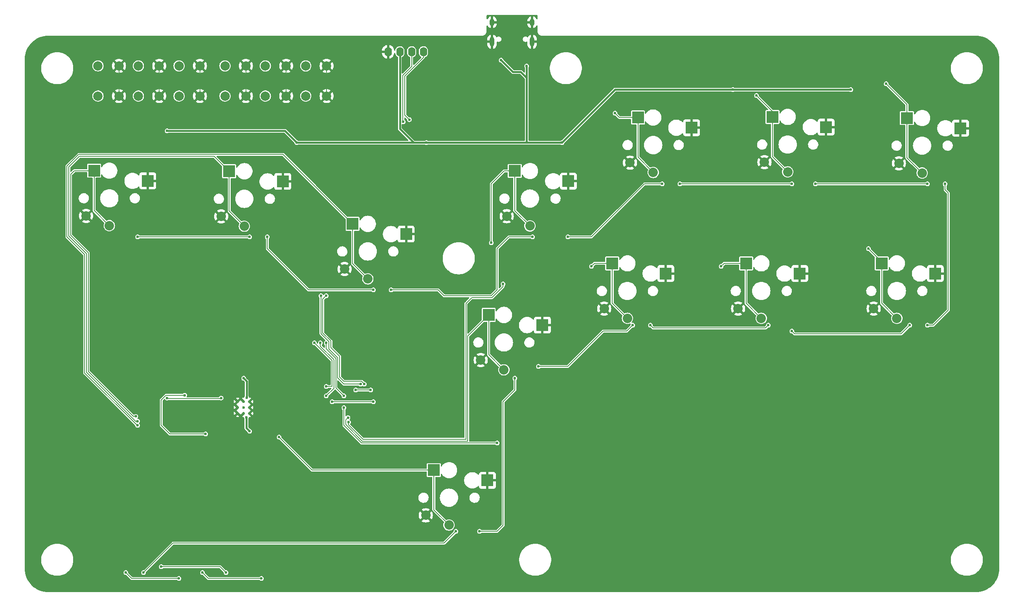
<source format=gbr>
%TF.GenerationSoftware,KiCad,Pcbnew,7.0.5*%
%TF.CreationDate,2023-10-21T15:45:58-07:00*%
%TF.ProjectId,VBox,56426f78-2e6b-4696-9361-645f70636258,rev?*%
%TF.SameCoordinates,Original*%
%TF.FileFunction,Copper,L2,Bot*%
%TF.FilePolarity,Positive*%
%FSLAX46Y46*%
G04 Gerber Fmt 4.6, Leading zero omitted, Abs format (unit mm)*
G04 Created by KiCad (PCBNEW 7.0.5) date 2023-10-21 15:45:58*
%MOMM*%
%LPD*%
G01*
G04 APERTURE LIST*
%TA.AperFunction,ComponentPad*%
%ADD10C,2.000000*%
%TD*%
%TA.AperFunction,SMDPad,CuDef*%
%ADD11R,2.600000X2.600000*%
%TD*%
%TA.AperFunction,ComponentPad*%
%ADD12C,2.032000*%
%TD*%
%TA.AperFunction,ComponentPad*%
%ADD13O,1.000000X2.100000*%
%TD*%
%TA.AperFunction,ComponentPad*%
%ADD14O,1.000000X1.600000*%
%TD*%
%TA.AperFunction,ComponentPad*%
%ADD15O,1.600000X2.000000*%
%TD*%
%TA.AperFunction,ComponentPad*%
%ADD16C,0.600000*%
%TD*%
%TA.AperFunction,ViaPad*%
%ADD17C,0.600000*%
%TD*%
%TA.AperFunction,ViaPad*%
%ADD18C,0.800000*%
%TD*%
%TA.AperFunction,Conductor*%
%ADD19C,0.400000*%
%TD*%
%TA.AperFunction,Conductor*%
%ADD20C,0.200000*%
%TD*%
G04 APERTURE END LIST*
D10*
%TO.P,SW5,1,1*%
%TO.N,OPT5*%
X89750000Y-40750000D03*
X89750000Y-34250000D03*
%TO.P,SW5,2,2*%
%TO.N,GND*%
X94250000Y-40750000D03*
X94250000Y-34250000D03*
%TD*%
D11*
%TO.P,SW10,1,1*%
%TO.N,SQUARE*%
X143490534Y-56905534D03*
D12*
X146765534Y-68755534D03*
%TO.P,SW10,2,2*%
%TO.N,GND*%
X141765534Y-66655534D03*
D11*
X155040534Y-59105534D03*
%TD*%
D13*
%TO.P,USB1,13,SHIELD*%
%TO.N,GND*%
X147225534Y-29025534D03*
D14*
X147225534Y-24845534D03*
D13*
X138585534Y-29025534D03*
D14*
X138585534Y-24845534D03*
%TD*%
D10*
%TO.P,SW4,1,1*%
%TO.N,OPT4*%
X81050000Y-40750000D03*
X81050000Y-34250000D03*
%TO.P,SW4,2,2*%
%TO.N,GND*%
X85550000Y-40750000D03*
X85550000Y-34250000D03*
%TD*%
D11*
%TO.P,SW15,1,1*%
%TO.N,CIRCLE*%
X164490534Y-76835534D03*
D12*
X167765534Y-88685534D03*
%TO.P,SW15,2,2*%
%TO.N,GND*%
X162765534Y-86585534D03*
D11*
X176040534Y-79035534D03*
%TD*%
D10*
%TO.P,SW6,1,1*%
%TO.N,OPT6*%
X98450000Y-40750000D03*
X98450000Y-34250000D03*
%TO.P,SW6,2,2*%
%TO.N,GND*%
X102950000Y-40750000D03*
X102950000Y-34250000D03*
%TD*%
%TO.P,SW3,1,1*%
%TO.N,OPT3*%
X71150000Y-40750000D03*
X71150000Y-34250000D03*
%TO.P,SW3,2,2*%
%TO.N,GND*%
X75650000Y-40750000D03*
X75650000Y-34250000D03*
%TD*%
D11*
%TO.P,SW12,1,1*%
%TO.N,R1*%
X199020534Y-45255534D03*
D12*
X202295534Y-57105534D03*
%TO.P,SW12,2,2*%
%TO.N,GND*%
X197295534Y-55005534D03*
D11*
X210570534Y-47455534D03*
%TD*%
%TO.P,SW8,1,1*%
%TO.N,DOWN*%
X81950534Y-56965534D03*
D12*
X85225534Y-68815534D03*
%TO.P,SW8,2,2*%
%TO.N,GND*%
X80225534Y-66715534D03*
D11*
X93500534Y-59165534D03*
%TD*%
D15*
%TO.P,OLED1,1,GND*%
%TO.N,GND*%
X116200000Y-31200000D03*
%TO.P,OLED1,2,VCC*%
%TO.N,+5V*%
X118740000Y-31200000D03*
%TO.P,OLED1,3,SCL*%
%TO.N,SCL*%
X121280000Y-31200000D03*
%TO.P,OLED1,4,SDA*%
%TO.N,SDA*%
X123820000Y-31200000D03*
%TD*%
D11*
%TO.P,SW18,1,1*%
%TO.N,UP*%
X126050534Y-121415534D03*
D12*
X129325534Y-133265534D03*
%TO.P,SW18,2,2*%
%TO.N,GND*%
X124325534Y-131165534D03*
D11*
X137600534Y-123615534D03*
%TD*%
D10*
%TO.P,SW1,1,1*%
%TO.N,OPT1*%
X53700000Y-40745534D03*
X53700000Y-34245534D03*
%TO.P,SW1,2,2*%
%TO.N,GND*%
X58200000Y-40745534D03*
X58200000Y-34245534D03*
%TD*%
D11*
%TO.P,SW17,1,1*%
%TO.N,L2*%
X222550534Y-76835534D03*
D12*
X225825534Y-88685534D03*
%TO.P,SW17,2,2*%
%TO.N,GND*%
X220825534Y-86585534D03*
D11*
X234100534Y-79035534D03*
%TD*%
%TO.P,SW16,1,1*%
%TO.N,R2*%
X193340534Y-76835534D03*
D12*
X196615534Y-88685534D03*
%TO.P,SW16,2,2*%
%TO.N,GND*%
X191615534Y-86585534D03*
D11*
X204890534Y-79035534D03*
%TD*%
%TO.P,SW9,1,1*%
%TO.N,RIGHT*%
X108550534Y-68315534D03*
D12*
X111825534Y-80165534D03*
%TO.P,SW9,2,2*%
%TO.N,GND*%
X106825534Y-78065534D03*
D11*
X120100534Y-70515534D03*
%TD*%
D10*
%TO.P,SW2,1,1*%
%TO.N,OPT2*%
X62400000Y-40750000D03*
X62400000Y-34250000D03*
%TO.P,SW2,2,2*%
%TO.N,GND*%
X66900000Y-40750000D03*
X66900000Y-34250000D03*
%TD*%
D16*
%TO.P,U3,57,GND*%
%TO.N,GND*%
X83783856Y-106615000D03*
X83783856Y-107890000D03*
X83783856Y-109165000D03*
X85058856Y-106615000D03*
X85058856Y-107890000D03*
X85058856Y-109165000D03*
X86333856Y-106615000D03*
X86333856Y-107890000D03*
X86333856Y-109165000D03*
%TD*%
D11*
%TO.P,SW11,1,1*%
%TO.N,TRIANGLE*%
X170050534Y-45375534D03*
D12*
X173325534Y-57225534D03*
%TO.P,SW11,2,2*%
%TO.N,GND*%
X168325534Y-55125534D03*
D11*
X181600534Y-47575534D03*
%TD*%
%TO.P,SW7,1,1*%
%TO.N,LEFT*%
X52855534Y-56845534D03*
D12*
X56130534Y-68695534D03*
%TO.P,SW7,2,2*%
%TO.N,GND*%
X51130534Y-66595534D03*
D11*
X64405534Y-59045534D03*
%TD*%
%TO.P,SW14,1,1*%
%TO.N,CROSS*%
X137880534Y-87945534D03*
D12*
X141155534Y-99795534D03*
%TO.P,SW14,2,2*%
%TO.N,GND*%
X136155534Y-97695534D03*
D11*
X149430534Y-90145534D03*
%TD*%
%TO.P,SW13,1,1*%
%TO.N,L1*%
X227990534Y-45495534D03*
D12*
X231265534Y-57345534D03*
%TO.P,SW13,2,2*%
%TO.N,GND*%
X226265534Y-55245534D03*
D11*
X239540534Y-47695534D03*
%TD*%
D17*
%TO.N,+5V*%
X215900000Y-39370000D03*
X124460000Y-50800000D03*
X190500000Y-39370000D03*
X146050000Y-34290000D03*
X140556034Y-33020000D03*
X153670000Y-50800000D03*
X96520000Y-50800000D03*
X68580000Y-48260000D03*
%TO.N,+1V1*%
X86360000Y-113030000D03*
X85664062Y-110018436D03*
X85090000Y-101600000D03*
X85719565Y-105770032D03*
%TO.N,GND*%
X85090000Y-143510000D03*
X67310000Y-143510000D03*
X146158298Y-31496650D03*
X210820000Y-55880000D03*
X209612466Y-64738466D03*
D18*
X144463023Y-34089454D03*
D17*
X84441384Y-98288026D03*
X83820000Y-80010000D03*
X82550000Y-95250000D03*
X133350000Y-134620000D03*
X179070000Y-66040000D03*
X92710000Y-142240000D03*
X166370000Y-99060000D03*
X224790000Y-99060000D03*
X120650000Y-78740000D03*
X66040000Y-113030000D03*
X69850000Y-109220000D03*
X240030000Y-55880000D03*
X171450000Y-90170000D03*
X85504830Y-98396173D03*
X92710000Y-104140000D03*
X105410000Y-88900000D03*
X140970000Y-76200000D03*
X74930000Y-140970000D03*
X200660000Y-90170000D03*
X83820000Y-142240000D03*
X64770000Y-67310000D03*
X88695169Y-98693577D03*
X229870000Y-90170000D03*
X154940000Y-67310000D03*
X62230000Y-137160000D03*
X144780000Y-101600000D03*
X55880000Y-80010000D03*
X93980000Y-108289500D03*
X181610000Y-55880000D03*
X92710000Y-102870000D03*
X89749603Y-99243325D03*
X139700000Y-110490000D03*
X83319438Y-113760933D03*
X75170654Y-101128317D03*
D18*
X92919973Y-98577914D03*
D17*
X195580000Y-99060000D03*
X76200000Y-144780000D03*
X93980000Y-67310000D03*
X59690000Y-144780000D03*
X226060000Y-64770000D03*
X72390000Y-113030000D03*
X77142054Y-104922500D03*
X115570000Y-142240000D03*
%TO.N,RGB_DATA_TRIANGLE*%
X154940000Y-71120000D03*
X175260000Y-59690000D03*
%TO.N,RGB_DATA_R2*%
X203200000Y-91440000D03*
X228600000Y-90170000D03*
%TO.N,RGB_DATA_DOWN*%
X62230000Y-71120000D03*
X86360000Y-71120000D03*
%TO.N,RGB_DATA_R1*%
X203200000Y-59690000D03*
X179070000Y-59690000D03*
%TO.N,RGB_DATA_CIRCLE*%
X172720000Y-90170000D03*
X198120000Y-90170000D03*
%TO.N,RGB_DATA_RIGHT*%
X90170000Y-71120000D03*
X113030000Y-82550000D03*
%TO.N,RGB_DATA_L1*%
X208280000Y-59690000D03*
X232410000Y-59690000D03*
%TO.N,RGB_DATA_CROSS*%
X168910000Y-90170000D03*
X148590000Y-99060000D03*
%TO.N,RGB_DATA_SQUARE*%
X116840000Y-82550000D03*
X147320000Y-71120000D03*
%TO.N,RGB_DATA_L2*%
X232410000Y-90170000D03*
X236220000Y-59690000D03*
%TO.N,RGB_DATA_UP*%
X143510000Y-101600000D03*
X135890000Y-134620000D03*
%TO.N,OPT6*%
X68580000Y-105860000D03*
X80210637Y-105890500D03*
%TO.N,LEFT*%
X61834671Y-109830000D03*
%TO.N,DOWN*%
X62238970Y-110855139D03*
%TO.N,RIGHT*%
X62244466Y-111760000D03*
%TO.N,SQUARE*%
X138430000Y-72390000D03*
X107679500Y-111069081D03*
X140970000Y-81280000D03*
%TO.N,TRIANGLE*%
X102870000Y-93980000D03*
X165100000Y-44450000D03*
X106680000Y-105410000D03*
%TO.N,R1*%
X102870000Y-105410000D03*
X101600000Y-93980000D03*
X195580000Y-40640000D03*
%TO.N,L1*%
X100330000Y-93980000D03*
X223520000Y-38100000D03*
X102870000Y-103379531D03*
%TO.N,CROSS*%
X107550000Y-110090000D03*
%TO.N,CIRCLE*%
X106680000Y-107950000D03*
X139700000Y-115570000D03*
X160020000Y-77470000D03*
%TO.N,R2*%
X104140000Y-106680000D03*
X113030000Y-106680000D03*
X187960000Y-77470000D03*
%TO.N,L2*%
X219710000Y-73660000D03*
X112459500Y-104140000D03*
X109220000Y-104140000D03*
%TO.N,UP*%
X92710000Y-114300000D03*
%TO.N,SCL*%
X102870000Y-83820000D03*
X119439500Y-46319500D03*
X111060500Y-102870000D03*
%TO.N,SDA*%
X110260997Y-102870000D03*
X101729500Y-83820000D03*
X120768411Y-45849500D03*
%TO.N,RGB_DATA_P1*%
X130810000Y-134620000D03*
X63500000Y-143510000D03*
%TO.N,RGB_DATA_P2*%
X71120000Y-144780000D03*
X59690000Y-143510000D03*
%TO.N,RGB_DATA_P3*%
X67310000Y-142240000D03*
X81280000Y-143510000D03*
%TO.N,RGB_DATA_P4*%
X88900000Y-144780000D03*
X76200000Y-143510000D03*
%TO.N,Net-(R1-Pad2)*%
X76870000Y-113630000D03*
X72390000Y-105260500D03*
%TD*%
D19*
%TO.N,+5V*%
X124460000Y-50800000D02*
X121700000Y-50800000D01*
X93980000Y-48260000D02*
X68580000Y-48260000D01*
X96520000Y-50800000D02*
X93980000Y-48260000D01*
X124460000Y-50800000D02*
X129540000Y-50800000D01*
X190500000Y-39370000D02*
X215900000Y-39370000D01*
X121700000Y-50800000D02*
X118740000Y-47840000D01*
X153670000Y-50800000D02*
X165100000Y-39370000D01*
X146050000Y-50800000D02*
X146050000Y-36830000D01*
X143096034Y-35560000D02*
X144780000Y-35560000D01*
X146050000Y-50800000D02*
X153670000Y-50800000D01*
X121700000Y-50800000D02*
X96520000Y-50800000D01*
X165100000Y-39370000D02*
X190500000Y-39370000D01*
X146050000Y-36830000D02*
X146050000Y-34290000D01*
X144780000Y-35560000D02*
X146050000Y-36830000D01*
X140556034Y-33020000D02*
X143096034Y-35560000D01*
X129540000Y-50800000D02*
X146050000Y-50800000D01*
X118740000Y-47840000D02*
X118740000Y-31200000D01*
%TO.N,+1V1*%
X85090000Y-101600000D02*
X85719565Y-102229565D01*
X85719565Y-102229565D02*
X85719565Y-105770032D01*
X85664062Y-110018436D02*
X85664062Y-112334062D01*
X85664062Y-112334062D02*
X86360000Y-113030000D01*
D20*
%TO.N,GND*%
X75650000Y-40750000D02*
X75650000Y-34250000D01*
X95550000Y-32950000D02*
X101650000Y-32950000D01*
X85550000Y-40750000D02*
X86850000Y-42050000D01*
X75650000Y-34250000D02*
X76950000Y-32950000D01*
X66900000Y-40750000D02*
X68200000Y-42050000D01*
X85550000Y-34250000D02*
X85550000Y-40750000D01*
X94250000Y-40750000D02*
X94250000Y-34250000D01*
X102950000Y-34250000D02*
X102950000Y-40750000D01*
X66900000Y-34250000D02*
X66900000Y-40750000D01*
X58200000Y-34245534D02*
X59495534Y-32950000D01*
X59495534Y-32950000D02*
X65600000Y-32950000D01*
X92950000Y-42050000D02*
X94250000Y-40750000D01*
X68200000Y-42050000D02*
X74350000Y-42050000D01*
X101650000Y-32950000D02*
X102950000Y-34250000D01*
X76950000Y-32950000D02*
X84250000Y-32950000D01*
X58200000Y-40745534D02*
X58200000Y-34245534D01*
X74350000Y-42050000D02*
X75650000Y-40750000D01*
X94250000Y-34250000D02*
X95550000Y-32950000D01*
X86850000Y-42050000D02*
X92950000Y-42050000D01*
X84250000Y-32950000D02*
X85550000Y-34250000D01*
X65600000Y-32950000D02*
X66900000Y-34250000D01*
%TO.N,RGB_DATA_TRIANGLE*%
X171450000Y-59690000D02*
X160020000Y-71120000D01*
X175260000Y-59690000D02*
X171450000Y-59690000D01*
X160020000Y-71120000D02*
X154940000Y-71120000D01*
%TO.N,RGB_DATA_R2*%
X228600000Y-90170000D02*
X226730000Y-92040000D01*
X226730000Y-92040000D02*
X203800000Y-92040000D01*
X203800000Y-92040000D02*
X203200000Y-91440000D01*
%TO.N,RGB_DATA_DOWN*%
X62230000Y-71120000D02*
X86360000Y-71120000D01*
%TO.N,RGB_DATA_R1*%
X179070000Y-59690000D02*
X203200000Y-59690000D01*
%TO.N,RGB_DATA_CIRCLE*%
X197520000Y-90770000D02*
X173320000Y-90770000D01*
X173320000Y-90770000D02*
X172720000Y-90170000D01*
X198120000Y-90170000D02*
X197520000Y-90770000D01*
%TO.N,RGB_DATA_RIGHT*%
X99060000Y-82550000D02*
X90170000Y-73660000D01*
X90170000Y-73660000D02*
X90170000Y-71120000D01*
X113030000Y-82550000D02*
X99060000Y-82550000D01*
%TO.N,RGB_DATA_L1*%
X232410000Y-59690000D02*
X208280000Y-59690000D01*
%TO.N,RGB_DATA_CROSS*%
X167640000Y-91440000D02*
X162560000Y-91440000D01*
X154940000Y-99060000D02*
X148590000Y-99060000D01*
X168910000Y-90170000D02*
X167640000Y-91440000D01*
X162560000Y-91440000D02*
X154940000Y-99060000D01*
%TO.N,RGB_DATA_SQUARE*%
X127000000Y-82550000D02*
X116840000Y-82550000D01*
X139700000Y-82550000D02*
X138430000Y-83820000D01*
X128270000Y-83820000D02*
X127000000Y-82550000D01*
X138430000Y-83820000D02*
X128270000Y-83820000D01*
X147320000Y-71120000D02*
X142240000Y-71120000D01*
X139700000Y-73660000D02*
X139700000Y-82550000D01*
X142240000Y-71120000D02*
X139700000Y-73660000D01*
%TO.N,RGB_DATA_L2*%
X236220000Y-60960000D02*
X236220000Y-59690000D01*
X236907426Y-61647426D02*
X236220000Y-60960000D01*
X233680000Y-90170000D02*
X236907426Y-86942574D01*
X236907426Y-86942574D02*
X236907426Y-61647426D01*
X232410000Y-90170000D02*
X233680000Y-90170000D01*
%TO.N,RGB_DATA_UP*%
X143510000Y-104140000D02*
X143510000Y-101600000D01*
X139700000Y-134620000D02*
X140970000Y-133350000D01*
X140970000Y-106680000D02*
X143510000Y-104140000D01*
X140970000Y-133350000D02*
X140970000Y-106680000D01*
X135890000Y-134620000D02*
X139700000Y-134620000D01*
%TO.N,OPT6*%
X80210637Y-105890500D02*
X80091137Y-106010000D01*
X80091137Y-106010000D02*
X68730000Y-106010000D01*
X68730000Y-106010000D02*
X68580000Y-105860000D01*
%TO.N,LEFT*%
X61301623Y-109830000D02*
X51600000Y-100128377D01*
X47790000Y-57620000D02*
X48564466Y-56845534D01*
X61834671Y-109830000D02*
X61301623Y-109830000D01*
X51600000Y-100128377D02*
X51600000Y-74598628D01*
X48564466Y-56845534D02*
X52855534Y-56845534D01*
X47790000Y-70788628D02*
X47790000Y-57620000D01*
X52855534Y-65420534D02*
X56130534Y-68695534D01*
X52855534Y-56845534D02*
X52855534Y-65420534D01*
X51600000Y-74598628D02*
X47790000Y-70788628D01*
%TO.N,DOWN*%
X51200000Y-74764314D02*
X47390000Y-70954314D01*
X61761076Y-110855139D02*
X51200000Y-100294063D01*
X81950534Y-65540534D02*
X81950534Y-56965534D01*
X85225534Y-68815534D02*
X81950534Y-65540534D01*
X47390000Y-70954314D02*
X47390000Y-56045686D01*
X51200000Y-100294063D02*
X51200000Y-74764314D01*
X78725000Y-53740000D02*
X81950534Y-56965534D01*
X47390000Y-56045686D02*
X49695686Y-53740000D01*
X49695686Y-53740000D02*
X78725000Y-53740000D01*
X62238970Y-110855139D02*
X61761076Y-110855139D01*
%TO.N,RIGHT*%
X46990000Y-71120000D02*
X50800000Y-74930000D01*
X111825534Y-80165534D02*
X108550534Y-76890534D01*
X108550534Y-68315534D02*
X93575000Y-53340000D01*
X50800000Y-74930000D02*
X50800000Y-100459749D01*
X93575000Y-53340000D02*
X49530000Y-53340000D01*
X108550534Y-76890534D02*
X108550534Y-68315534D01*
X49530000Y-53340000D02*
X46990000Y-55880000D01*
X46990000Y-55880000D02*
X46990000Y-71120000D01*
X50800000Y-100459749D02*
X62100251Y-111760000D01*
%TO.N,SQUARE*%
X140970000Y-81845685D02*
X140970000Y-81280000D01*
X138430000Y-72390000D02*
X138430000Y-59690000D01*
X132950000Y-85490000D02*
X134220000Y-84220000D01*
X138430000Y-59690000D02*
X141214466Y-56905534D01*
X107679500Y-111069081D02*
X107679500Y-111628128D01*
X141214466Y-56905534D02*
X143490534Y-56905534D01*
X138595686Y-84220000D02*
X140970000Y-81845685D01*
X143490534Y-56905534D02*
X143490534Y-65480534D01*
X107679500Y-111628128D02*
X110821372Y-114770000D01*
X143490534Y-65480534D02*
X146765534Y-68755534D01*
X134220000Y-84220000D02*
X138595686Y-84220000D01*
X110821372Y-114770000D02*
X132950000Y-114770000D01*
X132950000Y-114770000D02*
X132950000Y-85490000D01*
%TO.N,TRIANGLE*%
X104940000Y-103670000D02*
X104940000Y-102870000D01*
X106680000Y-105410000D02*
X104940000Y-103670000D01*
X170050534Y-53950534D02*
X173325534Y-57225534D01*
X104940000Y-102870000D02*
X104940000Y-97320000D01*
X165100000Y-44450000D02*
X166025534Y-45375534D01*
X104940000Y-97320000D02*
X102870000Y-95250000D01*
X166025534Y-45375534D02*
X170050534Y-45375534D01*
X170050534Y-45375534D02*
X170050534Y-53950534D01*
X102870000Y-95250000D02*
X102870000Y-93980000D01*
%TO.N,R1*%
X202295534Y-57105534D02*
X199020534Y-53830534D01*
X195580000Y-40640000D02*
X199020534Y-44080534D01*
X104540000Y-103740000D02*
X104540000Y-97624314D01*
X101600000Y-94684314D02*
X101600000Y-93980000D01*
X199020534Y-44080534D02*
X199020534Y-45255534D01*
X199020534Y-53830534D02*
X199020534Y-45255534D01*
X102870000Y-105410000D02*
X104540000Y-103740000D01*
X104540000Y-97624314D02*
X101600000Y-94684314D01*
%TO.N,L1*%
X231265534Y-57345534D02*
X227990534Y-54070534D01*
X227990534Y-54070534D02*
X227990534Y-45495534D01*
X223520000Y-38100000D02*
X227990534Y-42570534D01*
X227990534Y-42570534D02*
X227990534Y-45495534D01*
X104140000Y-97790000D02*
X100330000Y-93980000D01*
X104140000Y-103379531D02*
X104140000Y-97790000D01*
X102870000Y-103379531D02*
X104140000Y-103379531D01*
%TO.N,CROSS*%
X137880534Y-96520534D02*
X141155534Y-99795534D01*
X110655686Y-115170000D02*
X133350000Y-115170000D01*
X137880534Y-87945534D02*
X137880534Y-96520534D01*
X107550000Y-110090000D02*
X107080000Y-110560000D01*
X107080000Y-110560000D02*
X107080000Y-111594314D01*
X133350000Y-115170000D02*
X133350000Y-92476068D01*
X133350000Y-92476068D02*
X137880534Y-87945534D01*
X107080000Y-111594314D02*
X110655686Y-115170000D01*
%TO.N,CIRCLE*%
X106680000Y-107950000D02*
X106680000Y-111760000D01*
X160654466Y-76835534D02*
X164490534Y-76835534D01*
X106680000Y-111760000D02*
X110490000Y-115570000D01*
X110490000Y-115570000D02*
X139700000Y-115570000D01*
X160020000Y-77470000D02*
X160654466Y-76835534D01*
X164490534Y-85410534D02*
X164490534Y-76835534D01*
X167765534Y-88685534D02*
X164490534Y-85410534D01*
%TO.N,R2*%
X193340534Y-85410534D02*
X193340534Y-76835534D01*
X188594466Y-76835534D02*
X193340534Y-76835534D01*
X187960000Y-77470000D02*
X188594466Y-76835534D01*
X196615534Y-88685534D02*
X193340534Y-85410534D01*
X113030000Y-106680000D02*
X104140000Y-106680000D01*
%TO.N,L2*%
X222550534Y-76500534D02*
X222550534Y-76835534D01*
X109220000Y-104140000D02*
X112459500Y-104140000D01*
X219710000Y-73660000D02*
X222550534Y-76500534D01*
X225825534Y-88685534D02*
X222550534Y-85410534D01*
X222550534Y-85410534D02*
X222550534Y-76835534D01*
%TO.N,UP*%
X92710000Y-114300000D02*
X99825534Y-121415534D01*
X126050534Y-129990534D02*
X129325534Y-133265534D01*
X126050534Y-121415534D02*
X126050534Y-129990534D01*
X99825534Y-121415534D02*
X126050534Y-121415534D01*
%TO.N,SCL*%
X105740000Y-101364314D02*
X105740000Y-96850000D01*
X106645686Y-102270000D02*
X105740000Y-101364314D01*
X105740000Y-96850000D02*
X103870000Y-94980000D01*
X102129500Y-84560500D02*
X102870000Y-83820000D01*
X119380000Y-46260000D02*
X119380000Y-36264314D01*
X102129500Y-91825285D02*
X102129500Y-84560500D01*
X111060500Y-102820974D02*
X110509526Y-102270000D01*
X121280000Y-34364314D02*
X121280000Y-31200000D01*
X119380000Y-36264314D02*
X121280000Y-34364314D01*
X110509526Y-102270000D02*
X106645686Y-102270000D01*
X103870000Y-94980000D02*
X103870000Y-93565785D01*
X111060500Y-102870000D02*
X111060500Y-102820974D01*
X119439500Y-46319500D02*
X119380000Y-46260000D01*
X103870000Y-93565785D02*
X102129500Y-91825285D01*
%TO.N,SDA*%
X119780000Y-36430000D02*
X123820000Y-32390000D01*
X120768411Y-45849500D02*
X119780000Y-44861089D01*
X105340000Y-97154314D02*
X103470000Y-95284314D01*
X103470000Y-93731471D02*
X101729500Y-91990971D01*
X103470000Y-95284314D02*
X103470000Y-93731471D01*
X123820000Y-32390000D02*
X123820000Y-31200000D01*
X105340000Y-101530000D02*
X105340000Y-97154314D01*
X110260997Y-102870000D02*
X106680000Y-102870000D01*
X119780000Y-44861089D02*
X119780000Y-36430000D01*
X106680000Y-102870000D02*
X105340000Y-101530000D01*
X101729500Y-91990971D02*
X101729500Y-83820000D01*
%TO.N,RGB_DATA_P1*%
X69850000Y-137160000D02*
X63500000Y-143510000D01*
X128270000Y-137160000D02*
X69850000Y-137160000D01*
X130810000Y-134620000D02*
X128270000Y-137160000D01*
%TO.N,RGB_DATA_P2*%
X59690000Y-143510000D02*
X60960000Y-144780000D01*
X60960000Y-144780000D02*
X71120000Y-144780000D01*
%TO.N,RGB_DATA_P3*%
X80010000Y-142240000D02*
X81280000Y-143510000D01*
X67310000Y-142240000D02*
X80010000Y-142240000D01*
%TO.N,RGB_DATA_P4*%
X77470000Y-144780000D02*
X88900000Y-144780000D01*
X76200000Y-143510000D02*
X77470000Y-144780000D01*
%TO.N,Net-(R1-Pad2)*%
X76870000Y-113630000D02*
X69180000Y-113630000D01*
X69180000Y-113630000D02*
X67310000Y-111760000D01*
X68330971Y-105260500D02*
X72390000Y-105260500D01*
X67310000Y-106281471D02*
X68330971Y-105260500D01*
X67310000Y-111760000D02*
X67310000Y-106281471D01*
%TD*%
%TA.AperFunction,Conductor*%
%TO.N,GND*%
G36*
X148322155Y-23291036D02*
G01*
X148368648Y-23344692D01*
X148380034Y-23397034D01*
X148380034Y-24064106D01*
X148360032Y-24132227D01*
X148306376Y-24178720D01*
X148236102Y-24188824D01*
X148171522Y-24159330D01*
X148142912Y-24123502D01*
X148067709Y-23982809D01*
X147941745Y-23829322D01*
X147788258Y-23703358D01*
X147613146Y-23609758D01*
X147613144Y-23609757D01*
X147479534Y-23569226D01*
X147479534Y-24385883D01*
X147451077Y-24339924D01*
X147361572Y-24272333D01*
X147253694Y-24241639D01*
X147142013Y-24251988D01*
X147041612Y-24301982D01*
X146971534Y-24378852D01*
X146971534Y-23569227D01*
X146971533Y-23569226D01*
X146837923Y-23609757D01*
X146837921Y-23609758D01*
X146662809Y-23703358D01*
X146509322Y-23829322D01*
X146383358Y-23982809D01*
X146289759Y-24157919D01*
X146289753Y-24157934D01*
X146232119Y-24347927D01*
X146232117Y-24347939D01*
X146217534Y-24496007D01*
X146217534Y-24591534D01*
X146925534Y-24591534D01*
X146925534Y-25099534D01*
X146217534Y-25099534D01*
X146217534Y-25195060D01*
X146232117Y-25343128D01*
X146232119Y-25343140D01*
X146289753Y-25533133D01*
X146289759Y-25533148D01*
X146383358Y-25708258D01*
X146509322Y-25861745D01*
X146662809Y-25987709D01*
X146837922Y-26081309D01*
X146971534Y-26121839D01*
X146971534Y-25305184D01*
X146999991Y-25351144D01*
X147089496Y-25418735D01*
X147197374Y-25449429D01*
X147309055Y-25439080D01*
X147409456Y-25389086D01*
X147479534Y-25312215D01*
X147479534Y-26121839D01*
X147613145Y-26081309D01*
X147788258Y-25987709D01*
X147941745Y-25861745D01*
X148067709Y-25708258D01*
X148142912Y-25567565D01*
X148192664Y-25516917D01*
X148261901Y-25501207D01*
X148328640Y-25525423D01*
X148371692Y-25581877D01*
X148380034Y-25626961D01*
X148380034Y-26762691D01*
X148380064Y-26763004D01*
X148380061Y-26835254D01*
X148411209Y-27011964D01*
X148411211Y-27011972D01*
X148472573Y-27180583D01*
X148472577Y-27180592D01*
X148562287Y-27335987D01*
X148677627Y-27473449D01*
X148815083Y-27588791D01*
X148815085Y-27588793D01*
X148816251Y-27589466D01*
X148970483Y-27678512D01*
X149139102Y-27739881D01*
X149315815Y-27771037D01*
X149405531Y-27771034D01*
X149405537Y-27771034D01*
X242897248Y-27771034D01*
X242904239Y-27771034D01*
X242906835Y-27771087D01*
X243313749Y-27787920D01*
X243318902Y-27788348D01*
X243721727Y-27838562D01*
X243726847Y-27839416D01*
X244124163Y-27922726D01*
X244129193Y-27924001D01*
X244165621Y-27934846D01*
X244518276Y-28039837D01*
X244523168Y-28041517D01*
X244901356Y-28189087D01*
X244906105Y-28191171D01*
X245270771Y-28369446D01*
X245270786Y-28369453D01*
X245275367Y-28371932D01*
X245624095Y-28579729D01*
X245628438Y-28582566D01*
X245958823Y-28818455D01*
X245962916Y-28821641D01*
X246272686Y-29084003D01*
X246276518Y-29087530D01*
X246563554Y-29374563D01*
X246567082Y-29378396D01*
X246829428Y-29688146D01*
X246832627Y-29692256D01*
X247068513Y-30022630D01*
X247071359Y-30026986D01*
X247279147Y-30375694D01*
X247281624Y-30380271D01*
X247459916Y-30744965D01*
X247462008Y-30749736D01*
X247609566Y-31127886D01*
X247611257Y-31132812D01*
X247727090Y-31521875D01*
X247728369Y-31526924D01*
X247811675Y-31924208D01*
X247812532Y-31929346D01*
X247862747Y-32332157D01*
X247863177Y-32337342D01*
X247875450Y-32633958D01*
X247879980Y-32743451D01*
X247880034Y-32746055D01*
X247880034Y-142744238D01*
X247879980Y-142746835D01*
X247867438Y-143050047D01*
X247863149Y-143153719D01*
X247862718Y-143158911D01*
X247812505Y-143561719D01*
X247811648Y-143566857D01*
X247728345Y-143964141D01*
X247727066Y-143969191D01*
X247611236Y-144358252D01*
X247609544Y-144363179D01*
X247461985Y-144741334D01*
X247459893Y-144746104D01*
X247281613Y-145110779D01*
X247279134Y-145115360D01*
X247071340Y-145464082D01*
X247068491Y-145468443D01*
X246832619Y-145798802D01*
X246829420Y-145802912D01*
X246567057Y-146112682D01*
X246563529Y-146116515D01*
X246276515Y-146403529D01*
X246272682Y-146407057D01*
X245962912Y-146669420D01*
X245958802Y-146672619D01*
X245628443Y-146908491D01*
X245624082Y-146911340D01*
X245275360Y-147119134D01*
X245270779Y-147121613D01*
X244906104Y-147299893D01*
X244901334Y-147301985D01*
X244523179Y-147449544D01*
X244518252Y-147451236D01*
X244129191Y-147567066D01*
X244124141Y-147568345D01*
X243726857Y-147651648D01*
X243721719Y-147652505D01*
X243318911Y-147702718D01*
X243313724Y-147703148D01*
X242906834Y-147719980D01*
X242904239Y-147720034D01*
X42906828Y-147720034D01*
X42904232Y-147719980D01*
X42497339Y-147703151D01*
X42492169Y-147702723D01*
X42267020Y-147674658D01*
X42089344Y-147652511D01*
X42084206Y-147651654D01*
X41969662Y-147627636D01*
X41686913Y-147568350D01*
X41681870Y-147567073D01*
X41292818Y-147451248D01*
X41287892Y-147449556D01*
X40909719Y-147301994D01*
X40904948Y-147299901D01*
X40540278Y-147121625D01*
X40535697Y-147119146D01*
X40186975Y-146911353D01*
X40182614Y-146908503D01*
X39852254Y-146672630D01*
X39848143Y-146669431D01*
X39538378Y-146407074D01*
X39534545Y-146403546D01*
X39247518Y-146116520D01*
X39243990Y-146112687D01*
X38981632Y-145802923D01*
X38978433Y-145798812D01*
X38742560Y-145468452D01*
X38739710Y-145464091D01*
X38531917Y-145115369D01*
X38529438Y-145110788D01*
X38516267Y-145083847D01*
X38351156Y-144746104D01*
X38349073Y-144741358D01*
X38201503Y-144363170D01*
X38199823Y-144358278D01*
X38083984Y-143969185D01*
X38082714Y-143964170D01*
X37999403Y-143566844D01*
X37998549Y-143561722D01*
X37992102Y-143509999D01*
X37948335Y-143158876D01*
X37947910Y-143153750D01*
X37931087Y-142747028D01*
X37931034Y-142744433D01*
X37931034Y-140932622D01*
X41455034Y-140932622D01*
X41495486Y-141304571D01*
X41495491Y-141304600D01*
X41575919Y-141669988D01*
X41575924Y-141670005D01*
X41695391Y-142024571D01*
X41695396Y-142024583D01*
X41852495Y-142364145D01*
X41852498Y-142364151D01*
X42045398Y-142684754D01*
X42271831Y-142982621D01*
X42271835Y-142982625D01*
X42271843Y-142982635D01*
X42512437Y-143236626D01*
X42529142Y-143254261D01*
X42814313Y-143496488D01*
X43004050Y-143625132D01*
X43124003Y-143706462D01*
X43124013Y-143706468D01*
X43269072Y-143783373D01*
X43454579Y-143881723D01*
X43802166Y-144020214D01*
X44162689Y-144120313D01*
X44162693Y-144120314D01*
X44270379Y-144137967D01*
X44531921Y-144180845D01*
X44703716Y-144190159D01*
X44812051Y-144196034D01*
X44812062Y-144196034D01*
X44999017Y-144196034D01*
X45103672Y-144190359D01*
X45279147Y-144180845D01*
X45591972Y-144129560D01*
X45648374Y-144120314D01*
X45648375Y-144120313D01*
X45648379Y-144120313D01*
X46008902Y-144020214D01*
X46356489Y-143881723D01*
X46687065Y-143706462D01*
X46976826Y-143510000D01*
X59184353Y-143510000D01*
X59204835Y-143652457D01*
X59264623Y-143783373D01*
X59349840Y-143881720D01*
X59358873Y-143892144D01*
X59419409Y-143931048D01*
X59479947Y-143969953D01*
X59618039Y-144010500D01*
X59713339Y-144010500D01*
X59781460Y-144030502D01*
X59802433Y-144047404D01*
X60703033Y-144948004D01*
X60708762Y-144954588D01*
X60716042Y-144964229D01*
X60751358Y-144996423D01*
X60753441Y-144998412D01*
X60767202Y-145012174D01*
X60767203Y-145012174D01*
X60769362Y-145013653D01*
X60776199Y-145019069D01*
X60799067Y-145039916D01*
X60805313Y-145042335D01*
X60830996Y-145055873D01*
X60836519Y-145059656D01*
X60866629Y-145066737D01*
X60874966Y-145069318D01*
X60884663Y-145073075D01*
X60903823Y-145080499D01*
X60903825Y-145080499D01*
X60903827Y-145080500D01*
X60910520Y-145080500D01*
X60939366Y-145083846D01*
X60945881Y-145085379D01*
X60967634Y-145082344D01*
X60976522Y-145081105D01*
X60985236Y-145080500D01*
X70660586Y-145080500D01*
X70728707Y-145100502D01*
X70755811Y-145123988D01*
X70788873Y-145162144D01*
X70849409Y-145201048D01*
X70909947Y-145239953D01*
X71048039Y-145280500D01*
X71191961Y-145280500D01*
X71330053Y-145239953D01*
X71451128Y-145162143D01*
X71545377Y-145053373D01*
X71605165Y-144922457D01*
X71625647Y-144780000D01*
X71605165Y-144637543D01*
X71545377Y-144506627D01*
X71451128Y-144397857D01*
X71451127Y-144397856D01*
X71451126Y-144397855D01*
X71330053Y-144320047D01*
X71191961Y-144279500D01*
X71048039Y-144279500D01*
X70909946Y-144320047D01*
X70788873Y-144397855D01*
X70755811Y-144436012D01*
X70696085Y-144474396D01*
X70660586Y-144479500D01*
X61136661Y-144479500D01*
X61068540Y-144459498D01*
X61047566Y-144442595D01*
X60230103Y-143625132D01*
X60196077Y-143562820D01*
X60194482Y-143518100D01*
X60195647Y-143510000D01*
X62994353Y-143510000D01*
X63014835Y-143652457D01*
X63074623Y-143783373D01*
X63159840Y-143881720D01*
X63168873Y-143892144D01*
X63229409Y-143931048D01*
X63289947Y-143969953D01*
X63428039Y-144010500D01*
X63571961Y-144010500D01*
X63710053Y-143969953D01*
X63831128Y-143892143D01*
X63925377Y-143783373D01*
X63985165Y-143652457D01*
X64005647Y-143510000D01*
X75694353Y-143510000D01*
X75714835Y-143652457D01*
X75774623Y-143783373D01*
X75859840Y-143881720D01*
X75868873Y-143892144D01*
X75929409Y-143931048D01*
X75989947Y-143969953D01*
X76128039Y-144010500D01*
X76223339Y-144010500D01*
X76291460Y-144030502D01*
X76312434Y-144047404D01*
X77213033Y-144948004D01*
X77218762Y-144954588D01*
X77226042Y-144964229D01*
X77261358Y-144996423D01*
X77263441Y-144998412D01*
X77277202Y-145012174D01*
X77277203Y-145012174D01*
X77279362Y-145013653D01*
X77286199Y-145019069D01*
X77309067Y-145039916D01*
X77315313Y-145042335D01*
X77340996Y-145055873D01*
X77346519Y-145059656D01*
X77376629Y-145066737D01*
X77384966Y-145069318D01*
X77394663Y-145073075D01*
X77413823Y-145080499D01*
X77413825Y-145080499D01*
X77413827Y-145080500D01*
X77420520Y-145080500D01*
X77449366Y-145083846D01*
X77455881Y-145085379D01*
X77477634Y-145082344D01*
X77486522Y-145081105D01*
X77495236Y-145080500D01*
X88440586Y-145080500D01*
X88508707Y-145100502D01*
X88535811Y-145123988D01*
X88568873Y-145162144D01*
X88629409Y-145201048D01*
X88689947Y-145239953D01*
X88828039Y-145280500D01*
X88971961Y-145280500D01*
X89110053Y-145239953D01*
X89231128Y-145162143D01*
X89325377Y-145053373D01*
X89385165Y-144922457D01*
X89405647Y-144780000D01*
X89385165Y-144637543D01*
X89325377Y-144506627D01*
X89231128Y-144397857D01*
X89231127Y-144397856D01*
X89231126Y-144397855D01*
X89110053Y-144320047D01*
X88971961Y-144279500D01*
X88828039Y-144279500D01*
X88689946Y-144320047D01*
X88568873Y-144397855D01*
X88535811Y-144436012D01*
X88476085Y-144474396D01*
X88440586Y-144479500D01*
X77646661Y-144479500D01*
X77578540Y-144459498D01*
X77557566Y-144442595D01*
X76740103Y-143625132D01*
X76706077Y-143562820D01*
X76704482Y-143518100D01*
X76705647Y-143510000D01*
X76685165Y-143367543D01*
X76625377Y-143236627D01*
X76531128Y-143127857D01*
X76531127Y-143127856D01*
X76531126Y-143127855D01*
X76410053Y-143050047D01*
X76271961Y-143009500D01*
X76128039Y-143009500D01*
X75989946Y-143050047D01*
X75868873Y-143127855D01*
X75774623Y-143236626D01*
X75714835Y-143367542D01*
X75714835Y-143367543D01*
X75694353Y-143510000D01*
X64005647Y-143510000D01*
X64004482Y-143501898D01*
X64014581Y-143431626D01*
X64040100Y-143394869D01*
X65194969Y-142240000D01*
X66804353Y-142240000D01*
X66824835Y-142382457D01*
X66884623Y-142513373D01*
X66908128Y-142540500D01*
X66978873Y-142622144D01*
X67039409Y-142661048D01*
X67099947Y-142699953D01*
X67238039Y-142740500D01*
X67381961Y-142740500D01*
X67520053Y-142699953D01*
X67641128Y-142622143D01*
X67674190Y-142583987D01*
X67733915Y-142545604D01*
X67769414Y-142540500D01*
X79833339Y-142540500D01*
X79901460Y-142560502D01*
X79922434Y-142577405D01*
X80739895Y-143394866D01*
X80773921Y-143457178D01*
X80775519Y-143501884D01*
X80774353Y-143509997D01*
X80774353Y-143510000D01*
X80794835Y-143652457D01*
X80854623Y-143783373D01*
X80939840Y-143881720D01*
X80948873Y-143892144D01*
X81009409Y-143931048D01*
X81069947Y-143969953D01*
X81208039Y-144010500D01*
X81351961Y-144010500D01*
X81490053Y-143969953D01*
X81611128Y-143892143D01*
X81705377Y-143783373D01*
X81765165Y-143652457D01*
X81785647Y-143510000D01*
X81765165Y-143367543D01*
X81705377Y-143236627D01*
X81611128Y-143127857D01*
X81611127Y-143127856D01*
X81611126Y-143127855D01*
X81490053Y-143050047D01*
X81351961Y-143009500D01*
X81256661Y-143009500D01*
X81188540Y-142989498D01*
X81167566Y-142972595D01*
X80735471Y-142540500D01*
X80266961Y-142071990D01*
X80261233Y-142065407D01*
X80253957Y-142055771D01*
X80218640Y-142023575D01*
X80216556Y-142021585D01*
X80202797Y-142007826D01*
X80202796Y-142007825D01*
X80202795Y-142007824D01*
X80200642Y-142006349D01*
X80193799Y-142000929D01*
X80170934Y-141980084D01*
X80170931Y-141980083D01*
X80164685Y-141977663D01*
X80138998Y-141964123D01*
X80133480Y-141960343D01*
X80133479Y-141960342D01*
X80103367Y-141953259D01*
X80095027Y-141950677D01*
X80066174Y-141939500D01*
X80066173Y-141939500D01*
X80059480Y-141939500D01*
X80030633Y-141936153D01*
X80024119Y-141934621D01*
X80024118Y-141934621D01*
X79993478Y-141938895D01*
X79984764Y-141939500D01*
X67769414Y-141939500D01*
X67701293Y-141919498D01*
X67674189Y-141896012D01*
X67641126Y-141857855D01*
X67520053Y-141780047D01*
X67381961Y-141739500D01*
X67238039Y-141739500D01*
X67099946Y-141780047D01*
X66978873Y-141857855D01*
X66884623Y-141966626D01*
X66858160Y-142024572D01*
X66824835Y-142097543D01*
X66804353Y-142240000D01*
X65194969Y-142240000D01*
X66502347Y-140932622D01*
X144455034Y-140932622D01*
X144495486Y-141304571D01*
X144495491Y-141304600D01*
X144575919Y-141669988D01*
X144575924Y-141670005D01*
X144695391Y-142024571D01*
X144695396Y-142024583D01*
X144852495Y-142364145D01*
X144852498Y-142364151D01*
X145045398Y-142684754D01*
X145271831Y-142982621D01*
X145271835Y-142982625D01*
X145271843Y-142982635D01*
X145512437Y-143236626D01*
X145529142Y-143254261D01*
X145814313Y-143496488D01*
X146004050Y-143625132D01*
X146124003Y-143706462D01*
X146124013Y-143706468D01*
X146269072Y-143783373D01*
X146454579Y-143881723D01*
X146802166Y-144020214D01*
X147162689Y-144120313D01*
X147162693Y-144120314D01*
X147270379Y-144137967D01*
X147531921Y-144180845D01*
X147703716Y-144190159D01*
X147812051Y-144196034D01*
X147812062Y-144196034D01*
X147999017Y-144196034D01*
X148103672Y-144190359D01*
X148279147Y-144180845D01*
X148591972Y-144129560D01*
X148648374Y-144120314D01*
X148648375Y-144120313D01*
X148648379Y-144120313D01*
X149008902Y-144020214D01*
X149356489Y-143881723D01*
X149687065Y-143706462D01*
X149996755Y-143496488D01*
X150281926Y-143254261D01*
X150539237Y-142982621D01*
X150765670Y-142684754D01*
X150958570Y-142364151D01*
X151115676Y-142024572D01*
X151235147Y-141669996D01*
X151315580Y-141304583D01*
X151356033Y-140932622D01*
X237455034Y-140932622D01*
X237495486Y-141304571D01*
X237495491Y-141304600D01*
X237575919Y-141669988D01*
X237575924Y-141670005D01*
X237695391Y-142024571D01*
X237695396Y-142024583D01*
X237852495Y-142364145D01*
X237852498Y-142364151D01*
X238045398Y-142684754D01*
X238271831Y-142982621D01*
X238271835Y-142982625D01*
X238271843Y-142982635D01*
X238512437Y-143236626D01*
X238529142Y-143254261D01*
X238814313Y-143496488D01*
X239004050Y-143625132D01*
X239124003Y-143706462D01*
X239124013Y-143706468D01*
X239269072Y-143783373D01*
X239454579Y-143881723D01*
X239802166Y-144020214D01*
X240162689Y-144120313D01*
X240162693Y-144120314D01*
X240270379Y-144137967D01*
X240531921Y-144180845D01*
X240703716Y-144190159D01*
X240812051Y-144196034D01*
X240812062Y-144196034D01*
X240999017Y-144196034D01*
X241103672Y-144190359D01*
X241279147Y-144180845D01*
X241591972Y-144129560D01*
X241648374Y-144120314D01*
X241648375Y-144120313D01*
X241648379Y-144120313D01*
X242008902Y-144020214D01*
X242356489Y-143881723D01*
X242687065Y-143706462D01*
X242996755Y-143496488D01*
X243281926Y-143254261D01*
X243539237Y-142982621D01*
X243765670Y-142684754D01*
X243958570Y-142364151D01*
X244115676Y-142024572D01*
X244235147Y-141669996D01*
X244315580Y-141304583D01*
X244356034Y-140932615D01*
X244356034Y-140558453D01*
X244315580Y-140186485D01*
X244235147Y-139821072D01*
X244115676Y-139466496D01*
X244115671Y-139466484D01*
X243958572Y-139126922D01*
X243958570Y-139126917D01*
X243765670Y-138806314D01*
X243539237Y-138508447D01*
X243539231Y-138508440D01*
X243539224Y-138508432D01*
X243281925Y-138236806D01*
X243231367Y-138193861D01*
X242996755Y-137994580D01*
X242687065Y-137784606D01*
X242687064Y-137784605D01*
X242687054Y-137784599D01*
X242356493Y-137609347D01*
X242356491Y-137609346D01*
X242356489Y-137609345D01*
X242356482Y-137609342D01*
X242356477Y-137609340D01*
X242008902Y-137470854D01*
X241648374Y-137370753D01*
X241279147Y-137310223D01*
X240999017Y-137295034D01*
X240999006Y-137295034D01*
X240812062Y-137295034D01*
X240812051Y-137295034D01*
X240531920Y-137310223D01*
X240162693Y-137370753D01*
X239802165Y-137470854D01*
X239454590Y-137609340D01*
X239454574Y-137609347D01*
X239124013Y-137784599D01*
X239124003Y-137784605D01*
X238814314Y-137994579D01*
X238529142Y-138236806D01*
X238271843Y-138508432D01*
X238271830Y-138508448D01*
X238045401Y-138806309D01*
X238045397Y-138806315D01*
X237852499Y-139126915D01*
X237852495Y-139126922D01*
X237695396Y-139466484D01*
X237695391Y-139466496D01*
X237575924Y-139821062D01*
X237575919Y-139821079D01*
X237495491Y-140186467D01*
X237495486Y-140186496D01*
X237455034Y-140558445D01*
X237455034Y-140932622D01*
X151356033Y-140932622D01*
X151356034Y-140932615D01*
X151356034Y-140558453D01*
X151315580Y-140186485D01*
X151235147Y-139821072D01*
X151115676Y-139466496D01*
X151115671Y-139466484D01*
X150958572Y-139126922D01*
X150958570Y-139126917D01*
X150765670Y-138806314D01*
X150539237Y-138508447D01*
X150539231Y-138508440D01*
X150539224Y-138508432D01*
X150281925Y-138236806D01*
X150231367Y-138193862D01*
X149996755Y-137994580D01*
X149687065Y-137784606D01*
X149687064Y-137784605D01*
X149687054Y-137784599D01*
X149356493Y-137609347D01*
X149356491Y-137609346D01*
X149356489Y-137609345D01*
X149356482Y-137609342D01*
X149356477Y-137609340D01*
X149008902Y-137470854D01*
X148648374Y-137370753D01*
X148279147Y-137310223D01*
X147999017Y-137295034D01*
X147999006Y-137295034D01*
X147812062Y-137295034D01*
X147812051Y-137295034D01*
X147531920Y-137310223D01*
X147162693Y-137370753D01*
X146802165Y-137470854D01*
X146454590Y-137609340D01*
X146454574Y-137609347D01*
X146124013Y-137784599D01*
X146124003Y-137784605D01*
X145814314Y-137994579D01*
X145529142Y-138236806D01*
X145271843Y-138508432D01*
X145271830Y-138508448D01*
X145045401Y-138806309D01*
X145045397Y-138806315D01*
X144852499Y-139126915D01*
X144852495Y-139126922D01*
X144695396Y-139466484D01*
X144695391Y-139466496D01*
X144575924Y-139821062D01*
X144575919Y-139821079D01*
X144495491Y-140186467D01*
X144495486Y-140186496D01*
X144455034Y-140558445D01*
X144455034Y-140932622D01*
X66502347Y-140932622D01*
X69937565Y-137497405D01*
X69999878Y-137463379D01*
X70026661Y-137460500D01*
X128207091Y-137460500D01*
X128215805Y-137461105D01*
X128227760Y-137462771D01*
X128227765Y-137462773D01*
X128269323Y-137460851D01*
X128275489Y-137460567D01*
X128278399Y-137460500D01*
X128297841Y-137460500D01*
X128297844Y-137460500D01*
X128300404Y-137460021D01*
X128309085Y-137459013D01*
X128309103Y-137459012D01*
X128339992Y-137457585D01*
X128346115Y-137454881D01*
X128373861Y-137446289D01*
X128380433Y-137445061D01*
X128406733Y-137428776D01*
X128414464Y-137424702D01*
X128420284Y-137422131D01*
X128442765Y-137412206D01*
X128447492Y-137407478D01*
X128470264Y-137389441D01*
X128472053Y-137388332D01*
X128475952Y-137385919D01*
X128494601Y-137361221D01*
X128500326Y-137354643D01*
X130697564Y-135157405D01*
X130759877Y-135123379D01*
X130786660Y-135120500D01*
X130881961Y-135120500D01*
X131020053Y-135079953D01*
X131141128Y-135002143D01*
X131235377Y-134893373D01*
X131295165Y-134762457D01*
X131315647Y-134620000D01*
X135384353Y-134620000D01*
X135404835Y-134762457D01*
X135464623Y-134893373D01*
X135488128Y-134920500D01*
X135558873Y-135002144D01*
X135619409Y-135041048D01*
X135679947Y-135079953D01*
X135818039Y-135120500D01*
X135961961Y-135120500D01*
X136100053Y-135079953D01*
X136221128Y-135002143D01*
X136254190Y-134963987D01*
X136313915Y-134925604D01*
X136349414Y-134920500D01*
X139637091Y-134920500D01*
X139645805Y-134921105D01*
X139657760Y-134922771D01*
X139657765Y-134922773D01*
X139699323Y-134920851D01*
X139705489Y-134920567D01*
X139708399Y-134920500D01*
X139727841Y-134920500D01*
X139727844Y-134920500D01*
X139730404Y-134920021D01*
X139739085Y-134919013D01*
X139739103Y-134919012D01*
X139769992Y-134917585D01*
X139776115Y-134914881D01*
X139803861Y-134906289D01*
X139810433Y-134905061D01*
X139836733Y-134888776D01*
X139844464Y-134884702D01*
X139850284Y-134882131D01*
X139872765Y-134872206D01*
X139877492Y-134867478D01*
X139900264Y-134849441D01*
X139902053Y-134848332D01*
X139905952Y-134845919D01*
X139924601Y-134821221D01*
X139930326Y-134814643D01*
X141138013Y-133606956D01*
X141144594Y-133601231D01*
X141154220Y-133593961D01*
X141154228Y-133593958D01*
X141186445Y-133558616D01*
X141188395Y-133556574D01*
X141202174Y-133542797D01*
X141203644Y-133540649D01*
X141209069Y-133533800D01*
X141229916Y-133510933D01*
X141232335Y-133504688D01*
X141245877Y-133478997D01*
X141249656Y-133473481D01*
X141256739Y-133443365D01*
X141259320Y-133435029D01*
X141270500Y-133406173D01*
X141270500Y-133399479D01*
X141273847Y-133370631D01*
X141275379Y-133364119D01*
X141272982Y-133346942D01*
X141271105Y-133333476D01*
X141270500Y-133324761D01*
X141270500Y-106856660D01*
X141290502Y-106788539D01*
X141307400Y-106767570D01*
X143678013Y-104396956D01*
X143684594Y-104391231D01*
X143694220Y-104383961D01*
X143694228Y-104383958D01*
X143726445Y-104348616D01*
X143728395Y-104346574D01*
X143742174Y-104332797D01*
X143743644Y-104330649D01*
X143749069Y-104323800D01*
X143769916Y-104300933D01*
X143772335Y-104294688D01*
X143785877Y-104268997D01*
X143789656Y-104263481D01*
X143796739Y-104233365D01*
X143799320Y-104225029D01*
X143810500Y-104196173D01*
X143810500Y-104189479D01*
X143813847Y-104160631D01*
X143815379Y-104154119D01*
X143812767Y-104135399D01*
X143811105Y-104123477D01*
X143810500Y-104114763D01*
X143810500Y-102064485D01*
X143830502Y-101996364D01*
X143841275Y-101981973D01*
X143854983Y-101966153D01*
X143935377Y-101873373D01*
X143995165Y-101742457D01*
X144015647Y-101600000D01*
X143995165Y-101457543D01*
X143935377Y-101326627D01*
X143841128Y-101217857D01*
X143841127Y-101217856D01*
X143841126Y-101217855D01*
X143720053Y-101140047D01*
X143581961Y-101099500D01*
X143438039Y-101099500D01*
X143299946Y-101140047D01*
X143178873Y-101217855D01*
X143084623Y-101326626D01*
X143024835Y-101457543D01*
X143004353Y-101600000D01*
X143024835Y-101742456D01*
X143084623Y-101873373D01*
X143178725Y-101981973D01*
X143208218Y-102046554D01*
X143209500Y-102064485D01*
X143209500Y-103963338D01*
X143189498Y-104031459D01*
X143172595Y-104052433D01*
X140802002Y-106423026D01*
X140795416Y-106428758D01*
X140785772Y-106436041D01*
X140753575Y-106471358D01*
X140751569Y-106473459D01*
X140737826Y-106487203D01*
X140737815Y-106487216D01*
X140736339Y-106489370D01*
X140730926Y-106496202D01*
X140710083Y-106519066D01*
X140707661Y-106525319D01*
X140694128Y-106550993D01*
X140690344Y-106556517D01*
X140690342Y-106556520D01*
X140683259Y-106586633D01*
X140680676Y-106594974D01*
X140669500Y-106623824D01*
X140669500Y-106630519D01*
X140666154Y-106659365D01*
X140664621Y-106665882D01*
X140668895Y-106696522D01*
X140669500Y-106705236D01*
X140669500Y-133173338D01*
X140649498Y-133241459D01*
X140632595Y-133262433D01*
X139612434Y-134282595D01*
X139550122Y-134316620D01*
X139523339Y-134319500D01*
X136349414Y-134319500D01*
X136281293Y-134299498D01*
X136254189Y-134276012D01*
X136221126Y-134237855D01*
X136100053Y-134160047D01*
X135961961Y-134119500D01*
X135818039Y-134119500D01*
X135679946Y-134160047D01*
X135558873Y-134237855D01*
X135464623Y-134346626D01*
X135464623Y-134346627D01*
X135404835Y-134477543D01*
X135384353Y-134620000D01*
X131315647Y-134620000D01*
X131295165Y-134477543D01*
X131235377Y-134346627D01*
X131141128Y-134237857D01*
X131141127Y-134237856D01*
X131141126Y-134237855D01*
X131020053Y-134160047D01*
X130881961Y-134119500D01*
X130738039Y-134119500D01*
X130599946Y-134160047D01*
X130478873Y-134237855D01*
X130384623Y-134346626D01*
X130324835Y-134477543D01*
X130304353Y-134620002D01*
X130304353Y-134620003D01*
X130305518Y-134628109D01*
X130295412Y-134698383D01*
X130269895Y-134735131D01*
X128182432Y-136822596D01*
X128120122Y-136856620D01*
X128093339Y-136859500D01*
X69912909Y-136859500D01*
X69904195Y-136858895D01*
X69892235Y-136857227D01*
X69844511Y-136859433D01*
X69841601Y-136859500D01*
X69822147Y-136859500D01*
X69819575Y-136859981D01*
X69810915Y-136860985D01*
X69780010Y-136862414D01*
X69780004Y-136862416D01*
X69773872Y-136865123D01*
X69746156Y-136873706D01*
X69739571Y-136874937D01*
X69739567Y-136874939D01*
X69713259Y-136891226D01*
X69705537Y-136895296D01*
X69677234Y-136907794D01*
X69672499Y-136912529D01*
X69649746Y-136930552D01*
X69644050Y-136934079D01*
X69644044Y-136934084D01*
X69625398Y-136958774D01*
X69619665Y-136965363D01*
X63612433Y-142972595D01*
X63550121Y-143006621D01*
X63523338Y-143009500D01*
X63428039Y-143009500D01*
X63289946Y-143050047D01*
X63168873Y-143127855D01*
X63074623Y-143236626D01*
X63014835Y-143367542D01*
X63014835Y-143367543D01*
X62994353Y-143510000D01*
X60195647Y-143510000D01*
X60175165Y-143367543D01*
X60115377Y-143236627D01*
X60021128Y-143127857D01*
X60021127Y-143127856D01*
X60021126Y-143127855D01*
X59900053Y-143050047D01*
X59761961Y-143009500D01*
X59618039Y-143009500D01*
X59479946Y-143050047D01*
X59358873Y-143127855D01*
X59264623Y-143236626D01*
X59204835Y-143367543D01*
X59185518Y-143501900D01*
X59184353Y-143510000D01*
X46976826Y-143510000D01*
X46996755Y-143496488D01*
X47281926Y-143254261D01*
X47539237Y-142982621D01*
X47765670Y-142684754D01*
X47958570Y-142364151D01*
X48115676Y-142024572D01*
X48235147Y-141669996D01*
X48315580Y-141304583D01*
X48356034Y-140932615D01*
X48356034Y-140558453D01*
X48315580Y-140186485D01*
X48235147Y-139821072D01*
X48115676Y-139466496D01*
X48115671Y-139466484D01*
X47958572Y-139126922D01*
X47958570Y-139126917D01*
X47765670Y-138806314D01*
X47539237Y-138508447D01*
X47539231Y-138508440D01*
X47539224Y-138508432D01*
X47281925Y-138236806D01*
X47231367Y-138193861D01*
X46996755Y-137994580D01*
X46687065Y-137784606D01*
X46687064Y-137784605D01*
X46687054Y-137784599D01*
X46356493Y-137609347D01*
X46356491Y-137609346D01*
X46356489Y-137609345D01*
X46356482Y-137609342D01*
X46356477Y-137609340D01*
X46008902Y-137470854D01*
X45648374Y-137370753D01*
X45279147Y-137310223D01*
X44999017Y-137295034D01*
X44999006Y-137295034D01*
X44812062Y-137295034D01*
X44812051Y-137295034D01*
X44531920Y-137310223D01*
X44162693Y-137370753D01*
X43802165Y-137470854D01*
X43454590Y-137609340D01*
X43454574Y-137609347D01*
X43124013Y-137784599D01*
X43124003Y-137784605D01*
X42814314Y-137994579D01*
X42529142Y-138236806D01*
X42271843Y-138508432D01*
X42271830Y-138508448D01*
X42045401Y-138806309D01*
X42045397Y-138806315D01*
X41852499Y-139126915D01*
X41852495Y-139126922D01*
X41695396Y-139466484D01*
X41695391Y-139466496D01*
X41575924Y-139821062D01*
X41575919Y-139821079D01*
X41495491Y-140186467D01*
X41495486Y-140186496D01*
X41455034Y-140558445D01*
X41455034Y-140932622D01*
X37931034Y-140932622D01*
X37931034Y-131165534D01*
X122796821Y-131165534D01*
X122815642Y-131404677D01*
X122871641Y-131637930D01*
X122963440Y-131859553D01*
X123080796Y-132051060D01*
X123733502Y-131398353D01*
X123746402Y-131438053D01*
X123832369Y-131573515D01*
X123949324Y-131683343D01*
X124089739Y-131760537D01*
X123440006Y-132410270D01*
X123440006Y-132410271D01*
X123631509Y-132527625D01*
X123853137Y-132619426D01*
X124086391Y-132675425D01*
X124086389Y-132675425D01*
X124325534Y-132694246D01*
X124564677Y-132675425D01*
X124797930Y-132619426D01*
X125019558Y-132527625D01*
X125211060Y-132410271D01*
X125211061Y-132410270D01*
X124557459Y-131756668D01*
X124633879Y-131726411D01*
X124763676Y-131632108D01*
X124865944Y-131508488D01*
X124917703Y-131398493D01*
X125570270Y-132051061D01*
X125570271Y-132051060D01*
X125687625Y-131859558D01*
X125779426Y-131637930D01*
X125835425Y-131404677D01*
X125854246Y-131165534D01*
X125835425Y-130926390D01*
X125779426Y-130693137D01*
X125687625Y-130471509D01*
X125570271Y-130280006D01*
X125570270Y-130280006D01*
X124917564Y-130932712D01*
X124904666Y-130893015D01*
X124818699Y-130757553D01*
X124701744Y-130647725D01*
X124561327Y-130570530D01*
X125211060Y-129920796D01*
X125211060Y-129920795D01*
X125019553Y-129803440D01*
X124797930Y-129711641D01*
X124564676Y-129655642D01*
X124564678Y-129655642D01*
X124325534Y-129636821D01*
X124086390Y-129655642D01*
X123853137Y-129711641D01*
X123631511Y-129803442D01*
X123440006Y-129920795D01*
X123440006Y-129920797D01*
X124093608Y-130574399D01*
X124017189Y-130604657D01*
X123887392Y-130698960D01*
X123785124Y-130822580D01*
X123733365Y-130932574D01*
X123080797Y-130280006D01*
X123080795Y-130280006D01*
X122963442Y-130471511D01*
X122871641Y-130693137D01*
X122815642Y-130926390D01*
X122796821Y-131165534D01*
X37931034Y-131165534D01*
X37931034Y-127312887D01*
X122720376Y-127312887D01*
X122730384Y-127522982D01*
X122730386Y-127522995D01*
X122779974Y-127727399D01*
X122779976Y-127727405D01*
X122867355Y-127918739D01*
X122989365Y-128090078D01*
X123141597Y-128235231D01*
X123141599Y-128235232D01*
X123141601Y-128235234D01*
X123236630Y-128296305D01*
X123318548Y-128348950D01*
X123513822Y-128427127D01*
X123720363Y-128466934D01*
X123720367Y-128466934D01*
X123878000Y-128466934D01*
X123878002Y-128466934D01*
X124034923Y-128451950D01*
X124236745Y-128392690D01*
X124423704Y-128296305D01*
X124589044Y-128166281D01*
X124726789Y-128007315D01*
X124831960Y-127825153D01*
X124900756Y-127626380D01*
X124930691Y-127418179D01*
X124925675Y-127312887D01*
X124920683Y-127208085D01*
X124920682Y-127208080D01*
X124920682Y-127208075D01*
X124871092Y-127003663D01*
X124783713Y-126812329D01*
X124661703Y-126640990D01*
X124509471Y-126495837D01*
X124509468Y-126495835D01*
X124509466Y-126495833D01*
X124332522Y-126382119D01*
X124137250Y-126303942D01*
X124137246Y-126303941D01*
X124095937Y-126295979D01*
X123930709Y-126264134D01*
X123930705Y-126264134D01*
X123773066Y-126264134D01*
X123773064Y-126264134D01*
X123773046Y-126264135D01*
X123616155Y-126279116D01*
X123616140Y-126279119D01*
X123414328Y-126338376D01*
X123414321Y-126338379D01*
X123227366Y-126434761D01*
X123062023Y-126564787D01*
X122924279Y-126723753D01*
X122924278Y-126723754D01*
X122924277Y-126723754D01*
X122819108Y-126905914D01*
X122819105Y-126905919D01*
X122750314Y-127104680D01*
X122750310Y-127104695D01*
X122720376Y-127312887D01*
X37931034Y-127312887D01*
X37931034Y-114300000D01*
X92204353Y-114300000D01*
X92224835Y-114442457D01*
X92284623Y-114573373D01*
X92378873Y-114682144D01*
X92439409Y-114721048D01*
X92499947Y-114759953D01*
X92638039Y-114800500D01*
X92733339Y-114800500D01*
X92801460Y-114820502D01*
X92822434Y-114837405D01*
X99568567Y-121583538D01*
X99574296Y-121590122D01*
X99581576Y-121599763D01*
X99616892Y-121631957D01*
X99618975Y-121633946D01*
X99632737Y-121647708D01*
X99634896Y-121649187D01*
X99641733Y-121654603D01*
X99664601Y-121675450D01*
X99670842Y-121677868D01*
X99696532Y-121691408D01*
X99702054Y-121695191D01*
X99717739Y-121698880D01*
X99732167Y-121702274D01*
X99740511Y-121704858D01*
X99752516Y-121709508D01*
X99769361Y-121716034D01*
X99776054Y-121716034D01*
X99804901Y-121719381D01*
X99811415Y-121720913D01*
X99833969Y-121717766D01*
X99842056Y-121716639D01*
X99850770Y-121716034D01*
X124424034Y-121716034D01*
X124492155Y-121736036D01*
X124538648Y-121789692D01*
X124550034Y-121842034D01*
X124550034Y-122735284D01*
X124550540Y-122737830D01*
X124561667Y-122793765D01*
X124605982Y-122860086D01*
X124672303Y-122904401D01*
X124730786Y-122916034D01*
X125624034Y-122916034D01*
X125692155Y-122936036D01*
X125738648Y-122989692D01*
X125750034Y-123042034D01*
X125750034Y-129927625D01*
X125749429Y-129936339D01*
X125747761Y-129948298D01*
X125749967Y-129996023D01*
X125750034Y-129998933D01*
X125750034Y-130018388D01*
X125750515Y-130020962D01*
X125751519Y-130029622D01*
X125752948Y-130060523D01*
X125752949Y-130060527D01*
X125755654Y-130066653D01*
X125764242Y-130094385D01*
X125765472Y-130100963D01*
X125765475Y-130100971D01*
X125781758Y-130127270D01*
X125785829Y-130134994D01*
X125798328Y-130163299D01*
X125803059Y-130168030D01*
X125821091Y-130190794D01*
X125824616Y-130196487D01*
X125849305Y-130215131D01*
X125855888Y-130220859D01*
X127039706Y-131404677D01*
X128212600Y-132577571D01*
X128246626Y-132639883D01*
X128241561Y-132710698D01*
X128237700Y-132719916D01*
X128178032Y-132847873D01*
X128178030Y-132847879D01*
X128122939Y-133053480D01*
X128104387Y-133265533D01*
X128122939Y-133477587D01*
X128178030Y-133683188D01*
X128178031Y-133683191D01*
X128267990Y-133876108D01*
X128390081Y-134050472D01*
X128540596Y-134200987D01*
X128714960Y-134323078D01*
X128907877Y-134413037D01*
X129113484Y-134468129D01*
X129325534Y-134486681D01*
X129537584Y-134468129D01*
X129743191Y-134413037D01*
X129936108Y-134323078D01*
X130110472Y-134200987D01*
X130260987Y-134050472D01*
X130383078Y-133876108D01*
X130473037Y-133683191D01*
X130528129Y-133477584D01*
X130546681Y-133265534D01*
X130528129Y-133053484D01*
X130473037Y-132847877D01*
X130383078Y-132654961D01*
X130383077Y-132654960D01*
X130383076Y-132654957D01*
X130260991Y-132480600D01*
X130260988Y-132480597D01*
X130190661Y-132410270D01*
X130110472Y-132330081D01*
X129936108Y-132207990D01*
X129743191Y-132118031D01*
X129743189Y-132118030D01*
X129743188Y-132118030D01*
X129537587Y-132062939D01*
X129378546Y-132049025D01*
X129325534Y-132044387D01*
X129325533Y-132044387D01*
X129113480Y-132062939D01*
X128907879Y-132118030D01*
X128907873Y-132118032D01*
X128779916Y-132177700D01*
X128709724Y-132188361D01*
X128644911Y-132159381D01*
X128637571Y-132152600D01*
X126387939Y-129902967D01*
X126353913Y-129840655D01*
X126351034Y-129813872D01*
X126351034Y-127365533D01*
X127355515Y-127365533D01*
X127375567Y-127645900D01*
X127435312Y-127920543D01*
X127435312Y-127920544D01*
X127533541Y-128183908D01*
X127594693Y-128295899D01*
X127668249Y-128430607D01*
X127836693Y-128655622D01*
X127836694Y-128655623D01*
X127836702Y-128655632D01*
X128035435Y-128854365D01*
X128035444Y-128854373D01*
X128035446Y-128854375D01*
X128260461Y-129022819D01*
X128507159Y-129157526D01*
X128770516Y-129255753D01*
X128770519Y-129255753D01*
X128770523Y-129255755D01*
X128929468Y-129290331D01*
X129045171Y-129315501D01*
X129255359Y-129330534D01*
X129255365Y-129330534D01*
X129395703Y-129330534D01*
X129395709Y-129330534D01*
X129605897Y-129315501D01*
X129880543Y-129255755D01*
X129880544Y-129255755D01*
X129880545Y-129255754D01*
X129880552Y-129255753D01*
X130143909Y-129157526D01*
X130390607Y-129022819D01*
X130615622Y-128854375D01*
X130814375Y-128655622D01*
X130982819Y-128430607D01*
X131117526Y-128183909D01*
X131215753Y-127920552D01*
X131275501Y-127645897D01*
X131295553Y-127365534D01*
X131291788Y-127312887D01*
X133720376Y-127312887D01*
X133730384Y-127522982D01*
X133730386Y-127522995D01*
X133779974Y-127727399D01*
X133779976Y-127727405D01*
X133867355Y-127918739D01*
X133989365Y-128090078D01*
X134141597Y-128235231D01*
X134141599Y-128235232D01*
X134141601Y-128235234D01*
X134236630Y-128296305D01*
X134318548Y-128348950D01*
X134513822Y-128427127D01*
X134720363Y-128466934D01*
X134720367Y-128466934D01*
X134878000Y-128466934D01*
X134878002Y-128466934D01*
X135034923Y-128451950D01*
X135236745Y-128392690D01*
X135423704Y-128296305D01*
X135589044Y-128166281D01*
X135726789Y-128007315D01*
X135831960Y-127825153D01*
X135900756Y-127626380D01*
X135930691Y-127418179D01*
X135925675Y-127312887D01*
X135920683Y-127208085D01*
X135920682Y-127208080D01*
X135920682Y-127208075D01*
X135871092Y-127003663D01*
X135783713Y-126812329D01*
X135661703Y-126640990D01*
X135509471Y-126495837D01*
X135509468Y-126495835D01*
X135509466Y-126495833D01*
X135332522Y-126382119D01*
X135137250Y-126303942D01*
X135137246Y-126303941D01*
X135095937Y-126295979D01*
X134930709Y-126264134D01*
X134930705Y-126264134D01*
X134773066Y-126264134D01*
X134773064Y-126264134D01*
X134773046Y-126264135D01*
X134616155Y-126279116D01*
X134616140Y-126279119D01*
X134414328Y-126338376D01*
X134414321Y-126338379D01*
X134227366Y-126434761D01*
X134062023Y-126564787D01*
X133924279Y-126723753D01*
X133924278Y-126723754D01*
X133924277Y-126723754D01*
X133819108Y-126905914D01*
X133819105Y-126905919D01*
X133750314Y-127104680D01*
X133750310Y-127104695D01*
X133720376Y-127312887D01*
X131291788Y-127312887D01*
X131275501Y-127085171D01*
X131236506Y-126905914D01*
X131215755Y-126810524D01*
X131215755Y-126810523D01*
X131215753Y-126810519D01*
X131215753Y-126810516D01*
X131117526Y-126547159D01*
X130982819Y-126300461D01*
X130814375Y-126075446D01*
X130814373Y-126075444D01*
X130814365Y-126075435D01*
X130615632Y-125876702D01*
X130615623Y-125876694D01*
X130615622Y-125876693D01*
X130390607Y-125708249D01*
X130143909Y-125573542D01*
X130143908Y-125573541D01*
X129880544Y-125475312D01*
X129605899Y-125415567D01*
X129605900Y-125415567D01*
X129535834Y-125410556D01*
X129395709Y-125400534D01*
X129255359Y-125400534D01*
X129115233Y-125410556D01*
X129045168Y-125415567D01*
X128770524Y-125475312D01*
X128770523Y-125475312D01*
X128507159Y-125573541D01*
X128260461Y-125708249D01*
X128035444Y-125876694D01*
X128035435Y-125876702D01*
X127836702Y-126075435D01*
X127836694Y-126075444D01*
X127668249Y-126300461D01*
X127533541Y-126547159D01*
X127435312Y-126810523D01*
X127435312Y-126810524D01*
X127375567Y-127085167D01*
X127355515Y-127365533D01*
X126351034Y-127365533D01*
X126351034Y-123746716D01*
X132575034Y-123746716D01*
X132593546Y-123869534D01*
X132614138Y-124006153D01*
X132691467Y-124256848D01*
X132691472Y-124256861D01*
X132805307Y-124493240D01*
X132805311Y-124493247D01*
X132953096Y-124710006D01*
X132953101Y-124710013D01*
X133131553Y-124902339D01*
X133336677Y-125065920D01*
X133336680Y-125065922D01*
X133563886Y-125197100D01*
X133563890Y-125197101D01*
X133563891Y-125197102D01*
X133808118Y-125292954D01*
X134063904Y-125351336D01*
X134260040Y-125366034D01*
X134260041Y-125366034D01*
X134391027Y-125366034D01*
X134391028Y-125366034D01*
X134587164Y-125351336D01*
X134842950Y-125292954D01*
X135087177Y-125197102D01*
X135087179Y-125197100D01*
X135087181Y-125197100D01*
X135200783Y-125131510D01*
X135314391Y-125065920D01*
X135519515Y-124902339D01*
X135574168Y-124843436D01*
X135635165Y-124807104D01*
X135706121Y-124809517D01*
X135764508Y-124849909D01*
X135791789Y-124915455D01*
X135792534Y-124929137D01*
X135792534Y-124964131D01*
X135799039Y-125024627D01*
X135850089Y-125161498D01*
X135850089Y-125161499D01*
X135937629Y-125278438D01*
X136054568Y-125365978D01*
X136191440Y-125417028D01*
X136251936Y-125423533D01*
X136251949Y-125423534D01*
X137346534Y-125423534D01*
X137346534Y-123869534D01*
X137854534Y-123869534D01*
X137854534Y-125423534D01*
X138949119Y-125423534D01*
X138949131Y-125423533D01*
X139009627Y-125417028D01*
X139146498Y-125365978D01*
X139146499Y-125365978D01*
X139263438Y-125278438D01*
X139350978Y-125161499D01*
X139350978Y-125161498D01*
X139402028Y-125024627D01*
X139408533Y-124964131D01*
X139408534Y-124964119D01*
X139408534Y-123869534D01*
X137854534Y-123869534D01*
X137346534Y-123869534D01*
X137346534Y-121807534D01*
X137854534Y-121807534D01*
X137854534Y-123361534D01*
X139408534Y-123361534D01*
X139408534Y-122266948D01*
X139408533Y-122266936D01*
X139402028Y-122206440D01*
X139350978Y-122069569D01*
X139350978Y-122069568D01*
X139263438Y-121952629D01*
X139146499Y-121865089D01*
X139009627Y-121814039D01*
X138949131Y-121807534D01*
X137854534Y-121807534D01*
X137346534Y-121807534D01*
X136251936Y-121807534D01*
X136191440Y-121814039D01*
X136054569Y-121865089D01*
X136054568Y-121865089D01*
X135937629Y-121952629D01*
X135850089Y-122069568D01*
X135850089Y-122069569D01*
X135799039Y-122206440D01*
X135792534Y-122266936D01*
X135792534Y-122301930D01*
X135772532Y-122370051D01*
X135718876Y-122416544D01*
X135648602Y-122426648D01*
X135584022Y-122397154D01*
X135574170Y-122387632D01*
X135519519Y-122328733D01*
X135519517Y-122328732D01*
X135519515Y-122328729D01*
X135314391Y-122165148D01*
X135314386Y-122165145D01*
X135314387Y-122165145D01*
X135087181Y-122033967D01*
X135087173Y-122033964D01*
X134842953Y-121938115D01*
X134842951Y-121938114D01*
X134587167Y-121879732D01*
X134440061Y-121868708D01*
X134391028Y-121865034D01*
X134260040Y-121865034D01*
X134220812Y-121867973D01*
X134063900Y-121879732D01*
X133808116Y-121938114D01*
X133808114Y-121938115D01*
X133563894Y-122033964D01*
X133563886Y-122033967D01*
X133336680Y-122165145D01*
X133131552Y-122328729D01*
X132953100Y-122521056D01*
X132953096Y-122521061D01*
X132805311Y-122737820D01*
X132805307Y-122737827D01*
X132691472Y-122974206D01*
X132691467Y-122974219D01*
X132614138Y-123224914D01*
X132593546Y-123361534D01*
X132575034Y-123484352D01*
X132575034Y-123746716D01*
X126351034Y-123746716D01*
X126351034Y-123042034D01*
X126371036Y-122973913D01*
X126424692Y-122927420D01*
X126477034Y-122916034D01*
X127370281Y-122916034D01*
X127370282Y-122916034D01*
X127428765Y-122904401D01*
X127495086Y-122860086D01*
X127539401Y-122793765D01*
X127551034Y-122735282D01*
X127551034Y-122317277D01*
X127571036Y-122249157D01*
X127624692Y-122202664D01*
X127694966Y-122192560D01*
X127759546Y-122222054D01*
X127790554Y-122262605D01*
X127805306Y-122293238D01*
X127805307Y-122293240D01*
X127805311Y-122293247D01*
X127953096Y-122510006D01*
X127953101Y-122510013D01*
X128131553Y-122702339D01*
X128336677Y-122865920D01*
X128336680Y-122865922D01*
X128563886Y-122997100D01*
X128563890Y-122997101D01*
X128563891Y-122997102D01*
X128808118Y-123092954D01*
X129063904Y-123151336D01*
X129260040Y-123166034D01*
X129260041Y-123166034D01*
X129391027Y-123166034D01*
X129391028Y-123166034D01*
X129587164Y-123151336D01*
X129842950Y-123092954D01*
X130087177Y-122997102D01*
X130087179Y-122997100D01*
X130087181Y-122997100D01*
X130247740Y-122904401D01*
X130314391Y-122865920D01*
X130519515Y-122702339D01*
X130697967Y-122510013D01*
X130845762Y-122293238D01*
X130959597Y-122056857D01*
X130996224Y-121938115D01*
X131036929Y-121806153D01*
X131036930Y-121806149D01*
X131076034Y-121546716D01*
X131076034Y-121284352D01*
X131036930Y-121024919D01*
X131036929Y-121024917D01*
X131036929Y-121024914D01*
X130959600Y-120774219D01*
X130959595Y-120774206D01*
X130884550Y-120618374D01*
X130845762Y-120537830D01*
X130845760Y-120537827D01*
X130845756Y-120537820D01*
X130697971Y-120321061D01*
X130697967Y-120321055D01*
X130519515Y-120128729D01*
X130314391Y-119965148D01*
X130314386Y-119965145D01*
X130314387Y-119965145D01*
X130087181Y-119833967D01*
X130087173Y-119833964D01*
X129842953Y-119738115D01*
X129842951Y-119738114D01*
X129587167Y-119679732D01*
X129440061Y-119668708D01*
X129391028Y-119665034D01*
X129260040Y-119665034D01*
X129220812Y-119667973D01*
X129063900Y-119679732D01*
X128808116Y-119738114D01*
X128808114Y-119738115D01*
X128563894Y-119833964D01*
X128563886Y-119833967D01*
X128336680Y-119965145D01*
X128131552Y-120128729D01*
X127953100Y-120321056D01*
X127953096Y-120321061D01*
X127805311Y-120537820D01*
X127805304Y-120537833D01*
X127790555Y-120568460D01*
X127742977Y-120621155D01*
X127674462Y-120639763D01*
X127606764Y-120618374D01*
X127561376Y-120563781D01*
X127551034Y-120513789D01*
X127551034Y-120095787D01*
X127551033Y-120095783D01*
X127539401Y-120037305D01*
X127539401Y-120037303D01*
X127495086Y-119970982D01*
X127428765Y-119926667D01*
X127428762Y-119926666D01*
X127370284Y-119915034D01*
X127370282Y-119915034D01*
X124730786Y-119915034D01*
X124730783Y-119915034D01*
X124672305Y-119926666D01*
X124672302Y-119926667D01*
X124605982Y-119970982D01*
X124561667Y-120037302D01*
X124561666Y-120037305D01*
X124550034Y-120095783D01*
X124550034Y-120989034D01*
X124530032Y-121057155D01*
X124476376Y-121103648D01*
X124424034Y-121115034D01*
X100002195Y-121115034D01*
X99934074Y-121095032D01*
X99913100Y-121078129D01*
X93250103Y-114415132D01*
X93216077Y-114352820D01*
X93214482Y-114308100D01*
X93215647Y-114300000D01*
X93195165Y-114157543D01*
X93135377Y-114026627D01*
X93041128Y-113917857D01*
X93041127Y-113917856D01*
X93041126Y-113917855D01*
X92920053Y-113840047D01*
X92781961Y-113799500D01*
X92638039Y-113799500D01*
X92499946Y-113840047D01*
X92378873Y-113917855D01*
X92284623Y-114026626D01*
X92237185Y-114130500D01*
X92224835Y-114157543D01*
X92204353Y-114300000D01*
X37931034Y-114300000D01*
X37931034Y-55865880D01*
X46684620Y-55865880D01*
X46688894Y-55896520D01*
X46689499Y-55905233D01*
X46689499Y-71057089D01*
X46688895Y-71065800D01*
X46687226Y-71077762D01*
X46689433Y-71125489D01*
X46689500Y-71128399D01*
X46689500Y-71147854D01*
X46689981Y-71150428D01*
X46690985Y-71159088D01*
X46692414Y-71189989D01*
X46692415Y-71189993D01*
X46695120Y-71196119D01*
X46703708Y-71223851D01*
X46704938Y-71230429D01*
X46704941Y-71230437D01*
X46721224Y-71256736D01*
X46725295Y-71264460D01*
X46737794Y-71292765D01*
X46742525Y-71297496D01*
X46760555Y-71320257D01*
X46764081Y-71325952D01*
X46764082Y-71325953D01*
X46788771Y-71344597D01*
X46795354Y-71350325D01*
X50462595Y-75017567D01*
X50496620Y-75079877D01*
X50499499Y-75106660D01*
X50499499Y-100396844D01*
X50498894Y-100405556D01*
X50497226Y-100417511D01*
X50499433Y-100465238D01*
X50499500Y-100468148D01*
X50499500Y-100487603D01*
X50499981Y-100490177D01*
X50500985Y-100498837D01*
X50502414Y-100529738D01*
X50502415Y-100529742D01*
X50505120Y-100535868D01*
X50513708Y-100563600D01*
X50514938Y-100570178D01*
X50514941Y-100570186D01*
X50531224Y-100596485D01*
X50535295Y-100604209D01*
X50547794Y-100632514D01*
X50552525Y-100637245D01*
X50570557Y-100660009D01*
X50574082Y-100665702D01*
X50598771Y-100684346D01*
X50605354Y-100690074D01*
X56164843Y-106249563D01*
X61719833Y-111804553D01*
X61753859Y-111866865D01*
X61755455Y-111875714D01*
X61759299Y-111902451D01*
X61759300Y-111902455D01*
X61759301Y-111902457D01*
X61798017Y-111987233D01*
X61819089Y-112033373D01*
X61913339Y-112142144D01*
X61914301Y-112142762D01*
X62034413Y-112219953D01*
X62172505Y-112260500D01*
X62316427Y-112260500D01*
X62454519Y-112219953D01*
X62575594Y-112142143D01*
X62669843Y-112033373D01*
X62729631Y-111902457D01*
X62750113Y-111760000D01*
X62729631Y-111617543D01*
X62669843Y-111486627D01*
X62583437Y-111386909D01*
X62553945Y-111322330D01*
X62564049Y-111252056D01*
X62583439Y-111221886D01*
X62617839Y-111182185D01*
X62664347Y-111128512D01*
X62724135Y-110997596D01*
X62744617Y-110855139D01*
X62724135Y-110712682D01*
X62664347Y-110581766D01*
X62570098Y-110472996D01*
X62570097Y-110472995D01*
X62570096Y-110472994D01*
X62449023Y-110395186D01*
X62310929Y-110354638D01*
X62302010Y-110353356D01*
X62302489Y-110350018D01*
X62250106Y-110334637D01*
X62203613Y-110280981D01*
X62193509Y-110210707D01*
X62223002Y-110146127D01*
X62230656Y-110137293D01*
X62260048Y-110103373D01*
X62319836Y-109972457D01*
X62340318Y-109830000D01*
X62319836Y-109687543D01*
X62260048Y-109556627D01*
X62165799Y-109447857D01*
X62165798Y-109447856D01*
X62165797Y-109447855D01*
X62044724Y-109370047D01*
X61906632Y-109329500D01*
X61762710Y-109329500D01*
X61624617Y-109370047D01*
X61495961Y-109452729D01*
X61494566Y-109450559D01*
X61442352Y-109474389D01*
X61372081Y-109464268D01*
X61335356Y-109438762D01*
X58163949Y-106267355D01*
X67004620Y-106267355D01*
X67008894Y-106297995D01*
X67009499Y-106306708D01*
X67009500Y-111697091D01*
X67008895Y-111705805D01*
X67007227Y-111717764D01*
X67009433Y-111765489D01*
X67009500Y-111768399D01*
X67009500Y-111787854D01*
X67009981Y-111790428D01*
X67010985Y-111799088D01*
X67012414Y-111829989D01*
X67012415Y-111829993D01*
X67015120Y-111836119D01*
X67023708Y-111863851D01*
X67024938Y-111870429D01*
X67024941Y-111870437D01*
X67041224Y-111896736D01*
X67045295Y-111904460D01*
X67057794Y-111932765D01*
X67062525Y-111937496D01*
X67080557Y-111960260D01*
X67084082Y-111965953D01*
X67108771Y-111984597D01*
X67115354Y-111990325D01*
X68923033Y-113798004D01*
X68928762Y-113804588D01*
X68936042Y-113814229D01*
X68971358Y-113846423D01*
X68973441Y-113848412D01*
X68987202Y-113862174D01*
X68987203Y-113862174D01*
X68989362Y-113863653D01*
X68996199Y-113869069D01*
X69019067Y-113889916D01*
X69025313Y-113892335D01*
X69050996Y-113905873D01*
X69056519Y-113909656D01*
X69086629Y-113916737D01*
X69094966Y-113919318D01*
X69104663Y-113923075D01*
X69123823Y-113930499D01*
X69123825Y-113930499D01*
X69123827Y-113930500D01*
X69130520Y-113930500D01*
X69159366Y-113933846D01*
X69165881Y-113935379D01*
X69187634Y-113932344D01*
X69196522Y-113931105D01*
X69205236Y-113930500D01*
X76410586Y-113930500D01*
X76478707Y-113950502D01*
X76505811Y-113973988D01*
X76538873Y-114012144D01*
X76599409Y-114051048D01*
X76659947Y-114089953D01*
X76798039Y-114130500D01*
X76941961Y-114130500D01*
X77080053Y-114089953D01*
X77201128Y-114012143D01*
X77295377Y-113903373D01*
X77355165Y-113772457D01*
X77375647Y-113630000D01*
X77355165Y-113487543D01*
X77295377Y-113356627D01*
X77201128Y-113247857D01*
X77201127Y-113247856D01*
X77201126Y-113247855D01*
X77080053Y-113170047D01*
X76941961Y-113129500D01*
X76798039Y-113129500D01*
X76659946Y-113170047D01*
X76538873Y-113247855D01*
X76505811Y-113286012D01*
X76446085Y-113324396D01*
X76410586Y-113329500D01*
X69356662Y-113329500D01*
X69288541Y-113309498D01*
X69267567Y-113292595D01*
X67647405Y-111672433D01*
X67613379Y-111610121D01*
X67610500Y-111583338D01*
X67610500Y-109889647D01*
X83418419Y-109889647D01*
X83431056Y-109897587D01*
X83431057Y-109897588D01*
X83602918Y-109957726D01*
X83602926Y-109957727D01*
X83783855Y-109978112D01*
X83964785Y-109957727D01*
X83964793Y-109957726D01*
X84136655Y-109897588D01*
X84149291Y-109889647D01*
X84149292Y-109889646D01*
X83783856Y-109524210D01*
X83783855Y-109524210D01*
X83418419Y-109889645D01*
X83418419Y-109889647D01*
X67610500Y-109889647D01*
X67610500Y-109164999D01*
X82970743Y-109164999D01*
X82991128Y-109345929D01*
X82991129Y-109345936D01*
X83051267Y-109517797D01*
X83059208Y-109530435D01*
X83424644Y-109164999D01*
X83402920Y-109143275D01*
X83604933Y-109143275D01*
X83615331Y-109228913D01*
X83664337Y-109299909D01*
X83740722Y-109340000D01*
X83805103Y-109340000D01*
X83867616Y-109324592D01*
X83932188Y-109267386D01*
X83962779Y-109186725D01*
X83952381Y-109101087D01*
X83903375Y-109030091D01*
X83826990Y-108990000D01*
X83762609Y-108990000D01*
X83700096Y-109005408D01*
X83635524Y-109062614D01*
X83604933Y-109143275D01*
X83402920Y-109143275D01*
X83059207Y-108799563D01*
X83051266Y-108812203D01*
X82991129Y-108984062D01*
X82991128Y-108984070D01*
X82970743Y-109164999D01*
X67610500Y-109164999D01*
X67610500Y-108527500D01*
X83505566Y-108527500D01*
X84421355Y-109443289D01*
X84721370Y-109143275D01*
X84879933Y-109143275D01*
X84890331Y-109228913D01*
X84939337Y-109299909D01*
X85015722Y-109340000D01*
X85080103Y-109340000D01*
X85142616Y-109324592D01*
X85207188Y-109267386D01*
X85237779Y-109186725D01*
X85227381Y-109101087D01*
X85178375Y-109030091D01*
X85101990Y-108990000D01*
X85037609Y-108990000D01*
X84975096Y-109005408D01*
X84910524Y-109062614D01*
X84879933Y-109143275D01*
X84721370Y-109143275D01*
X84969761Y-108894884D01*
X85032073Y-108860859D01*
X85102889Y-108865924D01*
X85147951Y-108894885D01*
X85328970Y-109075904D01*
X85362996Y-109138216D01*
X85357931Y-109209031D01*
X85328971Y-109254094D01*
X84693419Y-109889646D01*
X84693419Y-109889647D01*
X84706056Y-109897587D01*
X84706057Y-109897588D01*
X84877918Y-109957726D01*
X84877926Y-109957727D01*
X85057407Y-109977949D01*
X85122860Y-110005452D01*
X85163053Y-110063976D01*
X85168017Y-110085225D01*
X85178895Y-110160886D01*
X85178897Y-110160892D01*
X85238685Y-110291810D01*
X85243557Y-110299390D01*
X85239523Y-110301982D01*
X85260683Y-110340731D01*
X85263562Y-110367514D01*
X85263562Y-112397496D01*
X85270360Y-112418420D01*
X85274974Y-112437639D01*
X85278415Y-112459362D01*
X85278417Y-112459368D01*
X85288403Y-112478968D01*
X85295968Y-112497231D01*
X85302765Y-112518151D01*
X85302766Y-112518153D01*
X85315693Y-112535945D01*
X85326022Y-112552800D01*
X85336010Y-112572402D01*
X85336011Y-112572403D01*
X85336012Y-112572404D01*
X85357004Y-112593396D01*
X85357031Y-112593425D01*
X85834898Y-113071292D01*
X85868924Y-113133604D01*
X85870520Y-113142453D01*
X85874833Y-113172451D01*
X85874834Y-113172455D01*
X85874835Y-113172457D01*
X85934623Y-113303373D01*
X85980767Y-113356627D01*
X86028873Y-113412144D01*
X86089409Y-113451047D01*
X86149947Y-113489953D01*
X86288039Y-113530500D01*
X86431961Y-113530500D01*
X86570053Y-113489953D01*
X86691128Y-113412143D01*
X86785377Y-113303373D01*
X86845165Y-113172457D01*
X86865647Y-113030000D01*
X86845165Y-112887543D01*
X86785377Y-112756627D01*
X86691128Y-112647857D01*
X86691127Y-112647856D01*
X86691126Y-112647855D01*
X86570053Y-112570047D01*
X86454226Y-112536037D01*
X86400629Y-112504236D01*
X86101467Y-112205074D01*
X86067441Y-112142762D01*
X86064562Y-112115979D01*
X86064562Y-110367514D01*
X86084564Y-110299393D01*
X86084569Y-110299386D01*
X86089438Y-110291810D01*
X86089437Y-110291810D01*
X86089439Y-110291809D01*
X86149227Y-110160893D01*
X86160640Y-110081511D01*
X86190132Y-110016933D01*
X86249858Y-109978549D01*
X86299467Y-109974238D01*
X86333853Y-109978113D01*
X86333855Y-109978113D01*
X86514785Y-109957727D01*
X86514793Y-109957726D01*
X86686655Y-109897588D01*
X86699291Y-109889647D01*
X86699292Y-109889646D01*
X86063740Y-109254094D01*
X86029715Y-109191782D01*
X86033184Y-109143275D01*
X86154933Y-109143275D01*
X86165331Y-109228913D01*
X86214337Y-109299909D01*
X86290722Y-109340000D01*
X86355103Y-109340000D01*
X86417616Y-109324592D01*
X86482188Y-109267386D01*
X86512779Y-109186725D01*
X86510141Y-109165000D01*
X86693066Y-109165000D01*
X87058502Y-109530436D01*
X87058503Y-109530435D01*
X87066444Y-109517799D01*
X87126582Y-109345937D01*
X87126583Y-109345929D01*
X87146968Y-109164999D01*
X87126583Y-108984070D01*
X87126582Y-108984062D01*
X87066444Y-108812201D01*
X87066443Y-108812200D01*
X87058503Y-108799563D01*
X87058502Y-108799563D01*
X86693066Y-109164999D01*
X86693066Y-109165000D01*
X86510141Y-109165000D01*
X86502381Y-109101087D01*
X86453375Y-109030091D01*
X86376990Y-108990000D01*
X86312609Y-108990000D01*
X86250096Y-109005408D01*
X86185524Y-109062614D01*
X86154933Y-109143275D01*
X86033184Y-109143275D01*
X86034780Y-109120966D01*
X86063741Y-109075903D01*
X86333857Y-108805789D01*
X86612145Y-108527500D01*
X86612145Y-108527499D01*
X86063740Y-107979094D01*
X86029715Y-107916782D01*
X86033184Y-107868275D01*
X86154933Y-107868275D01*
X86165331Y-107953913D01*
X86214337Y-108024909D01*
X86290722Y-108065000D01*
X86355103Y-108065000D01*
X86417616Y-108049592D01*
X86482188Y-107992386D01*
X86512779Y-107911725D01*
X86510141Y-107889999D01*
X86693066Y-107889999D01*
X87058502Y-108255436D01*
X87058503Y-108255435D01*
X87066444Y-108242799D01*
X87126582Y-108070937D01*
X87126583Y-108070929D01*
X87140208Y-107949999D01*
X106174353Y-107949999D01*
X106194835Y-108092456D01*
X106254623Y-108223373D01*
X106348725Y-108331973D01*
X106378218Y-108396554D01*
X106379500Y-108414485D01*
X106379500Y-111697091D01*
X106378895Y-111705805D01*
X106377227Y-111717764D01*
X106379433Y-111765489D01*
X106379500Y-111768399D01*
X106379500Y-111787854D01*
X106379981Y-111790428D01*
X106380985Y-111799088D01*
X106382414Y-111829989D01*
X106382415Y-111829993D01*
X106385120Y-111836119D01*
X106393708Y-111863851D01*
X106394938Y-111870429D01*
X106394941Y-111870437D01*
X106411224Y-111896736D01*
X106415295Y-111904460D01*
X106427794Y-111932765D01*
X106432525Y-111937496D01*
X106450557Y-111960260D01*
X106454082Y-111965953D01*
X106478771Y-111984597D01*
X106485354Y-111990325D01*
X110233036Y-115738008D01*
X110238765Y-115744592D01*
X110246042Y-115754229D01*
X110281347Y-115786413D01*
X110283430Y-115788402D01*
X110297203Y-115802175D01*
X110299360Y-115803653D01*
X110306202Y-115809071D01*
X110329067Y-115829916D01*
X110335307Y-115832333D01*
X110360996Y-115845873D01*
X110366520Y-115849657D01*
X110366521Y-115849657D01*
X110366523Y-115849658D01*
X110396633Y-115856740D01*
X110404967Y-115859320D01*
X110433827Y-115870500D01*
X110440520Y-115870500D01*
X110469367Y-115873847D01*
X110475881Y-115875379D01*
X110498435Y-115872232D01*
X110506522Y-115871105D01*
X110515236Y-115870500D01*
X139240586Y-115870500D01*
X139308707Y-115890502D01*
X139335811Y-115913988D01*
X139368873Y-115952144D01*
X139429409Y-115991047D01*
X139489947Y-116029953D01*
X139628039Y-116070500D01*
X139771961Y-116070500D01*
X139910053Y-116029953D01*
X140031128Y-115952143D01*
X140125377Y-115843373D01*
X140185165Y-115712457D01*
X140205647Y-115570000D01*
X140185165Y-115427543D01*
X140125377Y-115296627D01*
X140031128Y-115187857D01*
X140031127Y-115187856D01*
X140031126Y-115187855D01*
X139910053Y-115110047D01*
X139771961Y-115069500D01*
X139628039Y-115069500D01*
X139489946Y-115110047D01*
X139368873Y-115187855D01*
X139335811Y-115226012D01*
X139276085Y-115264396D01*
X139240586Y-115269500D01*
X133776500Y-115269500D01*
X133708379Y-115249498D01*
X133661886Y-115195842D01*
X133650500Y-115143500D01*
X133650500Y-103929443D01*
X133650499Y-97695533D01*
X134626821Y-97695533D01*
X134645642Y-97934677D01*
X134701641Y-98167930D01*
X134793440Y-98389553D01*
X134910797Y-98581060D01*
X135563503Y-97928353D01*
X135576402Y-97968053D01*
X135662369Y-98103515D01*
X135779324Y-98213343D01*
X135919739Y-98290537D01*
X135270006Y-98940270D01*
X135270006Y-98940271D01*
X135461509Y-99057625D01*
X135683137Y-99149426D01*
X135916391Y-99205425D01*
X135916389Y-99205425D01*
X136155534Y-99224246D01*
X136394677Y-99205425D01*
X136627930Y-99149426D01*
X136849558Y-99057625D01*
X137041060Y-98940271D01*
X137041061Y-98940270D01*
X136387459Y-98286668D01*
X136463879Y-98256411D01*
X136593676Y-98162108D01*
X136695944Y-98038488D01*
X136747702Y-97928493D01*
X137400270Y-98581061D01*
X137400271Y-98581060D01*
X137517625Y-98389558D01*
X137609426Y-98167930D01*
X137665425Y-97934677D01*
X137684246Y-97695533D01*
X137665425Y-97456390D01*
X137609426Y-97223137D01*
X137517625Y-97001509D01*
X137400271Y-96810006D01*
X137400270Y-96810006D01*
X136747564Y-97462712D01*
X136734666Y-97423015D01*
X136648699Y-97287553D01*
X136531744Y-97177725D01*
X136391327Y-97100530D01*
X137041060Y-96450797D01*
X137041060Y-96450796D01*
X136849553Y-96333440D01*
X136627930Y-96241641D01*
X136394676Y-96185642D01*
X136394678Y-96185642D01*
X136155533Y-96166821D01*
X135916390Y-96185642D01*
X135683137Y-96241641D01*
X135461511Y-96333442D01*
X135270006Y-96450795D01*
X135270006Y-96450796D01*
X135923610Y-97104399D01*
X135847189Y-97134657D01*
X135717392Y-97228960D01*
X135615124Y-97352580D01*
X135563364Y-97462574D01*
X134910796Y-96810006D01*
X134910795Y-96810006D01*
X134793442Y-97001511D01*
X134701641Y-97223137D01*
X134645642Y-97456390D01*
X134626821Y-97695533D01*
X133650499Y-97695533D01*
X133650499Y-93842887D01*
X134550376Y-93842887D01*
X134560384Y-94052982D01*
X134560386Y-94052995D01*
X134609974Y-94257399D01*
X134609976Y-94257405D01*
X134697355Y-94448739D01*
X134819365Y-94620078D01*
X134971597Y-94765231D01*
X134971599Y-94765232D01*
X134971601Y-94765234D01*
X135030893Y-94803338D01*
X135148548Y-94878950D01*
X135343822Y-94957127D01*
X135550363Y-94996934D01*
X135550367Y-94996934D01*
X135708000Y-94996934D01*
X135708002Y-94996934D01*
X135864923Y-94981950D01*
X136066745Y-94922690D01*
X136253704Y-94826305D01*
X136419044Y-94696281D01*
X136556789Y-94537315D01*
X136661960Y-94355153D01*
X136730756Y-94156380D01*
X136760691Y-93948179D01*
X136755675Y-93842887D01*
X136750683Y-93738085D01*
X136750682Y-93738080D01*
X136750682Y-93738075D01*
X136701092Y-93533663D01*
X136613713Y-93342329D01*
X136491703Y-93170990D01*
X136339471Y-93025837D01*
X136339468Y-93025835D01*
X136339466Y-93025833D01*
X136162522Y-92912119D01*
X135967250Y-92833942D01*
X135967246Y-92833941D01*
X135925937Y-92825979D01*
X135760709Y-92794134D01*
X135760705Y-92794134D01*
X135603066Y-92794134D01*
X135603064Y-92794134D01*
X135603046Y-92794135D01*
X135446155Y-92809116D01*
X135446140Y-92809119D01*
X135244328Y-92868376D01*
X135244321Y-92868379D01*
X135057366Y-92964761D01*
X134892023Y-93094787D01*
X134754279Y-93253753D01*
X134754278Y-93253754D01*
X134754277Y-93253754D01*
X134649108Y-93435914D01*
X134649105Y-93435919D01*
X134580314Y-93634680D01*
X134580310Y-93634695D01*
X134550376Y-93842887D01*
X133650499Y-93842887D01*
X133650499Y-92652728D01*
X133670501Y-92584608D01*
X133687404Y-92563634D01*
X134442601Y-91808438D01*
X135974328Y-90276711D01*
X136768101Y-89482939D01*
X136830413Y-89448913D01*
X136857196Y-89446034D01*
X137454034Y-89446034D01*
X137522155Y-89466036D01*
X137568648Y-89519692D01*
X137580034Y-89572034D01*
X137580034Y-96457625D01*
X137579429Y-96466339D01*
X137577761Y-96478298D01*
X137579967Y-96526023D01*
X137580034Y-96528933D01*
X137580034Y-96548388D01*
X137580515Y-96550962D01*
X137581519Y-96559622D01*
X137582948Y-96590523D01*
X137582949Y-96590527D01*
X137585654Y-96596653D01*
X137594242Y-96624385D01*
X137595472Y-96630963D01*
X137595475Y-96630971D01*
X137611758Y-96657270D01*
X137615829Y-96664994D01*
X137628327Y-96693297D01*
X137628328Y-96693299D01*
X137633059Y-96698030D01*
X137651091Y-96720794D01*
X137654616Y-96726487D01*
X137679305Y-96745131D01*
X137685888Y-96750859D01*
X138869706Y-97934677D01*
X140042600Y-99107571D01*
X140076626Y-99169883D01*
X140071561Y-99240698D01*
X140067700Y-99249916D01*
X140008032Y-99377873D01*
X140008030Y-99377879D01*
X139952939Y-99583480D01*
X139934387Y-99795533D01*
X139952939Y-100007587D01*
X140008030Y-100213188D01*
X140008032Y-100213193D01*
X140097990Y-100406108D01*
X140212878Y-100570186D01*
X140220081Y-100580472D01*
X140370596Y-100730987D01*
X140544960Y-100853078D01*
X140737877Y-100943037D01*
X140943484Y-100998129D01*
X141155534Y-101016681D01*
X141367584Y-100998129D01*
X141573191Y-100943037D01*
X141766108Y-100853078D01*
X141940472Y-100730987D01*
X142090987Y-100580472D01*
X142213078Y-100406108D01*
X142303037Y-100213191D01*
X142358129Y-100007584D01*
X142376681Y-99795534D01*
X142358129Y-99583484D01*
X142303037Y-99377877D01*
X142213078Y-99184961D01*
X142213077Y-99184960D01*
X142213076Y-99184957D01*
X142125581Y-99060000D01*
X148084353Y-99060000D01*
X148104835Y-99202457D01*
X148164623Y-99333373D01*
X148188128Y-99360500D01*
X148258873Y-99442144D01*
X148319409Y-99481048D01*
X148379947Y-99519953D01*
X148518039Y-99560500D01*
X148661961Y-99560500D01*
X148800053Y-99519953D01*
X148921128Y-99442143D01*
X148954190Y-99403987D01*
X149013915Y-99365604D01*
X149049414Y-99360500D01*
X154877091Y-99360500D01*
X154885805Y-99361105D01*
X154897760Y-99362771D01*
X154897765Y-99362773D01*
X154939323Y-99360851D01*
X154945489Y-99360567D01*
X154948399Y-99360500D01*
X154967841Y-99360500D01*
X154967844Y-99360500D01*
X154970404Y-99360021D01*
X154979085Y-99359013D01*
X154979103Y-99359012D01*
X155009992Y-99357585D01*
X155016115Y-99354881D01*
X155043861Y-99346289D01*
X155050433Y-99345061D01*
X155076733Y-99328776D01*
X155084464Y-99324702D01*
X155090284Y-99322131D01*
X155112765Y-99312206D01*
X155117492Y-99307478D01*
X155140264Y-99289441D01*
X155142053Y-99288332D01*
X155145952Y-99285919D01*
X155164601Y-99261221D01*
X155170326Y-99254643D01*
X162647565Y-91777405D01*
X162709878Y-91743379D01*
X162736661Y-91740500D01*
X167577091Y-91740500D01*
X167585805Y-91741105D01*
X167597760Y-91742771D01*
X167597765Y-91742773D01*
X167639323Y-91740851D01*
X167645489Y-91740567D01*
X167648399Y-91740500D01*
X167667841Y-91740500D01*
X167667844Y-91740500D01*
X167670404Y-91740021D01*
X167679085Y-91739013D01*
X167679103Y-91739012D01*
X167709992Y-91737585D01*
X167716115Y-91734881D01*
X167743861Y-91726289D01*
X167750433Y-91725061D01*
X167776733Y-91708776D01*
X167784464Y-91704702D01*
X167793272Y-91700813D01*
X167812765Y-91692206D01*
X167817492Y-91687478D01*
X167840264Y-91669441D01*
X167842053Y-91668332D01*
X167845952Y-91665919D01*
X167864601Y-91641221D01*
X167870326Y-91634643D01*
X168064969Y-91440000D01*
X202694353Y-91440000D01*
X202714835Y-91582457D01*
X202774623Y-91713373D01*
X202798128Y-91740500D01*
X202868873Y-91822144D01*
X202920615Y-91855396D01*
X202989947Y-91899953D01*
X203128039Y-91940500D01*
X203223339Y-91940500D01*
X203291460Y-91960502D01*
X203312434Y-91977404D01*
X203543033Y-92208004D01*
X203548762Y-92214588D01*
X203556042Y-92224229D01*
X203591358Y-92256423D01*
X203593441Y-92258412D01*
X203600947Y-92265918D01*
X203607203Y-92272174D01*
X203609362Y-92273653D01*
X203616199Y-92279069D01*
X203639067Y-92299916D01*
X203645313Y-92302335D01*
X203670996Y-92315873D01*
X203676519Y-92319656D01*
X203706629Y-92326737D01*
X203714966Y-92329318D01*
X203724663Y-92333075D01*
X203743823Y-92340499D01*
X203743825Y-92340499D01*
X203743827Y-92340500D01*
X203750520Y-92340500D01*
X203779366Y-92343846D01*
X203785881Y-92345379D01*
X203807634Y-92342344D01*
X203816522Y-92341105D01*
X203825236Y-92340500D01*
X226667091Y-92340500D01*
X226675805Y-92341105D01*
X226687760Y-92342771D01*
X226687765Y-92342773D01*
X226729323Y-92340851D01*
X226735489Y-92340567D01*
X226738399Y-92340500D01*
X226757841Y-92340500D01*
X226757844Y-92340500D01*
X226760404Y-92340021D01*
X226769085Y-92339013D01*
X226769103Y-92339012D01*
X226799992Y-92337585D01*
X226806115Y-92334881D01*
X226833861Y-92326289D01*
X226840433Y-92325061D01*
X226866733Y-92308776D01*
X226874464Y-92304702D01*
X226885305Y-92299915D01*
X226902765Y-92292206D01*
X226907492Y-92287478D01*
X226930264Y-92269441D01*
X226932053Y-92268332D01*
X226935952Y-92265919D01*
X226954601Y-92241221D01*
X226960326Y-92234643D01*
X228487564Y-90707405D01*
X228549877Y-90673379D01*
X228576660Y-90670500D01*
X228671961Y-90670500D01*
X228810053Y-90629953D01*
X228931128Y-90552143D01*
X229025377Y-90443373D01*
X229085165Y-90312457D01*
X229105647Y-90170000D01*
X231904353Y-90170000D01*
X231924835Y-90312457D01*
X231984623Y-90443373D01*
X232008128Y-90470500D01*
X232078873Y-90552144D01*
X232139409Y-90591047D01*
X232199947Y-90629953D01*
X232338039Y-90670500D01*
X232481961Y-90670500D01*
X232620053Y-90629953D01*
X232741128Y-90552143D01*
X232774190Y-90513987D01*
X232833915Y-90475604D01*
X232869414Y-90470500D01*
X233617091Y-90470500D01*
X233625805Y-90471105D01*
X233637760Y-90472771D01*
X233637765Y-90472773D01*
X233679323Y-90470851D01*
X233685489Y-90470567D01*
X233688399Y-90470500D01*
X233707841Y-90470500D01*
X233707844Y-90470500D01*
X233710404Y-90470021D01*
X233719085Y-90469013D01*
X233719103Y-90469012D01*
X233749992Y-90467585D01*
X233756115Y-90464881D01*
X233783861Y-90456289D01*
X233790433Y-90455061D01*
X233816733Y-90438776D01*
X233824464Y-90434702D01*
X233830284Y-90432131D01*
X233852765Y-90422206D01*
X233857492Y-90417478D01*
X233880264Y-90399441D01*
X233882053Y-90398332D01*
X233885952Y-90395919D01*
X233904601Y-90371221D01*
X233910326Y-90364643D01*
X237075438Y-87199532D01*
X237082017Y-87193809D01*
X237091654Y-87186532D01*
X237097030Y-87180635D01*
X237123861Y-87151201D01*
X237125811Y-87149159D01*
X237139601Y-87135371D01*
X237141075Y-87133217D01*
X237146500Y-87126368D01*
X237167342Y-87103507D01*
X237169756Y-87097272D01*
X237183303Y-87071571D01*
X237187083Y-87066054D01*
X237194169Y-87035923D01*
X237196746Y-87027605D01*
X237207926Y-86998747D01*
X237207925Y-86992061D01*
X237211275Y-86963195D01*
X237212805Y-86956693D01*
X237208871Y-86928488D01*
X237208531Y-86926050D01*
X237207926Y-86917336D01*
X237207926Y-74318179D01*
X237207926Y-61710315D01*
X237208531Y-61701610D01*
X237210197Y-61689666D01*
X237210199Y-61689661D01*
X237207993Y-61641935D01*
X237207926Y-61639026D01*
X237207926Y-61619587D01*
X237207926Y-61619586D01*
X237207926Y-61619582D01*
X237207446Y-61617018D01*
X237206439Y-61608352D01*
X237205011Y-61577434D01*
X237202305Y-61571307D01*
X237193717Y-61543573D01*
X237192487Y-61536993D01*
X237176204Y-61510694D01*
X237172132Y-61502968D01*
X237159634Y-61474663D01*
X237159630Y-61474658D01*
X237154901Y-61469929D01*
X237136870Y-61447166D01*
X237133347Y-61441477D01*
X237133344Y-61441473D01*
X237124779Y-61435005D01*
X237108652Y-61422827D01*
X237102068Y-61417097D01*
X236557404Y-60872432D01*
X236523379Y-60810120D01*
X236520500Y-60783337D01*
X236520500Y-60154485D01*
X236540502Y-60086364D01*
X236551275Y-60071973D01*
X236589893Y-60027405D01*
X236645377Y-59963373D01*
X236705165Y-59832457D01*
X236725647Y-59690000D01*
X236705165Y-59547543D01*
X236645377Y-59416627D01*
X236551128Y-59307857D01*
X236551127Y-59307856D01*
X236551126Y-59307855D01*
X236430053Y-59230047D01*
X236291961Y-59189500D01*
X236148039Y-59189500D01*
X236009946Y-59230047D01*
X235888873Y-59307855D01*
X235794623Y-59416626D01*
X235761674Y-59488774D01*
X235734835Y-59547543D01*
X235714353Y-59690000D01*
X235734835Y-59832457D01*
X235794623Y-59963373D01*
X235888724Y-60071972D01*
X235918216Y-60136551D01*
X235919499Y-60154483D01*
X235919499Y-60897089D01*
X235918895Y-60905800D01*
X235917226Y-60917762D01*
X235919433Y-60965489D01*
X235919500Y-60968399D01*
X235919500Y-60987854D01*
X235919981Y-60990428D01*
X235920985Y-60999088D01*
X235922414Y-61029989D01*
X235922415Y-61029993D01*
X235925120Y-61036119D01*
X235933708Y-61063851D01*
X235934938Y-61070429D01*
X235934941Y-61070437D01*
X235951224Y-61096736D01*
X235955295Y-61104460D01*
X235967794Y-61132765D01*
X235972525Y-61137496D01*
X235990557Y-61160260D01*
X235994082Y-61165953D01*
X236018771Y-61184597D01*
X236025354Y-61190325D01*
X236304958Y-61469929D01*
X236570021Y-61734992D01*
X236604047Y-61797304D01*
X236606926Y-61824087D01*
X236606926Y-86765912D01*
X236586924Y-86834033D01*
X236570021Y-86855007D01*
X233592434Y-89832595D01*
X233530122Y-89866621D01*
X233503339Y-89869500D01*
X232869414Y-89869500D01*
X232801293Y-89849498D01*
X232774189Y-89826012D01*
X232741126Y-89787855D01*
X232620053Y-89710047D01*
X232481961Y-89669500D01*
X232338039Y-89669500D01*
X232199946Y-89710047D01*
X232078873Y-89787855D01*
X231984623Y-89896626D01*
X231980031Y-89906681D01*
X231924835Y-90027543D01*
X231904353Y-90170000D01*
X229105647Y-90170000D01*
X229085165Y-90027543D01*
X229025377Y-89896627D01*
X228931128Y-89787857D01*
X228931127Y-89787856D01*
X228931126Y-89787855D01*
X228810053Y-89710047D01*
X228671961Y-89669500D01*
X228528039Y-89669500D01*
X228389946Y-89710047D01*
X228268873Y-89787855D01*
X228174623Y-89896626D01*
X228114835Y-90027543D01*
X228094353Y-90170000D01*
X228095519Y-90178112D01*
X228085411Y-90248386D01*
X228059897Y-90285131D01*
X226642432Y-91702596D01*
X226580122Y-91736620D01*
X226553339Y-91739500D01*
X203976661Y-91739500D01*
X203908540Y-91719498D01*
X203887566Y-91702595D01*
X203740103Y-91555132D01*
X203706077Y-91492820D01*
X203704482Y-91448100D01*
X203705647Y-91440000D01*
X203685165Y-91297543D01*
X203625377Y-91166627D01*
X203531128Y-91057857D01*
X203531127Y-91057856D01*
X203531126Y-91057855D01*
X203410053Y-90980047D01*
X203271961Y-90939500D01*
X203128039Y-90939500D01*
X202989946Y-90980047D01*
X202868873Y-91057855D01*
X202774623Y-91166626D01*
X202714835Y-91297543D01*
X202695455Y-91432338D01*
X202694353Y-91440000D01*
X168064969Y-91440000D01*
X168797567Y-90707402D01*
X168859877Y-90673379D01*
X168886660Y-90670500D01*
X168981961Y-90670500D01*
X169120053Y-90629953D01*
X169241128Y-90552143D01*
X169335377Y-90443373D01*
X169395165Y-90312457D01*
X169415647Y-90170000D01*
X172214353Y-90170000D01*
X172234835Y-90312457D01*
X172294623Y-90443373D01*
X172318128Y-90470500D01*
X172388873Y-90552144D01*
X172449409Y-90591047D01*
X172509947Y-90629953D01*
X172648039Y-90670500D01*
X172743339Y-90670500D01*
X172811460Y-90690502D01*
X172832433Y-90707404D01*
X173063033Y-90938004D01*
X173068762Y-90944588D01*
X173076042Y-90954229D01*
X173111358Y-90986423D01*
X173113441Y-90988412D01*
X173120947Y-90995918D01*
X173127203Y-91002174D01*
X173129362Y-91003653D01*
X173136199Y-91009069D01*
X173159067Y-91029916D01*
X173165313Y-91032335D01*
X173190996Y-91045873D01*
X173196519Y-91049656D01*
X173226629Y-91056737D01*
X173234966Y-91059318D01*
X173244663Y-91063075D01*
X173263823Y-91070499D01*
X173263825Y-91070499D01*
X173263827Y-91070500D01*
X173270520Y-91070500D01*
X173299366Y-91073846D01*
X173305881Y-91075379D01*
X173327634Y-91072344D01*
X173336522Y-91071105D01*
X173345236Y-91070500D01*
X197457091Y-91070500D01*
X197465805Y-91071105D01*
X197477760Y-91072771D01*
X197477765Y-91072773D01*
X197519323Y-91070851D01*
X197525489Y-91070567D01*
X197528399Y-91070500D01*
X197547841Y-91070500D01*
X197547844Y-91070500D01*
X197550404Y-91070021D01*
X197559085Y-91069013D01*
X197559103Y-91069012D01*
X197589992Y-91067585D01*
X197596115Y-91064881D01*
X197623861Y-91056289D01*
X197630433Y-91055061D01*
X197656733Y-91038776D01*
X197664464Y-91034702D01*
X197675305Y-91029915D01*
X197692765Y-91022206D01*
X197697492Y-91017478D01*
X197720264Y-90999441D01*
X197722053Y-90998332D01*
X197725952Y-90995919D01*
X197744601Y-90971221D01*
X197750319Y-90964650D01*
X198007567Y-90707402D01*
X198069877Y-90673379D01*
X198096660Y-90670500D01*
X198191961Y-90670500D01*
X198330053Y-90629953D01*
X198451128Y-90552143D01*
X198545377Y-90443373D01*
X198605165Y-90312457D01*
X198625647Y-90170000D01*
X198605165Y-90027543D01*
X198545377Y-89896627D01*
X198451128Y-89787857D01*
X198451127Y-89787856D01*
X198451126Y-89787855D01*
X198330053Y-89710047D01*
X198191961Y-89669500D01*
X198048039Y-89669500D01*
X197909946Y-89710047D01*
X197788873Y-89787855D01*
X197694623Y-89896626D01*
X197634835Y-90027543D01*
X197614353Y-90170002D01*
X197614353Y-90170004D01*
X197615518Y-90178110D01*
X197605411Y-90248384D01*
X197579896Y-90285131D01*
X197432434Y-90432595D01*
X197370122Y-90466620D01*
X197343338Y-90469500D01*
X173496661Y-90469500D01*
X173428540Y-90449498D01*
X173407566Y-90432595D01*
X173260103Y-90285132D01*
X173226077Y-90222820D01*
X173224482Y-90178100D01*
X173225647Y-90170000D01*
X173205165Y-90027543D01*
X173145377Y-89896627D01*
X173051128Y-89787857D01*
X173051127Y-89787856D01*
X173051126Y-89787855D01*
X172930053Y-89710047D01*
X172791961Y-89669500D01*
X172648039Y-89669500D01*
X172509946Y-89710047D01*
X172388873Y-89787855D01*
X172294623Y-89896626D01*
X172290031Y-89906681D01*
X172234835Y-90027543D01*
X172214353Y-90170000D01*
X169415647Y-90170000D01*
X169395165Y-90027543D01*
X169335377Y-89896627D01*
X169241128Y-89787857D01*
X169241127Y-89787856D01*
X169241126Y-89787855D01*
X169120053Y-89710047D01*
X168981961Y-89669500D01*
X168838039Y-89669500D01*
X168838033Y-89669500D01*
X168834533Y-89670528D01*
X168830889Y-89670527D01*
X168829121Y-89670782D01*
X168829084Y-89670527D01*
X168763537Y-89670522D01*
X168703814Y-89632133D01*
X168674327Y-89567549D01*
X168684437Y-89497276D01*
X168698314Y-89475315D01*
X168697832Y-89474978D01*
X168753189Y-89395920D01*
X168823078Y-89296108D01*
X168913037Y-89103191D01*
X168968129Y-88897584D01*
X168986681Y-88685534D01*
X168968129Y-88473484D01*
X168913037Y-88267877D01*
X168823078Y-88074961D01*
X168823077Y-88074960D01*
X168823076Y-88074957D01*
X168700991Y-87900600D01*
X168700988Y-87900597D01*
X168630661Y-87830270D01*
X168550472Y-87750081D01*
X168376108Y-87627990D01*
X168183191Y-87538031D01*
X168183189Y-87538030D01*
X168183188Y-87538030D01*
X167977587Y-87482939D01*
X167765534Y-87464387D01*
X167553480Y-87482939D01*
X167347879Y-87538030D01*
X167347873Y-87538032D01*
X167219916Y-87597700D01*
X167149724Y-87608361D01*
X167084911Y-87579381D01*
X167077571Y-87572600D01*
X166090505Y-86585534D01*
X190086821Y-86585534D01*
X190105642Y-86824677D01*
X190161641Y-87057930D01*
X190253440Y-87279553D01*
X190370796Y-87471060D01*
X191023502Y-86818353D01*
X191036402Y-86858053D01*
X191122369Y-86993515D01*
X191239324Y-87103343D01*
X191379739Y-87180537D01*
X190730006Y-87830270D01*
X190730006Y-87830271D01*
X190921509Y-87947625D01*
X191143137Y-88039426D01*
X191376391Y-88095425D01*
X191376389Y-88095425D01*
X191615534Y-88114246D01*
X191854677Y-88095425D01*
X192087930Y-88039426D01*
X192309558Y-87947625D01*
X192501060Y-87830271D01*
X192501061Y-87830270D01*
X191847459Y-87176668D01*
X191923879Y-87146411D01*
X192053676Y-87052108D01*
X192155944Y-86928488D01*
X192207702Y-86818493D01*
X192860270Y-87471061D01*
X192860271Y-87471060D01*
X192977625Y-87279558D01*
X193069426Y-87057930D01*
X193125425Y-86824677D01*
X193144246Y-86585534D01*
X193125425Y-86346390D01*
X193069426Y-86113137D01*
X192977625Y-85891509D01*
X192860271Y-85700006D01*
X192860270Y-85700006D01*
X192207564Y-86352711D01*
X192194666Y-86313015D01*
X192108699Y-86177553D01*
X191991744Y-86067725D01*
X191851327Y-85990530D01*
X192501060Y-85340796D01*
X192501060Y-85340795D01*
X192309553Y-85223440D01*
X192087930Y-85131641D01*
X191854676Y-85075642D01*
X191854678Y-85075642D01*
X191615534Y-85056821D01*
X191376390Y-85075642D01*
X191143137Y-85131641D01*
X190921511Y-85223442D01*
X190730006Y-85340795D01*
X190730006Y-85340797D01*
X191383608Y-85994399D01*
X191307189Y-86024657D01*
X191177392Y-86118960D01*
X191075124Y-86242580D01*
X191023365Y-86352574D01*
X190370797Y-85700006D01*
X190370795Y-85700006D01*
X190253442Y-85891511D01*
X190161641Y-86113137D01*
X190105642Y-86346390D01*
X190086821Y-86585534D01*
X166090505Y-86585534D01*
X165961638Y-86456667D01*
X164827939Y-85322967D01*
X164793913Y-85260655D01*
X164791034Y-85233872D01*
X164791034Y-82785534D01*
X165795515Y-82785534D01*
X165815567Y-83065900D01*
X165875312Y-83340543D01*
X165875312Y-83340544D01*
X165973541Y-83603908D01*
X166007741Y-83666540D01*
X166108249Y-83850607D01*
X166276693Y-84075622D01*
X166276694Y-84075623D01*
X166276702Y-84075632D01*
X166475435Y-84274365D01*
X166475444Y-84274373D01*
X166475446Y-84274375D01*
X166700461Y-84442819D01*
X166947159Y-84577526D01*
X167210516Y-84675753D01*
X167210519Y-84675753D01*
X167210523Y-84675755D01*
X167369468Y-84710331D01*
X167485171Y-84735501D01*
X167695359Y-84750534D01*
X167695365Y-84750534D01*
X167835703Y-84750534D01*
X167835709Y-84750534D01*
X168045897Y-84735501D01*
X168320543Y-84675755D01*
X168320544Y-84675755D01*
X168320545Y-84675754D01*
X168320552Y-84675753D01*
X168583909Y-84577526D01*
X168830607Y-84442819D01*
X169055622Y-84274375D01*
X169254375Y-84075622D01*
X169422819Y-83850607D01*
X169557526Y-83603909D01*
X169655753Y-83340552D01*
X169715501Y-83065897D01*
X169735553Y-82785534D01*
X169731788Y-82732887D01*
X172160376Y-82732887D01*
X172170384Y-82942982D01*
X172170386Y-82942995D01*
X172219974Y-83147399D01*
X172219976Y-83147405D01*
X172307355Y-83338739D01*
X172429365Y-83510078D01*
X172429367Y-83510080D01*
X172429368Y-83510081D01*
X172451640Y-83531318D01*
X172581597Y-83655231D01*
X172581599Y-83655232D01*
X172581601Y-83655234D01*
X172599194Y-83666540D01*
X172758548Y-83768950D01*
X172953822Y-83847127D01*
X173160363Y-83886934D01*
X173160367Y-83886934D01*
X173318000Y-83886934D01*
X173318002Y-83886934D01*
X173474923Y-83871950D01*
X173676745Y-83812690D01*
X173863704Y-83716305D01*
X174029044Y-83586281D01*
X174166789Y-83427315D01*
X174271960Y-83245153D01*
X174340756Y-83046380D01*
X174368833Y-82851105D01*
X174370691Y-82838180D01*
X174365675Y-82732887D01*
X190010376Y-82732887D01*
X190020384Y-82942982D01*
X190020386Y-82942995D01*
X190069974Y-83147399D01*
X190069976Y-83147405D01*
X190157355Y-83338739D01*
X190279365Y-83510078D01*
X190279367Y-83510080D01*
X190279368Y-83510081D01*
X190301640Y-83531317D01*
X190431597Y-83655231D01*
X190431599Y-83655232D01*
X190431601Y-83655234D01*
X190449194Y-83666540D01*
X190608548Y-83768950D01*
X190803822Y-83847127D01*
X191010363Y-83886934D01*
X191010367Y-83886934D01*
X191168000Y-83886934D01*
X191168002Y-83886934D01*
X191324923Y-83871950D01*
X191526745Y-83812690D01*
X191713704Y-83716305D01*
X191879044Y-83586281D01*
X192016789Y-83427315D01*
X192121960Y-83245153D01*
X192190756Y-83046380D01*
X192218833Y-82851105D01*
X192220691Y-82838180D01*
X192210683Y-82628085D01*
X192210682Y-82628080D01*
X192210682Y-82628075D01*
X192161092Y-82423663D01*
X192073713Y-82232329D01*
X191951703Y-82060990D01*
X191799471Y-81915837D01*
X191799468Y-81915835D01*
X191799466Y-81915833D01*
X191622522Y-81802119D01*
X191427250Y-81723942D01*
X191427246Y-81723941D01*
X191385937Y-81715979D01*
X191220709Y-81684134D01*
X191220705Y-81684134D01*
X191063066Y-81684134D01*
X191063064Y-81684134D01*
X191063046Y-81684135D01*
X190906155Y-81699116D01*
X190906140Y-81699119D01*
X190704328Y-81758376D01*
X190704321Y-81758379D01*
X190517366Y-81854761D01*
X190352023Y-81984787D01*
X190214279Y-82143753D01*
X190214278Y-82143754D01*
X190214277Y-82143754D01*
X190109108Y-82325914D01*
X190109105Y-82325919D01*
X190040314Y-82524680D01*
X190040310Y-82524695D01*
X190010376Y-82732887D01*
X174365675Y-82732887D01*
X174360683Y-82628085D01*
X174360682Y-82628080D01*
X174360682Y-82628075D01*
X174311092Y-82423663D01*
X174223713Y-82232329D01*
X174101703Y-82060990D01*
X173949471Y-81915837D01*
X173949468Y-81915835D01*
X173949466Y-81915833D01*
X173772522Y-81802119D01*
X173577250Y-81723942D01*
X173577246Y-81723941D01*
X173535937Y-81715979D01*
X173370709Y-81684134D01*
X173370705Y-81684134D01*
X173213066Y-81684134D01*
X173213064Y-81684134D01*
X173213046Y-81684135D01*
X173056155Y-81699116D01*
X173056140Y-81699119D01*
X172854328Y-81758376D01*
X172854321Y-81758379D01*
X172667366Y-81854761D01*
X172502023Y-81984787D01*
X172364279Y-82143753D01*
X172364278Y-82143754D01*
X172364277Y-82143754D01*
X172259108Y-82325914D01*
X172259105Y-82325919D01*
X172190314Y-82524680D01*
X172190310Y-82524695D01*
X172160376Y-82732887D01*
X169731788Y-82732887D01*
X169715501Y-82505171D01*
X169687272Y-82375407D01*
X169655755Y-82230524D01*
X169655755Y-82230523D01*
X169655753Y-82230519D01*
X169655753Y-82230516D01*
X169557526Y-81967159D01*
X169422819Y-81720461D01*
X169254375Y-81495446D01*
X169254373Y-81495444D01*
X169254365Y-81495435D01*
X169055632Y-81296702D01*
X169055623Y-81296694D01*
X169055622Y-81296693D01*
X168830607Y-81128249D01*
X168583909Y-80993542D01*
X168583908Y-80993541D01*
X168320544Y-80895312D01*
X168045899Y-80835567D01*
X168045900Y-80835567D01*
X167975834Y-80830556D01*
X167835709Y-80820534D01*
X167695359Y-80820534D01*
X167555233Y-80830556D01*
X167485168Y-80835567D01*
X167210524Y-80895312D01*
X167210523Y-80895312D01*
X166947159Y-80993541D01*
X166700461Y-81128249D01*
X166475444Y-81296694D01*
X166475435Y-81296702D01*
X166276702Y-81495435D01*
X166276694Y-81495444D01*
X166108249Y-81720461D01*
X165973541Y-81967159D01*
X165875312Y-82230523D01*
X165875312Y-82230524D01*
X165815567Y-82505167D01*
X165795515Y-82785534D01*
X164791034Y-82785534D01*
X164791034Y-79166716D01*
X171015034Y-79166716D01*
X171024585Y-79230081D01*
X171054138Y-79426153D01*
X171131467Y-79676848D01*
X171131472Y-79676861D01*
X171245307Y-79913240D01*
X171245311Y-79913247D01*
X171393096Y-80130006D01*
X171393101Y-80130013D01*
X171571553Y-80322339D01*
X171776677Y-80485920D01*
X171776680Y-80485922D01*
X172003886Y-80617100D01*
X172003890Y-80617101D01*
X172003891Y-80617102D01*
X172248118Y-80712954D01*
X172503904Y-80771336D01*
X172700040Y-80786034D01*
X172700041Y-80786034D01*
X172831027Y-80786034D01*
X172831028Y-80786034D01*
X173027164Y-80771336D01*
X173282950Y-80712954D01*
X173527177Y-80617102D01*
X173527179Y-80617100D01*
X173527181Y-80617100D01*
X173640783Y-80551510D01*
X173754391Y-80485920D01*
X173959515Y-80322339D01*
X174014168Y-80263436D01*
X174075165Y-80227104D01*
X174146121Y-80229517D01*
X174204508Y-80269909D01*
X174231789Y-80335455D01*
X174232534Y-80349137D01*
X174232534Y-80384131D01*
X174239039Y-80444627D01*
X174290089Y-80581498D01*
X174290089Y-80581499D01*
X174377629Y-80698438D01*
X174494568Y-80785978D01*
X174631440Y-80837028D01*
X174691936Y-80843533D01*
X174691949Y-80843534D01*
X175786534Y-80843534D01*
X175786534Y-79289534D01*
X176294534Y-79289534D01*
X176294534Y-80843534D01*
X177389119Y-80843534D01*
X177389131Y-80843533D01*
X177449627Y-80837028D01*
X177586498Y-80785978D01*
X177586499Y-80785978D01*
X177703438Y-80698438D01*
X177790978Y-80581499D01*
X177790978Y-80581498D01*
X177842028Y-80444627D01*
X177848533Y-80384131D01*
X177848533Y-80384119D01*
X177848534Y-79289534D01*
X176294534Y-79289534D01*
X175786534Y-79289534D01*
X175786534Y-77227534D01*
X176294534Y-77227534D01*
X176294534Y-78781534D01*
X177848534Y-78781534D01*
X177848533Y-77686948D01*
X177848533Y-77686936D01*
X177842028Y-77626440D01*
X177790978Y-77489569D01*
X177790978Y-77489568D01*
X177776329Y-77470000D01*
X187454353Y-77470000D01*
X187474835Y-77612457D01*
X187534623Y-77743373D01*
X187615355Y-77836544D01*
X187628873Y-77852144D01*
X187653155Y-77867749D01*
X187749947Y-77929953D01*
X187888039Y-77970500D01*
X188031961Y-77970500D01*
X188170053Y-77929953D01*
X188291128Y-77852143D01*
X188385377Y-77743373D01*
X188445165Y-77612457D01*
X188465647Y-77470000D01*
X188464482Y-77461899D01*
X188474581Y-77391627D01*
X188500100Y-77354869D01*
X188682032Y-77172938D01*
X188744345Y-77138913D01*
X188771128Y-77136034D01*
X191714034Y-77136034D01*
X191782155Y-77156036D01*
X191828648Y-77209692D01*
X191840034Y-77262034D01*
X191840034Y-78155284D01*
X191840540Y-78157830D01*
X191851667Y-78213765D01*
X191895982Y-78280086D01*
X191962303Y-78324401D01*
X192020786Y-78336034D01*
X192914034Y-78336034D01*
X192982155Y-78356036D01*
X193028648Y-78409692D01*
X193040034Y-78462034D01*
X193040034Y-85347625D01*
X193039429Y-85356339D01*
X193037761Y-85368298D01*
X193039967Y-85416023D01*
X193040034Y-85418933D01*
X193040034Y-85438388D01*
X193040515Y-85440962D01*
X193041519Y-85449622D01*
X193042948Y-85480523D01*
X193042949Y-85480527D01*
X193045654Y-85486653D01*
X193054242Y-85514385D01*
X193055472Y-85520963D01*
X193055475Y-85520971D01*
X193071758Y-85547270D01*
X193075829Y-85554994D01*
X193088328Y-85583299D01*
X193093059Y-85588030D01*
X193111091Y-85610794D01*
X193114616Y-85616487D01*
X193139305Y-85635131D01*
X193145888Y-85640859D01*
X194329706Y-86824677D01*
X195502600Y-87997571D01*
X195536626Y-88059883D01*
X195531561Y-88130698D01*
X195527700Y-88139916D01*
X195468032Y-88267873D01*
X195468030Y-88267879D01*
X195412939Y-88473480D01*
X195394387Y-88685533D01*
X195412939Y-88897587D01*
X195468030Y-89103188D01*
X195468032Y-89103193D01*
X195557990Y-89296108D01*
X195662968Y-89446033D01*
X195680081Y-89470472D01*
X195830596Y-89620987D01*
X196004960Y-89743078D01*
X196197877Y-89833037D01*
X196403484Y-89888129D01*
X196615534Y-89906681D01*
X196827584Y-89888129D01*
X197033191Y-89833037D01*
X197226108Y-89743078D01*
X197400472Y-89620987D01*
X197550987Y-89470472D01*
X197673078Y-89296108D01*
X197763037Y-89103191D01*
X197818129Y-88897584D01*
X197836681Y-88685534D01*
X197818129Y-88473484D01*
X197763037Y-88267877D01*
X197673078Y-88074961D01*
X197673077Y-88074960D01*
X197673076Y-88074957D01*
X197550991Y-87900600D01*
X197550988Y-87900597D01*
X197480661Y-87830270D01*
X197400472Y-87750081D01*
X197226108Y-87627990D01*
X197033191Y-87538031D01*
X197033189Y-87538030D01*
X197033188Y-87538030D01*
X196827587Y-87482939D01*
X196615534Y-87464387D01*
X196403480Y-87482939D01*
X196197879Y-87538030D01*
X196197873Y-87538032D01*
X196069916Y-87597700D01*
X195999724Y-87608361D01*
X195934911Y-87579381D01*
X195927571Y-87572600D01*
X194940505Y-86585534D01*
X219296821Y-86585534D01*
X219315642Y-86824677D01*
X219371641Y-87057930D01*
X219463440Y-87279553D01*
X219580796Y-87471060D01*
X220233502Y-86818353D01*
X220246402Y-86858053D01*
X220332369Y-86993515D01*
X220449324Y-87103343D01*
X220589739Y-87180537D01*
X219940006Y-87830270D01*
X219940006Y-87830271D01*
X220131509Y-87947625D01*
X220353137Y-88039426D01*
X220586391Y-88095425D01*
X220586389Y-88095425D01*
X220825534Y-88114246D01*
X221064677Y-88095425D01*
X221297930Y-88039426D01*
X221519558Y-87947625D01*
X221711060Y-87830271D01*
X221711061Y-87830270D01*
X221057459Y-87176668D01*
X221133879Y-87146411D01*
X221263676Y-87052108D01*
X221365944Y-86928488D01*
X221417703Y-86818493D01*
X222070271Y-87471061D01*
X222070271Y-87471060D01*
X222187625Y-87279558D01*
X222279426Y-87057930D01*
X222335425Y-86824677D01*
X222354246Y-86585533D01*
X222335425Y-86346390D01*
X222279426Y-86113137D01*
X222187625Y-85891509D01*
X222070271Y-85700006D01*
X222070269Y-85700006D01*
X221417563Y-86352711D01*
X221404666Y-86313015D01*
X221318699Y-86177553D01*
X221201744Y-86067725D01*
X221061327Y-85990530D01*
X221711060Y-85340796D01*
X221711060Y-85340795D01*
X221519553Y-85223440D01*
X221297930Y-85131641D01*
X221064676Y-85075642D01*
X221064678Y-85075642D01*
X220825534Y-85056821D01*
X220586390Y-85075642D01*
X220353137Y-85131641D01*
X220131511Y-85223442D01*
X219940006Y-85340795D01*
X219940006Y-85340797D01*
X220593608Y-85994399D01*
X220517189Y-86024657D01*
X220387392Y-86118960D01*
X220285124Y-86242580D01*
X220233365Y-86352574D01*
X219580797Y-85700006D01*
X219580795Y-85700006D01*
X219463442Y-85891511D01*
X219371641Y-86113137D01*
X219315642Y-86346390D01*
X219296821Y-86585534D01*
X194940505Y-86585534D01*
X194811638Y-86456667D01*
X193677939Y-85322967D01*
X193643913Y-85260655D01*
X193641034Y-85233872D01*
X193641034Y-82785534D01*
X194645515Y-82785534D01*
X194665567Y-83065900D01*
X194725312Y-83340543D01*
X194725312Y-83340544D01*
X194823541Y-83603908D01*
X194857741Y-83666540D01*
X194958249Y-83850607D01*
X195126693Y-84075622D01*
X195126694Y-84075623D01*
X195126702Y-84075632D01*
X195325435Y-84274365D01*
X195325444Y-84274373D01*
X195325446Y-84274375D01*
X195550461Y-84442819D01*
X195797159Y-84577526D01*
X196060516Y-84675753D01*
X196060519Y-84675753D01*
X196060523Y-84675755D01*
X196219468Y-84710331D01*
X196335171Y-84735501D01*
X196545359Y-84750534D01*
X196545365Y-84750534D01*
X196685703Y-84750534D01*
X196685709Y-84750534D01*
X196895897Y-84735501D01*
X197170543Y-84675755D01*
X197170544Y-84675755D01*
X197170545Y-84675754D01*
X197170552Y-84675753D01*
X197433909Y-84577526D01*
X197680607Y-84442819D01*
X197905622Y-84274375D01*
X198104375Y-84075622D01*
X198272819Y-83850607D01*
X198407526Y-83603909D01*
X198505753Y-83340552D01*
X198565501Y-83065897D01*
X198585553Y-82785534D01*
X198581788Y-82732887D01*
X201010376Y-82732887D01*
X201020384Y-82942982D01*
X201020386Y-82942995D01*
X201069974Y-83147399D01*
X201069976Y-83147405D01*
X201157355Y-83338739D01*
X201279365Y-83510078D01*
X201279367Y-83510080D01*
X201279368Y-83510081D01*
X201301640Y-83531317D01*
X201431597Y-83655231D01*
X201431599Y-83655232D01*
X201431601Y-83655234D01*
X201449194Y-83666540D01*
X201608548Y-83768950D01*
X201803822Y-83847127D01*
X202010363Y-83886934D01*
X202010367Y-83886934D01*
X202168000Y-83886934D01*
X202168002Y-83886934D01*
X202324923Y-83871950D01*
X202526745Y-83812690D01*
X202713704Y-83716305D01*
X202879044Y-83586281D01*
X203016789Y-83427315D01*
X203121960Y-83245153D01*
X203190756Y-83046380D01*
X203218833Y-82851105D01*
X203220691Y-82838180D01*
X203215675Y-82732887D01*
X219220376Y-82732887D01*
X219230384Y-82942982D01*
X219230386Y-82942995D01*
X219279974Y-83147399D01*
X219279976Y-83147405D01*
X219367355Y-83338739D01*
X219489365Y-83510078D01*
X219489367Y-83510080D01*
X219489368Y-83510081D01*
X219511640Y-83531317D01*
X219641597Y-83655231D01*
X219641599Y-83655232D01*
X219641601Y-83655234D01*
X219659194Y-83666540D01*
X219818548Y-83768950D01*
X220013822Y-83847127D01*
X220220363Y-83886934D01*
X220220367Y-83886934D01*
X220378000Y-83886934D01*
X220378002Y-83886934D01*
X220534923Y-83871950D01*
X220736745Y-83812690D01*
X220923704Y-83716305D01*
X221089044Y-83586281D01*
X221226789Y-83427315D01*
X221331960Y-83245153D01*
X221400756Y-83046380D01*
X221428833Y-82851105D01*
X221430691Y-82838180D01*
X221420683Y-82628085D01*
X221420682Y-82628080D01*
X221420682Y-82628075D01*
X221371092Y-82423663D01*
X221283713Y-82232329D01*
X221161703Y-82060990D01*
X221009471Y-81915837D01*
X221009468Y-81915835D01*
X221009466Y-81915833D01*
X220832522Y-81802119D01*
X220637250Y-81723942D01*
X220637246Y-81723941D01*
X220595937Y-81715979D01*
X220430709Y-81684134D01*
X220430705Y-81684134D01*
X220273066Y-81684134D01*
X220273064Y-81684134D01*
X220273046Y-81684135D01*
X220116155Y-81699116D01*
X220116140Y-81699119D01*
X219914328Y-81758376D01*
X219914321Y-81758379D01*
X219727366Y-81854761D01*
X219562023Y-81984787D01*
X219424279Y-82143753D01*
X219424278Y-82143754D01*
X219424277Y-82143754D01*
X219319108Y-82325914D01*
X219319105Y-82325919D01*
X219250314Y-82524680D01*
X219250310Y-82524695D01*
X219220376Y-82732887D01*
X203215675Y-82732887D01*
X203210683Y-82628085D01*
X203210682Y-82628080D01*
X203210682Y-82628075D01*
X203161092Y-82423663D01*
X203073713Y-82232329D01*
X202951703Y-82060990D01*
X202799471Y-81915837D01*
X202799468Y-81915835D01*
X202799466Y-81915833D01*
X202622522Y-81802119D01*
X202427250Y-81723942D01*
X202427246Y-81723941D01*
X202385937Y-81715979D01*
X202220709Y-81684134D01*
X202220705Y-81684134D01*
X202063066Y-81684134D01*
X202063064Y-81684134D01*
X202063046Y-81684135D01*
X201906155Y-81699116D01*
X201906140Y-81699119D01*
X201704328Y-81758376D01*
X201704321Y-81758379D01*
X201517366Y-81854761D01*
X201352023Y-81984787D01*
X201214279Y-82143753D01*
X201214278Y-82143754D01*
X201214277Y-82143754D01*
X201109108Y-82325914D01*
X201109105Y-82325919D01*
X201040314Y-82524680D01*
X201040310Y-82524695D01*
X201010376Y-82732887D01*
X198581788Y-82732887D01*
X198565501Y-82505171D01*
X198537272Y-82375407D01*
X198505755Y-82230524D01*
X198505755Y-82230523D01*
X198505753Y-82230519D01*
X198505753Y-82230516D01*
X198407526Y-81967159D01*
X198272819Y-81720461D01*
X198104375Y-81495446D01*
X198104373Y-81495444D01*
X198104365Y-81495435D01*
X197905632Y-81296702D01*
X197905623Y-81296694D01*
X197905622Y-81296693D01*
X197680607Y-81128249D01*
X197433909Y-80993542D01*
X197433908Y-80993541D01*
X197170544Y-80895312D01*
X196895899Y-80835567D01*
X196895900Y-80835567D01*
X196825834Y-80830556D01*
X196685709Y-80820534D01*
X196545359Y-80820534D01*
X196405233Y-80830555D01*
X196335168Y-80835567D01*
X196060524Y-80895312D01*
X196060523Y-80895312D01*
X195797159Y-80993541D01*
X195550461Y-81128249D01*
X195325444Y-81296694D01*
X195325435Y-81296702D01*
X195126702Y-81495435D01*
X195126694Y-81495444D01*
X194958249Y-81720461D01*
X194823541Y-81967159D01*
X194725312Y-82230523D01*
X194725312Y-82230524D01*
X194665567Y-82505167D01*
X194645515Y-82785534D01*
X193641034Y-82785534D01*
X193641034Y-79166716D01*
X199865034Y-79166716D01*
X199874585Y-79230081D01*
X199904138Y-79426153D01*
X199981467Y-79676848D01*
X199981472Y-79676861D01*
X200095307Y-79913240D01*
X200095311Y-79913247D01*
X200243096Y-80130006D01*
X200243101Y-80130013D01*
X200421553Y-80322339D01*
X200626677Y-80485920D01*
X200626680Y-80485922D01*
X200853886Y-80617100D01*
X200853890Y-80617101D01*
X200853891Y-80617102D01*
X201098118Y-80712954D01*
X201353904Y-80771336D01*
X201550040Y-80786034D01*
X201550041Y-80786034D01*
X201681027Y-80786034D01*
X201681028Y-80786034D01*
X201877164Y-80771336D01*
X202132950Y-80712954D01*
X202377177Y-80617102D01*
X202377179Y-80617100D01*
X202377181Y-80617100D01*
X202490783Y-80551510D01*
X202604391Y-80485920D01*
X202809515Y-80322339D01*
X202864169Y-80263435D01*
X202925163Y-80227104D01*
X202996119Y-80229517D01*
X203054506Y-80269908D01*
X203081788Y-80335454D01*
X203082533Y-80349134D01*
X203082533Y-80384117D01*
X203082534Y-80384131D01*
X203089039Y-80444627D01*
X203140089Y-80581498D01*
X203140089Y-80581499D01*
X203227629Y-80698438D01*
X203344568Y-80785978D01*
X203481440Y-80837028D01*
X203541936Y-80843533D01*
X203541949Y-80843534D01*
X204636534Y-80843534D01*
X204636534Y-79289534D01*
X205144534Y-79289534D01*
X205144534Y-80843534D01*
X206239119Y-80843534D01*
X206239131Y-80843533D01*
X206299627Y-80837028D01*
X206436498Y-80785978D01*
X206436499Y-80785978D01*
X206553438Y-80698438D01*
X206640978Y-80581499D01*
X206640978Y-80581498D01*
X206692028Y-80444627D01*
X206698533Y-80384131D01*
X206698533Y-80384119D01*
X206698534Y-79289534D01*
X205144534Y-79289534D01*
X204636534Y-79289534D01*
X204636534Y-77227534D01*
X205144534Y-77227534D01*
X205144534Y-78781534D01*
X206698534Y-78781534D01*
X206698533Y-77686948D01*
X206698533Y-77686936D01*
X206692028Y-77626440D01*
X206640978Y-77489569D01*
X206640978Y-77489568D01*
X206553438Y-77372629D01*
X206436499Y-77285089D01*
X206299627Y-77234039D01*
X206239131Y-77227534D01*
X205144534Y-77227534D01*
X204636534Y-77227534D01*
X203541936Y-77227534D01*
X203481440Y-77234039D01*
X203344569Y-77285089D01*
X203344568Y-77285089D01*
X203227629Y-77372629D01*
X203140089Y-77489568D01*
X203140089Y-77489569D01*
X203089039Y-77626440D01*
X203082534Y-77686936D01*
X203082533Y-77686950D01*
X203082533Y-77721933D01*
X203062529Y-77790054D01*
X203008872Y-77836545D01*
X202938598Y-77846647D01*
X202874018Y-77817152D01*
X202864168Y-77807631D01*
X202809519Y-77748732D01*
X202756341Y-77706324D01*
X202604391Y-77585148D01*
X202604386Y-77585145D01*
X202604387Y-77585145D01*
X202377181Y-77453967D01*
X202377173Y-77453964D01*
X202132953Y-77358115D01*
X202132951Y-77358114D01*
X201877167Y-77299732D01*
X201730062Y-77288708D01*
X201681028Y-77285034D01*
X201550040Y-77285034D01*
X201510812Y-77287973D01*
X201353900Y-77299732D01*
X201098116Y-77358114D01*
X201098114Y-77358115D01*
X200853894Y-77453964D01*
X200853886Y-77453967D01*
X200626680Y-77585145D01*
X200421552Y-77748729D01*
X200243100Y-77941056D01*
X200243096Y-77941061D01*
X200095311Y-78157820D01*
X200095307Y-78157827D01*
X199981472Y-78394206D01*
X199981467Y-78394219D01*
X199904138Y-78644914D01*
X199883546Y-78781534D01*
X199865034Y-78904352D01*
X199865034Y-79166716D01*
X193641034Y-79166716D01*
X193641034Y-78462034D01*
X193661036Y-78393913D01*
X193714692Y-78347420D01*
X193767034Y-78336034D01*
X194660281Y-78336034D01*
X194660282Y-78336034D01*
X194718765Y-78324401D01*
X194785086Y-78280086D01*
X194829401Y-78213765D01*
X194841034Y-78155282D01*
X194841034Y-77737278D01*
X194861036Y-77669157D01*
X194914692Y-77622664D01*
X194984966Y-77612560D01*
X195049546Y-77642054D01*
X195080554Y-77682605D01*
X195095306Y-77713238D01*
X195095307Y-77713240D01*
X195095311Y-77713247D01*
X195200650Y-77867749D01*
X195243101Y-77930013D01*
X195421553Y-78122339D01*
X195626677Y-78285920D01*
X195626680Y-78285922D01*
X195853886Y-78417100D01*
X195853890Y-78417101D01*
X195853891Y-78417102D01*
X196098118Y-78512954D01*
X196353904Y-78571336D01*
X196550040Y-78586034D01*
X196550041Y-78586034D01*
X196681027Y-78586034D01*
X196681028Y-78586034D01*
X196877164Y-78571336D01*
X197132950Y-78512954D01*
X197377177Y-78417102D01*
X197377179Y-78417100D01*
X197377181Y-78417100D01*
X197537740Y-78324401D01*
X197604391Y-78285920D01*
X197809515Y-78122339D01*
X197987967Y-77930013D01*
X198135762Y-77713238D01*
X198249597Y-77476857D01*
X198251712Y-77470000D01*
X198326929Y-77226153D01*
X198326930Y-77226149D01*
X198366034Y-76966716D01*
X198366034Y-76704352D01*
X198326930Y-76444919D01*
X198326929Y-76444917D01*
X198326929Y-76444914D01*
X198249600Y-76194219D01*
X198249595Y-76194206D01*
X198174550Y-76038374D01*
X198135762Y-75957830D01*
X198135760Y-75957827D01*
X198135756Y-75957820D01*
X197987971Y-75741061D01*
X197987967Y-75741055D01*
X197809515Y-75548729D01*
X197604391Y-75385148D01*
X197604386Y-75385145D01*
X197604387Y-75385145D01*
X197377181Y-75253967D01*
X197377173Y-75253964D01*
X197132953Y-75158115D01*
X197132951Y-75158114D01*
X196877167Y-75099732D01*
X196730062Y-75088708D01*
X196681028Y-75085034D01*
X196550040Y-75085034D01*
X196510812Y-75087973D01*
X196353900Y-75099732D01*
X196098116Y-75158114D01*
X196098114Y-75158115D01*
X195853894Y-75253964D01*
X195853886Y-75253967D01*
X195626680Y-75385145D01*
X195421552Y-75548729D01*
X195243100Y-75741056D01*
X195243096Y-75741061D01*
X195095311Y-75957820D01*
X195095304Y-75957833D01*
X195080555Y-75988460D01*
X195032977Y-76041155D01*
X194964462Y-76059763D01*
X194896764Y-76038374D01*
X194851376Y-75983781D01*
X194841034Y-75933789D01*
X194841034Y-75515787D01*
X194841033Y-75515783D01*
X194839110Y-75506116D01*
X194829401Y-75457303D01*
X194785086Y-75390982D01*
X194718765Y-75346667D01*
X194718762Y-75346666D01*
X194660284Y-75335034D01*
X194660282Y-75335034D01*
X192020786Y-75335034D01*
X192020783Y-75335034D01*
X191962305Y-75346666D01*
X191962302Y-75346667D01*
X191895982Y-75390982D01*
X191851667Y-75457302D01*
X191851666Y-75457305D01*
X191840034Y-75515783D01*
X191840034Y-76409034D01*
X191820032Y-76477155D01*
X191766376Y-76523648D01*
X191714034Y-76535034D01*
X188657375Y-76535034D01*
X188648661Y-76534429D01*
X188636701Y-76532761D01*
X188588977Y-76534967D01*
X188586067Y-76535034D01*
X188566613Y-76535034D01*
X188564041Y-76535515D01*
X188555381Y-76536519D01*
X188524477Y-76537948D01*
X188524470Y-76537950D01*
X188518334Y-76540659D01*
X188490614Y-76549242D01*
X188484034Y-76550472D01*
X188457735Y-76566754D01*
X188450014Y-76570824D01*
X188421701Y-76583326D01*
X188416962Y-76588065D01*
X188394208Y-76606088D01*
X188388518Y-76609611D01*
X188388510Y-76609618D01*
X188369873Y-76634299D01*
X188364139Y-76640888D01*
X188072431Y-76932595D01*
X188010119Y-76966621D01*
X187983336Y-76969500D01*
X187888039Y-76969500D01*
X187749946Y-77010047D01*
X187628873Y-77087855D01*
X187534623Y-77196626D01*
X187474835Y-77327543D01*
X187456659Y-77453964D01*
X187454353Y-77470000D01*
X177776329Y-77470000D01*
X177703438Y-77372629D01*
X177586499Y-77285089D01*
X177449627Y-77234039D01*
X177389131Y-77227534D01*
X176294534Y-77227534D01*
X175786534Y-77227534D01*
X174691936Y-77227534D01*
X174631440Y-77234039D01*
X174494569Y-77285089D01*
X174494568Y-77285089D01*
X174377629Y-77372629D01*
X174290089Y-77489568D01*
X174290089Y-77489569D01*
X174239039Y-77626440D01*
X174232534Y-77686936D01*
X174232534Y-77721930D01*
X174212532Y-77790051D01*
X174158876Y-77836544D01*
X174088602Y-77846648D01*
X174024022Y-77817154D01*
X174014170Y-77807632D01*
X173959519Y-77748733D01*
X173959517Y-77748732D01*
X173959515Y-77748729D01*
X173754391Y-77585148D01*
X173754386Y-77585145D01*
X173754387Y-77585145D01*
X173527181Y-77453967D01*
X173527173Y-77453964D01*
X173282953Y-77358115D01*
X173282951Y-77358114D01*
X173027167Y-77299732D01*
X172880061Y-77288708D01*
X172831028Y-77285034D01*
X172700040Y-77285034D01*
X172660812Y-77287973D01*
X172503900Y-77299732D01*
X172248116Y-77358114D01*
X172248114Y-77358115D01*
X172003894Y-77453964D01*
X172003886Y-77453967D01*
X171776680Y-77585145D01*
X171571552Y-77748729D01*
X171393100Y-77941056D01*
X171393096Y-77941061D01*
X171245311Y-78157820D01*
X171245307Y-78157827D01*
X171131472Y-78394206D01*
X171131467Y-78394219D01*
X171054138Y-78644914D01*
X171033546Y-78781534D01*
X171015034Y-78904352D01*
X171015034Y-79166716D01*
X164791034Y-79166716D01*
X164791034Y-78462034D01*
X164811036Y-78393913D01*
X164864692Y-78347420D01*
X164917034Y-78336034D01*
X165810281Y-78336034D01*
X165810282Y-78336034D01*
X165868765Y-78324401D01*
X165935086Y-78280086D01*
X165979401Y-78213765D01*
X165991034Y-78155282D01*
X165991034Y-77737278D01*
X166011036Y-77669157D01*
X166064692Y-77622664D01*
X166134966Y-77612560D01*
X166199546Y-77642054D01*
X166230554Y-77682605D01*
X166245306Y-77713238D01*
X166245307Y-77713240D01*
X166245311Y-77713247D01*
X166350650Y-77867749D01*
X166393101Y-77930013D01*
X166571553Y-78122339D01*
X166776677Y-78285920D01*
X166776680Y-78285922D01*
X167003886Y-78417100D01*
X167003890Y-78417101D01*
X167003891Y-78417102D01*
X167248118Y-78512954D01*
X167503904Y-78571336D01*
X167700040Y-78586034D01*
X167700041Y-78586034D01*
X167831027Y-78586034D01*
X167831028Y-78586034D01*
X168027164Y-78571336D01*
X168282950Y-78512954D01*
X168527177Y-78417102D01*
X168527179Y-78417100D01*
X168527181Y-78417100D01*
X168687740Y-78324401D01*
X168754391Y-78285920D01*
X168959515Y-78122339D01*
X169137967Y-77930013D01*
X169285762Y-77713238D01*
X169399597Y-77476857D01*
X169401712Y-77470000D01*
X169476929Y-77226153D01*
X169476930Y-77226149D01*
X169516034Y-76966716D01*
X169516034Y-76704352D01*
X169476930Y-76444919D01*
X169476929Y-76444917D01*
X169476929Y-76444914D01*
X169399600Y-76194219D01*
X169399595Y-76194206D01*
X169324550Y-76038374D01*
X169285762Y-75957830D01*
X169285760Y-75957827D01*
X169285756Y-75957820D01*
X169137971Y-75741061D01*
X169137967Y-75741055D01*
X168959515Y-75548729D01*
X168754391Y-75385148D01*
X168754386Y-75385145D01*
X168754387Y-75385145D01*
X168527181Y-75253967D01*
X168527173Y-75253964D01*
X168282953Y-75158115D01*
X168282951Y-75158114D01*
X168027167Y-75099732D01*
X167880061Y-75088708D01*
X167831028Y-75085034D01*
X167700040Y-75085034D01*
X167660812Y-75087973D01*
X167503900Y-75099732D01*
X167248116Y-75158114D01*
X167248114Y-75158115D01*
X167003894Y-75253964D01*
X167003886Y-75253967D01*
X166776680Y-75385145D01*
X166571552Y-75548729D01*
X166393100Y-75741056D01*
X166393096Y-75741061D01*
X166245311Y-75957820D01*
X166245304Y-75957833D01*
X166230555Y-75988460D01*
X166182977Y-76041155D01*
X166114462Y-76059763D01*
X166046764Y-76038374D01*
X166001376Y-75983781D01*
X165991034Y-75933789D01*
X165991034Y-75515787D01*
X165991033Y-75515783D01*
X165989110Y-75506116D01*
X165979401Y-75457303D01*
X165935086Y-75390982D01*
X165868765Y-75346667D01*
X165868762Y-75346666D01*
X165810284Y-75335034D01*
X165810282Y-75335034D01*
X163170786Y-75335034D01*
X163170783Y-75335034D01*
X163112305Y-75346666D01*
X163112302Y-75346667D01*
X163045982Y-75390982D01*
X163001667Y-75457302D01*
X163001666Y-75457305D01*
X162990034Y-75515783D01*
X162990034Y-76409034D01*
X162970032Y-76477155D01*
X162916376Y-76523648D01*
X162864034Y-76535034D01*
X160717375Y-76535034D01*
X160708661Y-76534429D01*
X160696701Y-76532761D01*
X160648977Y-76534967D01*
X160646067Y-76535034D01*
X160626613Y-76535034D01*
X160624041Y-76535515D01*
X160615381Y-76536519D01*
X160584477Y-76537948D01*
X160584470Y-76537950D01*
X160578334Y-76540659D01*
X160550614Y-76549242D01*
X160544034Y-76550472D01*
X160517735Y-76566754D01*
X160510014Y-76570824D01*
X160481701Y-76583326D01*
X160476962Y-76588065D01*
X160454208Y-76606088D01*
X160448518Y-76609611D01*
X160448510Y-76609618D01*
X160429873Y-76634299D01*
X160424139Y-76640888D01*
X160132431Y-76932595D01*
X160070119Y-76966621D01*
X160043336Y-76969500D01*
X159948039Y-76969500D01*
X159809946Y-77010047D01*
X159688873Y-77087855D01*
X159594623Y-77196626D01*
X159580508Y-77227534D01*
X159534835Y-77327543D01*
X159514353Y-77470000D01*
X159534835Y-77612457D01*
X159594623Y-77743373D01*
X159675355Y-77836544D01*
X159688873Y-77852144D01*
X159713155Y-77867749D01*
X159809947Y-77929953D01*
X159948039Y-77970500D01*
X160091961Y-77970500D01*
X160230053Y-77929953D01*
X160351128Y-77852143D01*
X160445377Y-77743373D01*
X160505165Y-77612457D01*
X160525647Y-77470000D01*
X160524482Y-77461899D01*
X160534581Y-77391627D01*
X160560100Y-77354869D01*
X160742032Y-77172938D01*
X160804345Y-77138913D01*
X160831128Y-77136034D01*
X162864034Y-77136034D01*
X162932155Y-77156036D01*
X162978648Y-77209692D01*
X162990034Y-77262034D01*
X162990034Y-78155284D01*
X162990540Y-78157830D01*
X163001667Y-78213765D01*
X163045982Y-78280086D01*
X163112303Y-78324401D01*
X163170786Y-78336034D01*
X164064034Y-78336034D01*
X164132155Y-78356036D01*
X164178648Y-78409692D01*
X164190034Y-78462034D01*
X164190034Y-85347625D01*
X164189429Y-85356339D01*
X164187761Y-85368298D01*
X164189967Y-85416023D01*
X164190034Y-85418933D01*
X164190034Y-85438388D01*
X164190515Y-85440962D01*
X164191519Y-85449622D01*
X164192948Y-85480523D01*
X164192949Y-85480527D01*
X164195654Y-85486653D01*
X164204242Y-85514385D01*
X164205472Y-85520963D01*
X164205475Y-85520971D01*
X164221758Y-85547270D01*
X164225829Y-85554994D01*
X164238328Y-85583299D01*
X164243059Y-85588030D01*
X164261091Y-85610794D01*
X164264616Y-85616487D01*
X164289305Y-85635131D01*
X164295888Y-85640859D01*
X165479706Y-86824677D01*
X166652600Y-87997571D01*
X166686626Y-88059883D01*
X166681561Y-88130698D01*
X166677700Y-88139916D01*
X166618032Y-88267873D01*
X166618030Y-88267879D01*
X166562939Y-88473480D01*
X166544387Y-88685533D01*
X166562939Y-88897587D01*
X166618030Y-89103188D01*
X166618032Y-89103193D01*
X166707990Y-89296108D01*
X166812968Y-89446033D01*
X166830081Y-89470472D01*
X166980596Y-89620987D01*
X167154960Y-89743078D01*
X167347877Y-89833037D01*
X167553484Y-89888129D01*
X167765534Y-89906681D01*
X167977584Y-89888129D01*
X168183191Y-89833037D01*
X168293166Y-89781754D01*
X168363355Y-89771094D01*
X168428168Y-89800074D01*
X168467025Y-89859493D01*
X168467588Y-89930487D01*
X168461028Y-89948292D01*
X168424835Y-90027542D01*
X168424835Y-90027543D01*
X168404353Y-90170002D01*
X168404353Y-90170004D01*
X168405518Y-90178110D01*
X168395411Y-90248384D01*
X168369896Y-90285131D01*
X167552434Y-91102595D01*
X167490121Y-91136620D01*
X167463338Y-91139500D01*
X162622909Y-91139500D01*
X162614195Y-91138895D01*
X162602235Y-91137227D01*
X162554511Y-91139433D01*
X162551601Y-91139500D01*
X162532147Y-91139500D01*
X162529575Y-91139981D01*
X162520915Y-91140985D01*
X162490011Y-91142414D01*
X162490004Y-91142416D01*
X162483868Y-91145125D01*
X162456148Y-91153708D01*
X162449568Y-91154938D01*
X162423269Y-91171220D01*
X162415548Y-91175290D01*
X162387235Y-91187792D01*
X162382498Y-91192529D01*
X162359743Y-91210553D01*
X162354051Y-91214077D01*
X162354047Y-91214081D01*
X162335401Y-91238771D01*
X162329669Y-91245358D01*
X154852434Y-98722595D01*
X154790122Y-98756620D01*
X154763339Y-98759500D01*
X149049414Y-98759500D01*
X148981293Y-98739498D01*
X148954189Y-98716012D01*
X148931113Y-98689381D01*
X148921128Y-98677857D01*
X148921127Y-98677856D01*
X148921126Y-98677855D01*
X148800053Y-98600047D01*
X148661961Y-98559500D01*
X148518039Y-98559500D01*
X148379946Y-98600047D01*
X148258873Y-98677855D01*
X148164623Y-98786626D01*
X148104835Y-98917543D01*
X148091456Y-99010600D01*
X148084353Y-99060000D01*
X142125581Y-99060000D01*
X142090991Y-99010600D01*
X142090988Y-99010597D01*
X142020661Y-98940270D01*
X141940472Y-98860081D01*
X141835567Y-98786626D01*
X141766108Y-98737990D01*
X141637153Y-98677857D01*
X141573191Y-98648031D01*
X141573189Y-98648030D01*
X141573188Y-98648030D01*
X141367587Y-98592939D01*
X141155534Y-98574387D01*
X140943480Y-98592939D01*
X140737879Y-98648030D01*
X140737873Y-98648032D01*
X140609916Y-98707700D01*
X140539724Y-98718361D01*
X140474911Y-98689381D01*
X140467571Y-98682600D01*
X138217939Y-96432967D01*
X138183913Y-96370655D01*
X138181034Y-96343872D01*
X138181034Y-93895533D01*
X139185515Y-93895533D01*
X139205567Y-94175900D01*
X139265312Y-94450543D01*
X139265312Y-94450544D01*
X139363541Y-94713908D01*
X139412374Y-94803338D01*
X139498249Y-94960607D01*
X139666693Y-95185622D01*
X139666694Y-95185623D01*
X139666702Y-95185632D01*
X139865435Y-95384365D01*
X139865444Y-95384373D01*
X139865446Y-95384375D01*
X140090461Y-95552819D01*
X140337159Y-95687526D01*
X140600516Y-95785753D01*
X140600519Y-95785753D01*
X140600523Y-95785755D01*
X140759468Y-95820331D01*
X140875171Y-95845501D01*
X141085359Y-95860534D01*
X141085365Y-95860534D01*
X141225703Y-95860534D01*
X141225709Y-95860534D01*
X141435897Y-95845501D01*
X141710543Y-95785755D01*
X141710544Y-95785755D01*
X141710545Y-95785754D01*
X141710552Y-95785753D01*
X141973909Y-95687526D01*
X142220607Y-95552819D01*
X142445622Y-95384375D01*
X142644375Y-95185622D01*
X142812819Y-94960607D01*
X142947526Y-94713909D01*
X143045753Y-94450552D01*
X143105501Y-94175897D01*
X143125553Y-93895534D01*
X143121788Y-93842887D01*
X145550376Y-93842887D01*
X145560384Y-94052982D01*
X145560386Y-94052995D01*
X145609974Y-94257399D01*
X145609976Y-94257405D01*
X145697355Y-94448739D01*
X145819365Y-94620078D01*
X145971597Y-94765231D01*
X145971599Y-94765232D01*
X145971601Y-94765234D01*
X146030893Y-94803338D01*
X146148548Y-94878950D01*
X146343822Y-94957127D01*
X146550363Y-94996934D01*
X146550367Y-94996934D01*
X146708000Y-94996934D01*
X146708002Y-94996934D01*
X146864923Y-94981950D01*
X147066745Y-94922690D01*
X147253704Y-94826305D01*
X147419044Y-94696281D01*
X147556789Y-94537315D01*
X147661960Y-94355153D01*
X147730756Y-94156380D01*
X147760691Y-93948179D01*
X147755675Y-93842887D01*
X147750683Y-93738085D01*
X147750682Y-93738080D01*
X147750682Y-93738075D01*
X147701092Y-93533663D01*
X147613713Y-93342329D01*
X147491703Y-93170990D01*
X147339471Y-93025837D01*
X147339468Y-93025835D01*
X147339466Y-93025833D01*
X147162522Y-92912119D01*
X146967250Y-92833942D01*
X146967246Y-92833941D01*
X146925937Y-92825979D01*
X146760709Y-92794134D01*
X146760705Y-92794134D01*
X146603066Y-92794134D01*
X146603064Y-92794134D01*
X146603046Y-92794135D01*
X146446155Y-92809116D01*
X146446140Y-92809119D01*
X146244328Y-92868376D01*
X146244321Y-92868379D01*
X146057366Y-92964761D01*
X145892023Y-93094787D01*
X145754279Y-93253753D01*
X145754278Y-93253754D01*
X145754277Y-93253754D01*
X145649108Y-93435914D01*
X145649105Y-93435919D01*
X145580314Y-93634680D01*
X145580310Y-93634695D01*
X145550376Y-93842887D01*
X143121788Y-93842887D01*
X143105501Y-93615171D01*
X143079531Y-93495791D01*
X143045755Y-93340524D01*
X143045755Y-93340523D01*
X143045753Y-93340519D01*
X143045753Y-93340516D01*
X142947526Y-93077159D01*
X142812819Y-92830461D01*
X142644375Y-92605446D01*
X142644373Y-92605444D01*
X142644365Y-92605435D01*
X142445632Y-92406702D01*
X142445623Y-92406694D01*
X142445622Y-92406693D01*
X142220607Y-92238249D01*
X141973909Y-92103542D01*
X141973908Y-92103541D01*
X141710544Y-92005312D01*
X141435899Y-91945567D01*
X141435900Y-91945567D01*
X141353726Y-91939690D01*
X141225709Y-91930534D01*
X141085359Y-91930534D01*
X140957342Y-91939690D01*
X140875168Y-91945567D01*
X140600524Y-92005312D01*
X140600523Y-92005312D01*
X140337159Y-92103541D01*
X140090461Y-92238249D01*
X139865444Y-92406694D01*
X139865435Y-92406702D01*
X139666702Y-92605435D01*
X139666694Y-92605444D01*
X139498249Y-92830461D01*
X139363541Y-93077159D01*
X139265312Y-93340523D01*
X139265312Y-93340524D01*
X139205567Y-93615167D01*
X139185515Y-93895533D01*
X138181034Y-93895533D01*
X138181034Y-90276716D01*
X144405034Y-90276716D01*
X144423532Y-90399441D01*
X144444138Y-90536153D01*
X144521467Y-90786848D01*
X144521472Y-90786861D01*
X144635307Y-91023240D01*
X144635311Y-91023247D01*
X144782254Y-91238771D01*
X144783101Y-91240013D01*
X144961553Y-91432339D01*
X145166677Y-91595920D01*
X145166680Y-91595922D01*
X145393886Y-91727100D01*
X145393890Y-91727101D01*
X145393891Y-91727102D01*
X145638118Y-91822954D01*
X145893904Y-91881336D01*
X146090040Y-91896034D01*
X146090041Y-91896034D01*
X146221027Y-91896034D01*
X146221028Y-91896034D01*
X146417164Y-91881336D01*
X146672950Y-91822954D01*
X146917177Y-91727102D01*
X146917179Y-91727100D01*
X146917181Y-91727100D01*
X147077333Y-91634636D01*
X147144391Y-91595920D01*
X147349515Y-91432339D01*
X147404168Y-91373436D01*
X147465165Y-91337104D01*
X147536121Y-91339517D01*
X147594508Y-91379909D01*
X147621789Y-91445455D01*
X147622534Y-91459137D01*
X147622534Y-91494131D01*
X147629039Y-91554627D01*
X147680089Y-91691498D01*
X147680089Y-91691499D01*
X147767629Y-91808438D01*
X147884568Y-91895978D01*
X148021440Y-91947028D01*
X148081936Y-91953533D01*
X148081949Y-91953534D01*
X149176534Y-91953534D01*
X149176534Y-90399534D01*
X149684534Y-90399534D01*
X149684534Y-91953534D01*
X150779119Y-91953534D01*
X150779131Y-91953533D01*
X150839627Y-91947028D01*
X150976498Y-91895978D01*
X150976499Y-91895978D01*
X151093438Y-91808438D01*
X151180978Y-91691499D01*
X151180978Y-91691498D01*
X151232028Y-91554627D01*
X151238533Y-91494131D01*
X151238534Y-91494119D01*
X151238534Y-90399534D01*
X149684534Y-90399534D01*
X149176534Y-90399534D01*
X149176534Y-88337534D01*
X149684534Y-88337534D01*
X149684534Y-89891534D01*
X151238534Y-89891534D01*
X151238534Y-88796948D01*
X151238533Y-88796936D01*
X151232028Y-88736440D01*
X151180978Y-88599569D01*
X151180978Y-88599568D01*
X151093438Y-88482629D01*
X150976499Y-88395089D01*
X150839627Y-88344039D01*
X150779131Y-88337534D01*
X149684534Y-88337534D01*
X149176534Y-88337534D01*
X148081936Y-88337534D01*
X148021440Y-88344039D01*
X147884569Y-88395089D01*
X147884568Y-88395089D01*
X147767629Y-88482629D01*
X147680089Y-88599568D01*
X147680089Y-88599569D01*
X147629039Y-88736440D01*
X147622534Y-88796936D01*
X147622534Y-88831930D01*
X147602532Y-88900051D01*
X147548876Y-88946544D01*
X147478602Y-88956648D01*
X147414022Y-88927154D01*
X147404170Y-88917632D01*
X147349519Y-88858733D01*
X147349517Y-88858732D01*
X147349515Y-88858729D01*
X147144391Y-88695148D01*
X147144386Y-88695145D01*
X147144387Y-88695145D01*
X146917181Y-88563967D01*
X146917173Y-88563964D01*
X146672953Y-88468115D01*
X146672951Y-88468114D01*
X146417167Y-88409732D01*
X146270062Y-88398708D01*
X146221028Y-88395034D01*
X146090040Y-88395034D01*
X146050812Y-88397973D01*
X145893900Y-88409732D01*
X145638116Y-88468114D01*
X145638114Y-88468115D01*
X145393894Y-88563964D01*
X145393886Y-88563967D01*
X145166680Y-88695145D01*
X144961552Y-88858729D01*
X144783100Y-89051056D01*
X144783096Y-89051061D01*
X144635311Y-89267820D01*
X144635307Y-89267827D01*
X144521472Y-89504206D01*
X144521467Y-89504219D01*
X144444138Y-89754914D01*
X144427301Y-89866621D01*
X144405034Y-90014352D01*
X144405034Y-90276716D01*
X138181034Y-90276716D01*
X138181034Y-89572034D01*
X138201036Y-89503913D01*
X138254692Y-89457420D01*
X138307034Y-89446034D01*
X139200281Y-89446034D01*
X139200282Y-89446034D01*
X139258765Y-89434401D01*
X139325086Y-89390086D01*
X139369401Y-89323765D01*
X139381034Y-89265282D01*
X139381034Y-88847278D01*
X139401036Y-88779157D01*
X139454692Y-88732664D01*
X139524966Y-88722560D01*
X139589546Y-88752054D01*
X139620554Y-88792605D01*
X139635306Y-88823238D01*
X139635307Y-88823240D01*
X139635311Y-88823247D01*
X139783096Y-89040006D01*
X139783101Y-89040013D01*
X139961553Y-89232339D01*
X140166677Y-89395920D01*
X140166680Y-89395922D01*
X140393886Y-89527100D01*
X140393890Y-89527101D01*
X140393891Y-89527102D01*
X140638118Y-89622954D01*
X140893904Y-89681336D01*
X141090040Y-89696034D01*
X141090041Y-89696034D01*
X141221027Y-89696034D01*
X141221028Y-89696034D01*
X141417164Y-89681336D01*
X141672950Y-89622954D01*
X141917177Y-89527102D01*
X141917179Y-89527100D01*
X141917181Y-89527100D01*
X142077740Y-89434401D01*
X142144391Y-89395920D01*
X142349515Y-89232339D01*
X142527967Y-89040013D01*
X142675762Y-88823238D01*
X142789597Y-88586857D01*
X142826224Y-88468115D01*
X142866929Y-88336153D01*
X142877220Y-88267879D01*
X142906034Y-88076716D01*
X142906034Y-87814352D01*
X142866930Y-87554919D01*
X142866929Y-87554917D01*
X142866929Y-87554914D01*
X142789600Y-87304219D01*
X142789595Y-87304206D01*
X142714550Y-87148374D01*
X142675762Y-87067830D01*
X142675760Y-87067827D01*
X142675756Y-87067820D01*
X142527971Y-86851061D01*
X142527967Y-86851055D01*
X142349515Y-86658729D01*
X142257731Y-86585534D01*
X161236821Y-86585534D01*
X161255642Y-86824677D01*
X161311641Y-87057930D01*
X161403440Y-87279553D01*
X161520797Y-87471060D01*
X162173503Y-86818353D01*
X162186402Y-86858053D01*
X162272369Y-86993515D01*
X162389324Y-87103343D01*
X162529739Y-87180537D01*
X161880006Y-87830270D01*
X161880006Y-87830271D01*
X162071509Y-87947625D01*
X162293137Y-88039426D01*
X162526391Y-88095425D01*
X162526389Y-88095425D01*
X162765533Y-88114246D01*
X163004677Y-88095425D01*
X163237930Y-88039426D01*
X163459558Y-87947625D01*
X163651060Y-87830271D01*
X163651061Y-87830270D01*
X162997459Y-87176668D01*
X163073879Y-87146411D01*
X163203676Y-87052108D01*
X163305944Y-86928488D01*
X163357703Y-86818492D01*
X164010271Y-87471061D01*
X164010271Y-87471060D01*
X164127625Y-87279558D01*
X164219426Y-87057930D01*
X164275425Y-86824677D01*
X164294246Y-86585534D01*
X164275425Y-86346390D01*
X164219426Y-86113137D01*
X164127625Y-85891509D01*
X164010271Y-85700006D01*
X164010269Y-85700006D01*
X163357564Y-86352711D01*
X163344666Y-86313015D01*
X163258699Y-86177553D01*
X163141744Y-86067725D01*
X163001327Y-85990530D01*
X163651060Y-85340797D01*
X163651060Y-85340796D01*
X163459553Y-85223440D01*
X163237930Y-85131641D01*
X163004676Y-85075642D01*
X163004678Y-85075642D01*
X162765533Y-85056821D01*
X162526390Y-85075642D01*
X162293137Y-85131641D01*
X162071511Y-85223442D01*
X161880006Y-85340795D01*
X161880006Y-85340796D01*
X162533610Y-85994399D01*
X162457189Y-86024657D01*
X162327392Y-86118960D01*
X162225124Y-86242580D01*
X162173364Y-86352574D01*
X161520796Y-85700006D01*
X161520795Y-85700006D01*
X161403442Y-85891511D01*
X161311641Y-86113137D01*
X161255642Y-86346390D01*
X161236821Y-86585534D01*
X142257731Y-86585534D01*
X142144391Y-86495148D01*
X142144386Y-86495145D01*
X142144387Y-86495145D01*
X141917181Y-86363967D01*
X141917173Y-86363964D01*
X141672953Y-86268115D01*
X141672951Y-86268114D01*
X141417167Y-86209732D01*
X141270062Y-86198708D01*
X141221028Y-86195034D01*
X141090040Y-86195034D01*
X141050812Y-86197973D01*
X140893900Y-86209732D01*
X140638116Y-86268114D01*
X140638114Y-86268115D01*
X140393894Y-86363964D01*
X140393886Y-86363967D01*
X140166680Y-86495145D01*
X139961552Y-86658729D01*
X139783100Y-86851056D01*
X139783096Y-86851061D01*
X139635311Y-87067820D01*
X139635304Y-87067833D01*
X139620555Y-87098460D01*
X139572977Y-87151155D01*
X139504462Y-87169763D01*
X139436764Y-87148374D01*
X139391376Y-87093781D01*
X139381034Y-87043789D01*
X139381034Y-86625787D01*
X139381033Y-86625783D01*
X139369401Y-86567305D01*
X139369401Y-86567303D01*
X139325086Y-86500982D01*
X139258765Y-86456667D01*
X139258762Y-86456666D01*
X139200284Y-86445034D01*
X139200282Y-86445034D01*
X136560786Y-86445034D01*
X136560783Y-86445034D01*
X136502305Y-86456666D01*
X136502302Y-86456667D01*
X136435982Y-86500982D01*
X136391667Y-86567302D01*
X136391666Y-86567305D01*
X136380034Y-86625783D01*
X136380034Y-88968873D01*
X136360032Y-89036994D01*
X136343129Y-89057968D01*
X133465595Y-91935502D01*
X133403283Y-91969528D01*
X133332468Y-91964463D01*
X133275632Y-91921916D01*
X133250821Y-91855396D01*
X133250500Y-91846407D01*
X133250500Y-85666660D01*
X133270502Y-85598539D01*
X133287405Y-85577565D01*
X134307566Y-84557405D01*
X134369878Y-84523379D01*
X134396661Y-84520500D01*
X138532777Y-84520500D01*
X138541491Y-84521105D01*
X138553446Y-84522771D01*
X138553451Y-84522773D01*
X138595009Y-84520851D01*
X138601175Y-84520567D01*
X138604085Y-84520500D01*
X138623527Y-84520500D01*
X138623530Y-84520500D01*
X138626090Y-84520021D01*
X138634771Y-84519013D01*
X138634789Y-84519012D01*
X138665678Y-84517585D01*
X138671801Y-84514881D01*
X138699547Y-84506289D01*
X138706119Y-84505061D01*
X138732419Y-84488776D01*
X138740150Y-84484702D01*
X138745970Y-84482131D01*
X138768451Y-84472206D01*
X138773178Y-84467478D01*
X138795950Y-84449441D01*
X138797739Y-84448332D01*
X138801638Y-84445919D01*
X138820287Y-84421221D01*
X138826004Y-84414651D01*
X140507767Y-82732887D01*
X161160376Y-82732887D01*
X161170384Y-82942982D01*
X161170386Y-82942995D01*
X161219974Y-83147399D01*
X161219976Y-83147405D01*
X161307355Y-83338739D01*
X161429365Y-83510078D01*
X161429367Y-83510080D01*
X161429368Y-83510081D01*
X161451640Y-83531317D01*
X161581597Y-83655231D01*
X161581599Y-83655232D01*
X161581601Y-83655234D01*
X161599194Y-83666540D01*
X161758548Y-83768950D01*
X161953822Y-83847127D01*
X162160363Y-83886934D01*
X162160367Y-83886934D01*
X162318000Y-83886934D01*
X162318002Y-83886934D01*
X162474923Y-83871950D01*
X162676745Y-83812690D01*
X162863704Y-83716305D01*
X163029044Y-83586281D01*
X163166789Y-83427315D01*
X163271960Y-83245153D01*
X163340756Y-83046380D01*
X163368833Y-82851105D01*
X163370691Y-82838180D01*
X163360683Y-82628085D01*
X163360682Y-82628080D01*
X163360682Y-82628075D01*
X163311092Y-82423663D01*
X163223713Y-82232329D01*
X163101703Y-82060990D01*
X162949471Y-81915837D01*
X162949468Y-81915835D01*
X162949466Y-81915833D01*
X162772522Y-81802119D01*
X162577250Y-81723942D01*
X162577246Y-81723941D01*
X162535937Y-81715979D01*
X162370709Y-81684134D01*
X162370705Y-81684134D01*
X162213066Y-81684134D01*
X162213064Y-81684134D01*
X162213046Y-81684135D01*
X162056155Y-81699116D01*
X162056140Y-81699119D01*
X161854328Y-81758376D01*
X161854321Y-81758379D01*
X161667366Y-81854761D01*
X161502023Y-81984787D01*
X161364279Y-82143753D01*
X161364278Y-82143754D01*
X161364277Y-82143754D01*
X161259108Y-82325914D01*
X161259105Y-82325919D01*
X161190314Y-82524680D01*
X161190310Y-82524695D01*
X161160376Y-82732887D01*
X140507767Y-82732887D01*
X141138013Y-82102641D01*
X141144594Y-82096916D01*
X141154220Y-82089646D01*
X141154228Y-82089643D01*
X141186445Y-82054301D01*
X141188395Y-82052259D01*
X141202174Y-82038482D01*
X141203644Y-82036334D01*
X141209069Y-82029485D01*
X141229916Y-82006618D01*
X141232332Y-82000381D01*
X141245878Y-81974679D01*
X141249657Y-81969165D01*
X141256740Y-81939051D01*
X141259324Y-81930706D01*
X141270500Y-81901857D01*
X141270500Y-81895165D01*
X141273847Y-81866316D01*
X141275379Y-81859804D01*
X141272982Y-81842627D01*
X141271105Y-81829161D01*
X141270500Y-81820446D01*
X141270500Y-81744485D01*
X141290502Y-81676364D01*
X141301275Y-81661973D01*
X141395377Y-81553373D01*
X141455165Y-81422457D01*
X141475647Y-81280000D01*
X141455165Y-81137543D01*
X141395377Y-81006627D01*
X141301128Y-80897857D01*
X141301127Y-80897856D01*
X141301126Y-80897855D01*
X141180053Y-80820047D01*
X141041961Y-80779500D01*
X140898039Y-80779500D01*
X140759946Y-80820047D01*
X140638873Y-80897855D01*
X140544623Y-81006626D01*
X140544623Y-81006627D01*
X140484835Y-81137543D01*
X140464353Y-81280000D01*
X140484835Y-81422457D01*
X140544623Y-81553373D01*
X140603692Y-81621543D01*
X140633185Y-81686123D01*
X140623082Y-81756397D01*
X140597563Y-81793150D01*
X140215593Y-82175120D01*
X140153283Y-82209144D01*
X140082468Y-82204080D01*
X140025632Y-82161533D01*
X140000821Y-82095013D01*
X140000500Y-82086024D01*
X140000500Y-73836660D01*
X140020502Y-73768539D01*
X140037400Y-73747570D01*
X140124970Y-73660000D01*
X219204353Y-73660000D01*
X219224835Y-73802457D01*
X219263551Y-73887233D01*
X219284623Y-73933373D01*
X219378873Y-74042144D01*
X219439409Y-74081048D01*
X219499947Y-74119953D01*
X219638039Y-74160500D01*
X219733339Y-74160500D01*
X219801460Y-74180502D01*
X219822434Y-74197405D01*
X221017472Y-75392443D01*
X221051498Y-75454755D01*
X221051957Y-75506116D01*
X221050034Y-75515783D01*
X221050034Y-78155284D01*
X221050540Y-78157830D01*
X221061667Y-78213765D01*
X221105982Y-78280086D01*
X221172303Y-78324401D01*
X221230786Y-78336034D01*
X222124034Y-78336034D01*
X222192155Y-78356036D01*
X222238648Y-78409692D01*
X222250034Y-78462034D01*
X222250034Y-85347625D01*
X222249429Y-85356339D01*
X222247761Y-85368298D01*
X222249967Y-85416023D01*
X222250034Y-85418933D01*
X222250034Y-85438388D01*
X222250515Y-85440962D01*
X222251519Y-85449622D01*
X222252948Y-85480523D01*
X222252949Y-85480527D01*
X222255654Y-85486653D01*
X222264242Y-85514385D01*
X222265472Y-85520963D01*
X222265475Y-85520971D01*
X222281758Y-85547270D01*
X222285829Y-85554994D01*
X222298328Y-85583299D01*
X222303059Y-85588030D01*
X222321091Y-85610794D01*
X222324616Y-85616487D01*
X222349305Y-85635131D01*
X222355888Y-85640859D01*
X223539706Y-86824677D01*
X224712600Y-87997571D01*
X224746626Y-88059883D01*
X224741561Y-88130698D01*
X224737700Y-88139916D01*
X224678032Y-88267873D01*
X224678030Y-88267879D01*
X224622939Y-88473480D01*
X224604387Y-88685534D01*
X224622939Y-88897587D01*
X224678030Y-89103188D01*
X224678032Y-89103193D01*
X224767990Y-89296108D01*
X224872968Y-89446033D01*
X224890081Y-89470472D01*
X225040596Y-89620987D01*
X225214960Y-89743078D01*
X225407877Y-89833037D01*
X225613484Y-89888129D01*
X225825534Y-89906681D01*
X226037584Y-89888129D01*
X226243191Y-89833037D01*
X226436108Y-89743078D01*
X226610472Y-89620987D01*
X226760987Y-89470472D01*
X226883078Y-89296108D01*
X226973037Y-89103191D01*
X227028129Y-88897584D01*
X227046681Y-88685534D01*
X227028129Y-88473484D01*
X226973037Y-88267877D01*
X226883078Y-88074961D01*
X226883077Y-88074960D01*
X226883076Y-88074957D01*
X226760991Y-87900600D01*
X226760988Y-87900597D01*
X226690661Y-87830270D01*
X226610472Y-87750081D01*
X226436108Y-87627990D01*
X226243191Y-87538031D01*
X226243189Y-87538030D01*
X226243188Y-87538030D01*
X226037587Y-87482939D01*
X225825534Y-87464387D01*
X225613480Y-87482939D01*
X225407879Y-87538030D01*
X225407873Y-87538032D01*
X225279916Y-87597700D01*
X225209724Y-87608361D01*
X225144911Y-87579381D01*
X225137571Y-87572600D01*
X224021638Y-86456667D01*
X222887939Y-85322967D01*
X222853913Y-85260655D01*
X222851034Y-85233872D01*
X222851034Y-82785534D01*
X223855515Y-82785534D01*
X223875567Y-83065900D01*
X223935312Y-83340543D01*
X223935312Y-83340544D01*
X224033541Y-83603908D01*
X224067741Y-83666540D01*
X224168249Y-83850607D01*
X224336693Y-84075622D01*
X224336694Y-84075623D01*
X224336702Y-84075632D01*
X224535435Y-84274365D01*
X224535444Y-84274373D01*
X224535446Y-84274375D01*
X224760461Y-84442819D01*
X225007159Y-84577526D01*
X225270516Y-84675753D01*
X225270519Y-84675753D01*
X225270523Y-84675755D01*
X225429468Y-84710331D01*
X225545171Y-84735501D01*
X225755359Y-84750534D01*
X225755365Y-84750534D01*
X225895703Y-84750534D01*
X225895709Y-84750534D01*
X226105897Y-84735501D01*
X226380543Y-84675755D01*
X226380544Y-84675755D01*
X226380545Y-84675754D01*
X226380552Y-84675753D01*
X226643909Y-84577526D01*
X226890607Y-84442819D01*
X227115622Y-84274375D01*
X227314375Y-84075622D01*
X227482819Y-83850607D01*
X227617526Y-83603909D01*
X227715753Y-83340552D01*
X227775501Y-83065897D01*
X227795553Y-82785534D01*
X227791788Y-82732887D01*
X230220376Y-82732887D01*
X230230384Y-82942982D01*
X230230386Y-82942995D01*
X230279974Y-83147399D01*
X230279976Y-83147405D01*
X230367355Y-83338739D01*
X230489365Y-83510078D01*
X230489367Y-83510080D01*
X230489368Y-83510081D01*
X230511640Y-83531317D01*
X230641597Y-83655231D01*
X230641599Y-83655232D01*
X230641601Y-83655234D01*
X230659194Y-83666540D01*
X230818548Y-83768950D01*
X231013822Y-83847127D01*
X231220363Y-83886934D01*
X231220367Y-83886934D01*
X231378000Y-83886934D01*
X231378002Y-83886934D01*
X231534923Y-83871950D01*
X231736745Y-83812690D01*
X231923704Y-83716305D01*
X232089044Y-83586281D01*
X232226789Y-83427315D01*
X232331960Y-83245153D01*
X232400756Y-83046380D01*
X232428833Y-82851105D01*
X232430691Y-82838180D01*
X232420683Y-82628085D01*
X232420682Y-82628080D01*
X232420682Y-82628075D01*
X232371092Y-82423663D01*
X232283713Y-82232329D01*
X232161703Y-82060990D01*
X232009471Y-81915837D01*
X232009468Y-81915835D01*
X232009466Y-81915833D01*
X231832522Y-81802119D01*
X231637250Y-81723942D01*
X231637246Y-81723941D01*
X231595937Y-81715979D01*
X231430709Y-81684134D01*
X231430705Y-81684134D01*
X231273066Y-81684134D01*
X231273064Y-81684134D01*
X231273046Y-81684135D01*
X231116155Y-81699116D01*
X231116140Y-81699119D01*
X230914328Y-81758376D01*
X230914321Y-81758379D01*
X230727366Y-81854761D01*
X230562023Y-81984787D01*
X230424279Y-82143753D01*
X230424278Y-82143754D01*
X230424277Y-82143754D01*
X230319108Y-82325914D01*
X230319105Y-82325919D01*
X230250314Y-82524680D01*
X230250310Y-82524695D01*
X230220376Y-82732887D01*
X227791788Y-82732887D01*
X227775501Y-82505171D01*
X227747272Y-82375407D01*
X227715755Y-82230524D01*
X227715755Y-82230523D01*
X227715753Y-82230519D01*
X227715753Y-82230516D01*
X227617526Y-81967159D01*
X227482819Y-81720461D01*
X227314375Y-81495446D01*
X227314373Y-81495444D01*
X227314365Y-81495435D01*
X227115632Y-81296702D01*
X227115623Y-81296694D01*
X227115622Y-81296693D01*
X226890607Y-81128249D01*
X226643909Y-80993542D01*
X226643908Y-80993541D01*
X226380544Y-80895312D01*
X226105899Y-80835567D01*
X226105900Y-80835567D01*
X226035834Y-80830556D01*
X225895709Y-80820534D01*
X225755359Y-80820534D01*
X225615233Y-80830555D01*
X225545168Y-80835567D01*
X225270524Y-80895312D01*
X225270523Y-80895312D01*
X225007159Y-80993541D01*
X224760461Y-81128249D01*
X224535444Y-81296694D01*
X224535435Y-81296702D01*
X224336702Y-81495435D01*
X224336694Y-81495444D01*
X224168249Y-81720461D01*
X224033541Y-81967159D01*
X223935312Y-82230523D01*
X223935312Y-82230524D01*
X223875567Y-82505167D01*
X223855515Y-82785534D01*
X222851034Y-82785534D01*
X222851034Y-79166716D01*
X229075034Y-79166716D01*
X229084585Y-79230081D01*
X229114138Y-79426153D01*
X229191467Y-79676848D01*
X229191472Y-79676861D01*
X229305307Y-79913240D01*
X229305311Y-79913247D01*
X229453096Y-80130006D01*
X229453101Y-80130013D01*
X229631553Y-80322339D01*
X229836677Y-80485920D01*
X229836680Y-80485922D01*
X230063886Y-80617100D01*
X230063890Y-80617101D01*
X230063891Y-80617102D01*
X230308118Y-80712954D01*
X230563904Y-80771336D01*
X230760040Y-80786034D01*
X230760041Y-80786034D01*
X230891027Y-80786034D01*
X230891028Y-80786034D01*
X231087164Y-80771336D01*
X231342950Y-80712954D01*
X231587177Y-80617102D01*
X231587179Y-80617100D01*
X231587181Y-80617100D01*
X231700783Y-80551511D01*
X231814391Y-80485920D01*
X232019515Y-80322339D01*
X232074168Y-80263436D01*
X232135165Y-80227104D01*
X232206121Y-80229517D01*
X232264508Y-80269909D01*
X232291789Y-80335455D01*
X232292534Y-80349137D01*
X232292534Y-80384131D01*
X232299039Y-80444627D01*
X232350089Y-80581498D01*
X232350089Y-80581499D01*
X232437629Y-80698438D01*
X232554568Y-80785978D01*
X232691440Y-80837028D01*
X232751936Y-80843533D01*
X232751949Y-80843534D01*
X233846534Y-80843534D01*
X233846534Y-79289534D01*
X234354534Y-79289534D01*
X234354534Y-80843534D01*
X235449119Y-80843534D01*
X235449131Y-80843533D01*
X235509627Y-80837028D01*
X235646498Y-80785978D01*
X235646499Y-80785978D01*
X235763438Y-80698438D01*
X235850978Y-80581499D01*
X235850978Y-80581498D01*
X235902028Y-80444627D01*
X235908533Y-80384131D01*
X235908533Y-80384119D01*
X235908534Y-79289534D01*
X234354534Y-79289534D01*
X233846534Y-79289534D01*
X233846534Y-77227534D01*
X234354534Y-77227534D01*
X234354534Y-78781534D01*
X235908534Y-78781534D01*
X235908533Y-77686948D01*
X235908533Y-77686936D01*
X235902028Y-77626440D01*
X235850978Y-77489569D01*
X235850978Y-77489568D01*
X235763438Y-77372629D01*
X235646499Y-77285089D01*
X235509627Y-77234039D01*
X235449131Y-77227534D01*
X234354534Y-77227534D01*
X233846534Y-77227534D01*
X232751936Y-77227534D01*
X232691440Y-77234039D01*
X232554569Y-77285089D01*
X232554568Y-77285089D01*
X232437629Y-77372629D01*
X232350089Y-77489568D01*
X232350089Y-77489569D01*
X232299039Y-77626440D01*
X232292534Y-77686936D01*
X232292534Y-77721930D01*
X232272532Y-77790051D01*
X232218876Y-77836544D01*
X232148602Y-77846648D01*
X232084022Y-77817154D01*
X232074170Y-77807632D01*
X232019519Y-77748733D01*
X232019517Y-77748732D01*
X232019515Y-77748729D01*
X231814391Y-77585148D01*
X231814386Y-77585145D01*
X231814387Y-77585145D01*
X231587181Y-77453967D01*
X231587173Y-77453964D01*
X231342953Y-77358115D01*
X231342951Y-77358114D01*
X231087167Y-77299732D01*
X230940062Y-77288708D01*
X230891028Y-77285034D01*
X230760040Y-77285034D01*
X230720812Y-77287973D01*
X230563900Y-77299732D01*
X230308116Y-77358114D01*
X230308114Y-77358115D01*
X230063894Y-77453964D01*
X230063886Y-77453967D01*
X229836680Y-77585145D01*
X229631552Y-77748729D01*
X229453100Y-77941056D01*
X229453096Y-77941061D01*
X229305311Y-78157820D01*
X229305307Y-78157827D01*
X229191472Y-78394206D01*
X229191467Y-78394219D01*
X229114138Y-78644914D01*
X229093546Y-78781534D01*
X229075034Y-78904352D01*
X229075034Y-79166716D01*
X222851034Y-79166716D01*
X222851034Y-78462034D01*
X222871036Y-78393913D01*
X222924692Y-78347420D01*
X222977034Y-78336034D01*
X223870281Y-78336034D01*
X223870282Y-78336034D01*
X223928765Y-78324401D01*
X223995086Y-78280086D01*
X224039401Y-78213765D01*
X224051034Y-78155282D01*
X224051034Y-77737278D01*
X224071036Y-77669157D01*
X224124692Y-77622664D01*
X224194966Y-77612560D01*
X224259546Y-77642054D01*
X224290554Y-77682605D01*
X224305306Y-77713238D01*
X224305307Y-77713240D01*
X224305311Y-77713247D01*
X224410650Y-77867749D01*
X224453101Y-77930013D01*
X224631553Y-78122339D01*
X224836677Y-78285920D01*
X224836680Y-78285922D01*
X225063886Y-78417100D01*
X225063890Y-78417101D01*
X225063891Y-78417102D01*
X225308118Y-78512954D01*
X225563904Y-78571336D01*
X225760040Y-78586034D01*
X225760041Y-78586034D01*
X225891027Y-78586034D01*
X225891028Y-78586034D01*
X226087164Y-78571336D01*
X226342950Y-78512954D01*
X226587177Y-78417102D01*
X226587179Y-78417100D01*
X226587181Y-78417100D01*
X226747740Y-78324401D01*
X226814391Y-78285920D01*
X227019515Y-78122339D01*
X227197967Y-77930013D01*
X227345762Y-77713238D01*
X227459597Y-77476857D01*
X227461712Y-77470000D01*
X227536929Y-77226153D01*
X227536930Y-77226149D01*
X227576034Y-76966716D01*
X227576034Y-76704352D01*
X227536930Y-76444919D01*
X227536929Y-76444917D01*
X227536929Y-76444914D01*
X227459600Y-76194219D01*
X227459595Y-76194206D01*
X227384550Y-76038374D01*
X227345762Y-75957830D01*
X227345760Y-75957827D01*
X227345756Y-75957820D01*
X227197971Y-75741061D01*
X227197967Y-75741055D01*
X227019515Y-75548729D01*
X226814391Y-75385148D01*
X226814386Y-75385145D01*
X226814387Y-75385145D01*
X226587181Y-75253967D01*
X226587173Y-75253964D01*
X226342953Y-75158115D01*
X226342951Y-75158114D01*
X226087167Y-75099732D01*
X225940062Y-75088708D01*
X225891028Y-75085034D01*
X225760040Y-75085034D01*
X225720812Y-75087973D01*
X225563900Y-75099732D01*
X225308116Y-75158114D01*
X225308114Y-75158115D01*
X225063894Y-75253964D01*
X225063886Y-75253967D01*
X224836680Y-75385145D01*
X224631552Y-75548729D01*
X224453100Y-75741056D01*
X224453096Y-75741061D01*
X224305311Y-75957820D01*
X224305304Y-75957833D01*
X224290555Y-75988460D01*
X224242977Y-76041155D01*
X224174462Y-76059763D01*
X224106764Y-76038374D01*
X224061376Y-75983781D01*
X224051034Y-75933789D01*
X224051034Y-75515787D01*
X224051033Y-75515783D01*
X224049110Y-75506116D01*
X224039401Y-75457303D01*
X223995086Y-75390982D01*
X223928765Y-75346667D01*
X223928762Y-75346666D01*
X223870284Y-75335034D01*
X223870282Y-75335034D01*
X221862195Y-75335034D01*
X221794074Y-75315032D01*
X221773100Y-75298129D01*
X220250103Y-73775132D01*
X220216077Y-73712820D01*
X220214482Y-73668100D01*
X220215647Y-73660000D01*
X220195165Y-73517543D01*
X220135377Y-73386627D01*
X220041128Y-73277857D01*
X220041127Y-73277856D01*
X220041126Y-73277855D01*
X219920053Y-73200047D01*
X219781961Y-73159500D01*
X219638039Y-73159500D01*
X219499946Y-73200047D01*
X219378873Y-73277855D01*
X219284623Y-73386626D01*
X219233273Y-73499066D01*
X219224835Y-73517543D01*
X219204353Y-73660000D01*
X140124970Y-73660000D01*
X142327565Y-71457405D01*
X142389878Y-71423379D01*
X142416661Y-71420500D01*
X146860586Y-71420500D01*
X146928707Y-71440502D01*
X146955811Y-71463988D01*
X146988873Y-71502144D01*
X147011000Y-71516364D01*
X147109947Y-71579953D01*
X147248039Y-71620500D01*
X147391961Y-71620500D01*
X147530053Y-71579953D01*
X147651128Y-71502143D01*
X147745377Y-71393373D01*
X147805165Y-71262457D01*
X147825647Y-71120000D01*
X154434353Y-71120000D01*
X154454835Y-71262457D01*
X154514623Y-71393373D01*
X154538128Y-71420500D01*
X154608873Y-71502144D01*
X154631000Y-71516364D01*
X154729947Y-71579953D01*
X154868039Y-71620500D01*
X155011961Y-71620500D01*
X155150053Y-71579953D01*
X155271128Y-71502143D01*
X155304190Y-71463987D01*
X155363915Y-71425604D01*
X155399414Y-71420500D01*
X159957091Y-71420500D01*
X159965805Y-71421105D01*
X159977760Y-71422771D01*
X159977765Y-71422773D01*
X160019323Y-71420851D01*
X160025489Y-71420567D01*
X160028399Y-71420500D01*
X160047841Y-71420500D01*
X160047844Y-71420500D01*
X160050404Y-71420021D01*
X160059085Y-71419013D01*
X160059103Y-71419012D01*
X160089992Y-71417585D01*
X160096115Y-71414881D01*
X160123861Y-71406289D01*
X160130433Y-71405061D01*
X160156733Y-71388776D01*
X160164464Y-71384702D01*
X160170284Y-71382131D01*
X160192765Y-71372206D01*
X160197492Y-71367478D01*
X160220264Y-71349441D01*
X160222053Y-71348332D01*
X160225952Y-71345919D01*
X160244601Y-71321221D01*
X160250326Y-71314643D01*
X171537565Y-60027405D01*
X171599878Y-59993379D01*
X171626661Y-59990500D01*
X174800586Y-59990500D01*
X174868707Y-60010502D01*
X174895809Y-60033986D01*
X174928722Y-60071970D01*
X174928873Y-60072144D01*
X174951000Y-60086364D01*
X175049947Y-60149953D01*
X175188039Y-60190500D01*
X175331961Y-60190500D01*
X175470053Y-60149953D01*
X175591128Y-60072143D01*
X175685377Y-59963373D01*
X175745165Y-59832457D01*
X175765647Y-59690000D01*
X178564353Y-59690000D01*
X178584835Y-59832457D01*
X178644623Y-59963373D01*
X178668128Y-59990500D01*
X178738873Y-60072144D01*
X178761000Y-60086364D01*
X178859947Y-60149953D01*
X178998039Y-60190500D01*
X179141961Y-60190500D01*
X179280053Y-60149953D01*
X179401128Y-60072143D01*
X179434190Y-60033987D01*
X179493915Y-59995604D01*
X179529414Y-59990500D01*
X202740586Y-59990500D01*
X202808707Y-60010502D01*
X202835809Y-60033986D01*
X202868722Y-60071970D01*
X202868873Y-60072144D01*
X202891000Y-60086364D01*
X202989947Y-60149953D01*
X203128039Y-60190500D01*
X203271961Y-60190500D01*
X203410053Y-60149953D01*
X203531128Y-60072143D01*
X203625377Y-59963373D01*
X203685165Y-59832457D01*
X203705647Y-59690000D01*
X207774353Y-59690000D01*
X207794835Y-59832457D01*
X207854623Y-59963373D01*
X207878128Y-59990500D01*
X207948873Y-60072144D01*
X207971000Y-60086364D01*
X208069947Y-60149953D01*
X208208039Y-60190500D01*
X208351961Y-60190500D01*
X208490053Y-60149953D01*
X208611128Y-60072143D01*
X208644190Y-60033987D01*
X208703915Y-59995604D01*
X208739414Y-59990500D01*
X231950586Y-59990500D01*
X232018707Y-60010502D01*
X232045809Y-60033986D01*
X232078722Y-60071970D01*
X232078873Y-60072144D01*
X232101000Y-60086364D01*
X232199947Y-60149953D01*
X232338039Y-60190500D01*
X232481961Y-60190500D01*
X232620053Y-60149953D01*
X232741128Y-60072143D01*
X232835377Y-59963373D01*
X232895165Y-59832457D01*
X232915647Y-59690000D01*
X232895165Y-59547543D01*
X232835377Y-59416627D01*
X232741128Y-59307857D01*
X232741127Y-59307856D01*
X232741126Y-59307855D01*
X232620053Y-59230047D01*
X232481961Y-59189500D01*
X232338039Y-59189500D01*
X232199946Y-59230047D01*
X232078873Y-59307855D01*
X232045811Y-59346012D01*
X231986085Y-59384396D01*
X231950586Y-59389500D01*
X208739414Y-59389500D01*
X208671293Y-59369498D01*
X208644189Y-59346012D01*
X208611126Y-59307855D01*
X208490053Y-59230047D01*
X208351961Y-59189500D01*
X208208039Y-59189500D01*
X208069946Y-59230047D01*
X207948873Y-59307855D01*
X207854623Y-59416626D01*
X207821674Y-59488774D01*
X207794835Y-59547543D01*
X207774353Y-59690000D01*
X203705647Y-59690000D01*
X203685165Y-59547543D01*
X203625377Y-59416627D01*
X203531128Y-59307857D01*
X203531127Y-59307856D01*
X203531126Y-59307855D01*
X203410053Y-59230047D01*
X203271961Y-59189500D01*
X203128039Y-59189500D01*
X202989946Y-59230047D01*
X202868873Y-59307855D01*
X202835811Y-59346012D01*
X202776085Y-59384396D01*
X202740586Y-59389500D01*
X179529414Y-59389500D01*
X179461293Y-59369498D01*
X179434189Y-59346012D01*
X179401126Y-59307855D01*
X179280053Y-59230047D01*
X179141961Y-59189500D01*
X178998039Y-59189500D01*
X178859946Y-59230047D01*
X178738873Y-59307855D01*
X178644623Y-59416626D01*
X178611674Y-59488774D01*
X178584835Y-59547543D01*
X178564353Y-59690000D01*
X175765647Y-59690000D01*
X175745165Y-59547543D01*
X175685377Y-59416627D01*
X175591128Y-59307857D01*
X175591127Y-59307856D01*
X175591126Y-59307855D01*
X175470053Y-59230047D01*
X175331961Y-59189500D01*
X175188039Y-59189500D01*
X175049946Y-59230047D01*
X174928873Y-59307855D01*
X174895811Y-59346012D01*
X174836085Y-59384396D01*
X174800586Y-59389500D01*
X171512909Y-59389500D01*
X171504195Y-59388895D01*
X171492235Y-59387227D01*
X171444511Y-59389433D01*
X171441601Y-59389500D01*
X171422147Y-59389500D01*
X171419575Y-59389981D01*
X171410915Y-59390985D01*
X171380010Y-59392414D01*
X171380004Y-59392416D01*
X171373872Y-59395123D01*
X171346156Y-59403706D01*
X171339571Y-59404937D01*
X171339567Y-59404939D01*
X171313259Y-59421226D01*
X171305537Y-59425296D01*
X171277234Y-59437794D01*
X171272499Y-59442529D01*
X171249746Y-59460552D01*
X171244050Y-59464079D01*
X171244044Y-59464084D01*
X171225398Y-59488774D01*
X171219664Y-59495363D01*
X165569387Y-65145642D01*
X159932434Y-70782595D01*
X159870122Y-70816621D01*
X159843339Y-70819500D01*
X155399414Y-70819500D01*
X155331293Y-70799498D01*
X155304189Y-70776012D01*
X155271126Y-70737855D01*
X155150053Y-70660047D01*
X155011961Y-70619500D01*
X154868039Y-70619500D01*
X154729946Y-70660047D01*
X154608873Y-70737855D01*
X154514623Y-70846626D01*
X154480083Y-70922258D01*
X154454835Y-70977543D01*
X154434353Y-71120000D01*
X147825647Y-71120000D01*
X147805165Y-70977543D01*
X147745377Y-70846627D01*
X147651128Y-70737857D01*
X147651127Y-70737856D01*
X147651126Y-70737855D01*
X147530053Y-70660047D01*
X147391961Y-70619500D01*
X147248039Y-70619500D01*
X147109946Y-70660047D01*
X146988873Y-70737855D01*
X146955811Y-70776012D01*
X146896085Y-70814396D01*
X146860586Y-70819500D01*
X142302909Y-70819500D01*
X142294195Y-70818895D01*
X142282235Y-70817227D01*
X142234511Y-70819433D01*
X142231601Y-70819500D01*
X142212147Y-70819500D01*
X142209575Y-70819981D01*
X142200915Y-70820985D01*
X142170011Y-70822414D01*
X142170004Y-70822416D01*
X142163868Y-70825125D01*
X142136148Y-70833708D01*
X142129568Y-70834938D01*
X142103269Y-70851220D01*
X142095548Y-70855290D01*
X142067235Y-70867792D01*
X142062498Y-70872529D01*
X142039743Y-70890553D01*
X142034051Y-70894077D01*
X142034047Y-70894081D01*
X142015401Y-70918771D01*
X142009669Y-70925358D01*
X139532002Y-73403026D01*
X139525416Y-73408757D01*
X139515773Y-73416039D01*
X139483575Y-73451358D01*
X139481569Y-73453459D01*
X139467826Y-73467203D01*
X139467815Y-73467216D01*
X139466339Y-73469370D01*
X139460926Y-73476202D01*
X139440083Y-73499066D01*
X139437661Y-73505319D01*
X139424128Y-73530993D01*
X139420344Y-73536517D01*
X139420342Y-73536520D01*
X139413259Y-73566633D01*
X139410676Y-73574974D01*
X139399500Y-73603824D01*
X139399500Y-73610519D01*
X139396154Y-73639365D01*
X139394621Y-73645882D01*
X139398895Y-73676522D01*
X139399500Y-73685236D01*
X139399500Y-82373339D01*
X139379498Y-82441460D01*
X139362595Y-82462434D01*
X138342434Y-83482595D01*
X138280122Y-83516621D01*
X138253339Y-83519500D01*
X128446661Y-83519500D01*
X128378540Y-83499498D01*
X128357566Y-83482595D01*
X127817953Y-82942982D01*
X127256961Y-82381990D01*
X127251233Y-82375407D01*
X127243957Y-82365771D01*
X127208640Y-82333575D01*
X127206556Y-82331585D01*
X127192797Y-82317826D01*
X127192796Y-82317825D01*
X127192795Y-82317824D01*
X127190642Y-82316349D01*
X127183799Y-82310929D01*
X127160934Y-82290084D01*
X127160931Y-82290083D01*
X127154685Y-82287663D01*
X127128998Y-82274123D01*
X127123480Y-82270343D01*
X127123479Y-82270342D01*
X127093367Y-82263259D01*
X127085027Y-82260677D01*
X127056174Y-82249500D01*
X127056173Y-82249500D01*
X127049480Y-82249500D01*
X127020633Y-82246153D01*
X127014119Y-82244621D01*
X127014118Y-82244621D01*
X126983478Y-82248895D01*
X126974764Y-82249500D01*
X117299414Y-82249500D01*
X117231293Y-82229498D01*
X117204189Y-82206012D01*
X117177420Y-82175119D01*
X117171128Y-82167857D01*
X117171127Y-82167856D01*
X117171126Y-82167855D01*
X117050053Y-82090047D01*
X116911961Y-82049500D01*
X116768039Y-82049500D01*
X116629946Y-82090047D01*
X116508873Y-82167855D01*
X116414623Y-82276626D01*
X116369511Y-82375407D01*
X116354835Y-82407543D01*
X116334353Y-82550000D01*
X116354835Y-82692457D01*
X116414623Y-82823373D01*
X116438128Y-82850500D01*
X116508873Y-82932144D01*
X116525755Y-82942993D01*
X116629947Y-83009953D01*
X116768039Y-83050500D01*
X116911961Y-83050500D01*
X117050053Y-83009953D01*
X117171128Y-82932143D01*
X117204190Y-82893987D01*
X117263915Y-82855604D01*
X117299414Y-82850500D01*
X126823339Y-82850500D01*
X126891460Y-82870502D01*
X126912434Y-82887404D01*
X128013033Y-83988004D01*
X128018762Y-83994588D01*
X128026042Y-84004229D01*
X128061358Y-84036423D01*
X128063441Y-84038412D01*
X128077203Y-84052174D01*
X128079362Y-84053653D01*
X128086199Y-84059069D01*
X128109067Y-84079916D01*
X128115313Y-84082335D01*
X128140996Y-84095873D01*
X128146519Y-84099656D01*
X128176629Y-84106737D01*
X128184966Y-84109318D01*
X128194663Y-84113075D01*
X128213823Y-84120499D01*
X128213825Y-84120499D01*
X128213827Y-84120500D01*
X128220520Y-84120500D01*
X128249366Y-84123846D01*
X128255881Y-84125379D01*
X128277634Y-84122344D01*
X128286522Y-84121105D01*
X128295236Y-84120500D01*
X133590339Y-84120500D01*
X133658460Y-84140502D01*
X133704953Y-84194158D01*
X133715057Y-84264432D01*
X133685563Y-84329012D01*
X133679450Y-84335578D01*
X132958207Y-85056821D01*
X132782002Y-85233026D01*
X132775416Y-85238758D01*
X132765772Y-85246041D01*
X132733575Y-85281358D01*
X132731569Y-85283459D01*
X132717826Y-85297203D01*
X132717815Y-85297216D01*
X132716339Y-85299370D01*
X132710926Y-85306202D01*
X132690083Y-85329066D01*
X132687661Y-85335319D01*
X132674128Y-85360993D01*
X132670344Y-85366517D01*
X132670342Y-85366520D01*
X132663259Y-85396633D01*
X132660676Y-85404974D01*
X132649500Y-85433824D01*
X132649500Y-85440519D01*
X132646154Y-85469365D01*
X132644621Y-85475882D01*
X132648895Y-85506522D01*
X132649500Y-85515236D01*
X132649500Y-114343500D01*
X132629498Y-114411621D01*
X132575842Y-114458114D01*
X132523500Y-114469500D01*
X110998033Y-114469500D01*
X110929912Y-114449498D01*
X110908938Y-114432595D01*
X108055018Y-111578675D01*
X108020992Y-111516363D01*
X108026057Y-111445548D01*
X108048886Y-111407070D01*
X108104877Y-111342454D01*
X108164665Y-111211538D01*
X108185147Y-111069081D01*
X108164665Y-110926624D01*
X108104877Y-110795708D01*
X108010628Y-110686938D01*
X108010627Y-110686937D01*
X108010626Y-110686936D01*
X107930228Y-110635268D01*
X107883735Y-110581613D01*
X107873630Y-110511339D01*
X107903121Y-110446760D01*
X107975377Y-110363373D01*
X108035165Y-110232457D01*
X108055647Y-110090000D01*
X108035165Y-109947543D01*
X107975377Y-109816627D01*
X107881128Y-109707857D01*
X107881127Y-109707856D01*
X107881126Y-109707855D01*
X107760053Y-109630047D01*
X107621961Y-109589500D01*
X107478039Y-109589500D01*
X107339946Y-109630047D01*
X107218873Y-109707855D01*
X107201725Y-109727646D01*
X107141998Y-109766030D01*
X107071002Y-109766030D01*
X107011276Y-109727647D01*
X106981783Y-109663066D01*
X106980500Y-109645134D01*
X106980500Y-108414485D01*
X107000502Y-108346364D01*
X107011275Y-108331973D01*
X107088544Y-108242799D01*
X107105377Y-108223373D01*
X107165165Y-108092457D01*
X107185647Y-107950000D01*
X107165165Y-107807543D01*
X107105377Y-107676627D01*
X107011128Y-107567857D01*
X107011127Y-107567856D01*
X107011126Y-107567855D01*
X106890053Y-107490047D01*
X106751961Y-107449500D01*
X106608039Y-107449500D01*
X106469946Y-107490047D01*
X106348873Y-107567855D01*
X106254623Y-107676626D01*
X106194835Y-107807543D01*
X106174353Y-107949999D01*
X87140208Y-107949999D01*
X87146968Y-107889999D01*
X87126583Y-107709070D01*
X87126582Y-107709062D01*
X87066444Y-107537201D01*
X87066443Y-107537200D01*
X87058503Y-107524563D01*
X87058501Y-107524563D01*
X86693066Y-107889998D01*
X86693066Y-107889999D01*
X86510141Y-107889999D01*
X86502381Y-107826087D01*
X86453375Y-107755091D01*
X86376990Y-107715000D01*
X86312609Y-107715000D01*
X86250096Y-107730408D01*
X86185524Y-107787614D01*
X86154933Y-107868275D01*
X86033184Y-107868275D01*
X86034780Y-107845966D01*
X86063741Y-107800903D01*
X86333857Y-107530789D01*
X86612145Y-107252500D01*
X86612145Y-107252499D01*
X86063740Y-106704094D01*
X86029715Y-106641782D01*
X86033184Y-106593275D01*
X86154933Y-106593275D01*
X86165331Y-106678913D01*
X86214337Y-106749909D01*
X86290722Y-106790000D01*
X86355103Y-106790000D01*
X86417616Y-106774592D01*
X86482188Y-106717386D01*
X86512779Y-106636725D01*
X86510141Y-106614999D01*
X86693066Y-106614999D01*
X87058502Y-106980436D01*
X87058503Y-106980435D01*
X87066444Y-106967799D01*
X87126582Y-106795937D01*
X87126583Y-106795929D01*
X87139644Y-106680000D01*
X103634353Y-106680000D01*
X103654835Y-106822457D01*
X103714623Y-106953373D01*
X103738128Y-106980500D01*
X103808873Y-107062144D01*
X103869409Y-107101047D01*
X103929947Y-107139953D01*
X104068039Y-107180500D01*
X104211961Y-107180500D01*
X104350053Y-107139953D01*
X104471128Y-107062143D01*
X104504190Y-107023987D01*
X104563915Y-106985604D01*
X104599414Y-106980500D01*
X112570586Y-106980500D01*
X112638707Y-107000502D01*
X112665811Y-107023988D01*
X112698873Y-107062144D01*
X112759409Y-107101047D01*
X112819947Y-107139953D01*
X112958039Y-107180500D01*
X113101961Y-107180500D01*
X113240053Y-107139953D01*
X113361128Y-107062143D01*
X113455377Y-106953373D01*
X113515165Y-106822457D01*
X113535647Y-106680000D01*
X113515165Y-106537543D01*
X113455377Y-106406627D01*
X113361128Y-106297857D01*
X113361127Y-106297856D01*
X113361126Y-106297855D01*
X113240053Y-106220047D01*
X113101961Y-106179500D01*
X112958039Y-106179500D01*
X112819946Y-106220047D01*
X112698873Y-106297855D01*
X112665811Y-106336012D01*
X112606085Y-106374396D01*
X112570586Y-106379500D01*
X104599414Y-106379500D01*
X104531293Y-106359498D01*
X104504189Y-106336012D01*
X104471247Y-106297995D01*
X104471128Y-106297857D01*
X104471127Y-106297856D01*
X104471126Y-106297855D01*
X104350053Y-106220047D01*
X104211961Y-106179500D01*
X104068039Y-106179500D01*
X103929946Y-106220047D01*
X103808873Y-106297855D01*
X103714623Y-106406626D01*
X103681073Y-106480091D01*
X103654835Y-106537543D01*
X103634353Y-106680000D01*
X87139644Y-106680000D01*
X87146968Y-106614999D01*
X87126583Y-106434070D01*
X87126582Y-106434062D01*
X87066444Y-106262201D01*
X87066443Y-106262200D01*
X87058503Y-106249563D01*
X87058501Y-106249563D01*
X86693066Y-106614998D01*
X86693066Y-106614999D01*
X86510141Y-106614999D01*
X86502381Y-106551087D01*
X86453375Y-106480091D01*
X86376990Y-106440000D01*
X86312609Y-106440000D01*
X86250096Y-106455408D01*
X86185524Y-106512614D01*
X86154933Y-106593275D01*
X86033184Y-106593275D01*
X86034780Y-106570966D01*
X86063741Y-106525903D01*
X86333857Y-106255789D01*
X86699291Y-105890352D01*
X86686653Y-105882411D01*
X86514792Y-105822273D01*
X86514785Y-105822272D01*
X86326825Y-105801095D01*
X86327127Y-105798409D01*
X86270851Y-105781885D01*
X86224358Y-105728229D01*
X86214255Y-105693819D01*
X86204731Y-105627581D01*
X86204730Y-105627580D01*
X86204730Y-105627575D01*
X86144942Y-105496659D01*
X86140072Y-105489082D01*
X86142005Y-105487839D01*
X86120394Y-105430056D01*
X86120065Y-105420954D01*
X86120065Y-102195685D01*
X86120064Y-102195656D01*
X86120064Y-102166132D01*
X86113268Y-102145219D01*
X86108652Y-102125995D01*
X86105211Y-102104261D01*
X86095221Y-102084655D01*
X86087657Y-102066392D01*
X86080861Y-102045475D01*
X86067931Y-102027679D01*
X86057600Y-102010821D01*
X86047615Y-101991223D01*
X85957907Y-101901515D01*
X85615099Y-101558706D01*
X85581074Y-101496394D01*
X85579480Y-101487558D01*
X85575165Y-101457543D01*
X85515377Y-101326627D01*
X85421128Y-101217857D01*
X85421127Y-101217856D01*
X85421126Y-101217855D01*
X85300053Y-101140047D01*
X85161961Y-101099500D01*
X85018039Y-101099500D01*
X84879946Y-101140047D01*
X84758873Y-101217855D01*
X84664623Y-101326626D01*
X84604835Y-101457543D01*
X84584353Y-101600000D01*
X84604835Y-101742456D01*
X84664623Y-101873373D01*
X84758873Y-101982144D01*
X84856753Y-102045047D01*
X84879947Y-102059953D01*
X84995773Y-102093962D01*
X85049369Y-102125762D01*
X85282160Y-102358553D01*
X85316186Y-102420865D01*
X85319065Y-102447648D01*
X85319065Y-105420954D01*
X85299063Y-105489075D01*
X85299058Y-105489082D01*
X85294187Y-105496659D01*
X85234400Y-105627575D01*
X85234398Y-105627580D01*
X85224329Y-105697614D01*
X85194836Y-105762194D01*
X85135109Y-105800577D01*
X85085508Y-105804889D01*
X85058859Y-105801887D01*
X85058857Y-105801887D01*
X84877926Y-105822272D01*
X84877918Y-105822273D01*
X84706059Y-105882410D01*
X84693419Y-105890352D01*
X85328971Y-106525905D01*
X85362996Y-106588217D01*
X85357931Y-106659033D01*
X85328970Y-106704095D01*
X85147951Y-106885114D01*
X85085639Y-106919140D01*
X85014824Y-106914075D01*
X84969761Y-106885115D01*
X84677920Y-106593275D01*
X84879933Y-106593275D01*
X84890331Y-106678913D01*
X84939337Y-106749909D01*
X85015722Y-106790000D01*
X85080103Y-106790000D01*
X85142616Y-106774592D01*
X85207188Y-106717386D01*
X85237779Y-106636725D01*
X85227381Y-106551087D01*
X85178375Y-106480091D01*
X85101990Y-106440000D01*
X85037609Y-106440000D01*
X84975096Y-106455408D01*
X84910524Y-106512614D01*
X84879933Y-106593275D01*
X84677920Y-106593275D01*
X84421355Y-106336710D01*
X83505566Y-107252499D01*
X83783856Y-107530789D01*
X84053970Y-107800904D01*
X84087996Y-107863216D01*
X84082931Y-107934031D01*
X84053971Y-107979094D01*
X83505566Y-108527499D01*
X83505566Y-108527500D01*
X67610500Y-108527500D01*
X67610500Y-107890000D01*
X82970743Y-107890000D01*
X82991128Y-108070929D01*
X82991129Y-108070936D01*
X83051267Y-108242797D01*
X83059208Y-108255435D01*
X83424644Y-107889999D01*
X83402920Y-107868275D01*
X83604933Y-107868275D01*
X83615331Y-107953913D01*
X83664337Y-108024909D01*
X83740722Y-108065000D01*
X83805103Y-108065000D01*
X83867616Y-108049592D01*
X83932188Y-107992386D01*
X83962779Y-107911725D01*
X83952381Y-107826087D01*
X83903375Y-107755091D01*
X83826990Y-107715000D01*
X83762609Y-107715000D01*
X83700096Y-107730408D01*
X83635524Y-107787614D01*
X83604933Y-107868275D01*
X83402920Y-107868275D01*
X83059207Y-107524563D01*
X83051266Y-107537203D01*
X82991129Y-107709062D01*
X82991128Y-107709070D01*
X82970743Y-107890000D01*
X67610500Y-107890000D01*
X67610500Y-106614999D01*
X82970743Y-106614999D01*
X82991128Y-106795929D01*
X82991129Y-106795936D01*
X83051267Y-106967797D01*
X83059208Y-106980436D01*
X83424645Y-106615000D01*
X83424645Y-106614999D01*
X83402921Y-106593275D01*
X83604933Y-106593275D01*
X83615331Y-106678913D01*
X83664337Y-106749909D01*
X83740722Y-106790000D01*
X83805103Y-106790000D01*
X83867616Y-106774592D01*
X83932188Y-106717386D01*
X83962779Y-106636725D01*
X83952381Y-106551087D01*
X83903375Y-106480091D01*
X83826990Y-106440000D01*
X83762609Y-106440000D01*
X83700096Y-106455408D01*
X83635524Y-106512614D01*
X83604933Y-106593275D01*
X83402921Y-106593275D01*
X83059208Y-106249563D01*
X83051266Y-106262203D01*
X82991129Y-106434062D01*
X82991128Y-106434070D01*
X82970743Y-106614999D01*
X67610500Y-106614999D01*
X67610500Y-106458132D01*
X67630502Y-106390011D01*
X67647400Y-106369041D01*
X67941167Y-106075273D01*
X68003478Y-106041250D01*
X68074293Y-106046314D01*
X68131129Y-106088861D01*
X68144874Y-106112027D01*
X68154621Y-106133370D01*
X68154623Y-106133373D01*
X68240074Y-106231990D01*
X68248873Y-106242144D01*
X68309409Y-106281048D01*
X68369947Y-106319953D01*
X68508039Y-106360500D01*
X68651961Y-106360500D01*
X68798700Y-106317414D01*
X68799160Y-106318982D01*
X68838162Y-106310500D01*
X79901419Y-106310500D01*
X79969539Y-106330501D01*
X80000584Y-106350453D01*
X80138676Y-106391000D01*
X80282598Y-106391000D01*
X80420690Y-106350453D01*
X80541765Y-106272643D01*
X80636014Y-106163873D01*
X80695802Y-106032957D01*
X80716284Y-105890500D01*
X80716263Y-105890352D01*
X83418419Y-105890352D01*
X83783855Y-106255789D01*
X83783856Y-106255789D01*
X84149292Y-105890352D01*
X84136653Y-105882411D01*
X83964792Y-105822273D01*
X83964785Y-105822272D01*
X83783855Y-105801887D01*
X83602926Y-105822272D01*
X83602918Y-105822273D01*
X83431059Y-105882410D01*
X83418419Y-105890352D01*
X80716263Y-105890352D01*
X80695802Y-105748043D01*
X80636014Y-105617127D01*
X80541765Y-105508357D01*
X80541764Y-105508356D01*
X80541763Y-105508355D01*
X80420690Y-105430547D01*
X80282598Y-105390000D01*
X80138676Y-105390000D01*
X80000583Y-105430547D01*
X79879510Y-105508355D01*
X79785260Y-105617126D01*
X79785258Y-105617129D01*
X79776712Y-105635843D01*
X79730219Y-105689498D01*
X79662099Y-105709500D01*
X72931231Y-105709500D01*
X72863110Y-105689498D01*
X72816617Y-105635842D01*
X72806513Y-105565568D01*
X72816617Y-105531158D01*
X72832372Y-105496659D01*
X72875165Y-105402957D01*
X72895647Y-105260500D01*
X72875165Y-105118043D01*
X72815377Y-104987127D01*
X72721128Y-104878357D01*
X72721127Y-104878356D01*
X72721126Y-104878355D01*
X72600053Y-104800547D01*
X72461961Y-104760000D01*
X72318039Y-104760000D01*
X72179946Y-104800547D01*
X72058873Y-104878355D01*
X72049218Y-104889498D01*
X72031186Y-104910309D01*
X72025811Y-104916512D01*
X71966085Y-104954896D01*
X71930586Y-104960000D01*
X68393880Y-104960000D01*
X68385166Y-104959395D01*
X68373206Y-104957727D01*
X68325482Y-104959933D01*
X68322572Y-104960000D01*
X68303118Y-104960000D01*
X68300546Y-104960481D01*
X68291886Y-104961485D01*
X68260981Y-104962914D01*
X68260975Y-104962916D01*
X68254843Y-104965623D01*
X68227127Y-104974206D01*
X68220542Y-104975437D01*
X68220538Y-104975439D01*
X68194230Y-104991726D01*
X68186508Y-104995796D01*
X68158205Y-105008294D01*
X68153470Y-105013029D01*
X68130717Y-105031052D01*
X68125021Y-105034579D01*
X68125015Y-105034584D01*
X68106369Y-105059274D01*
X68100636Y-105065863D01*
X67142002Y-106024497D01*
X67135416Y-106030228D01*
X67125773Y-106037510D01*
X67093575Y-106072829D01*
X67091569Y-106074930D01*
X67077826Y-106088674D01*
X67077815Y-106088687D01*
X67076339Y-106090841D01*
X67070926Y-106097673D01*
X67050083Y-106120537D01*
X67047661Y-106126790D01*
X67034128Y-106152464D01*
X67030344Y-106157988D01*
X67030342Y-106157991D01*
X67023259Y-106188104D01*
X67020676Y-106196445D01*
X67009500Y-106225295D01*
X67009500Y-106231990D01*
X67006154Y-106260836D01*
X67004620Y-106267355D01*
X58163949Y-106267355D01*
X51937405Y-100040810D01*
X51903379Y-99978498D01*
X51900500Y-99951715D01*
X51900500Y-93980000D01*
X99824353Y-93980000D01*
X99844835Y-94122457D01*
X99869241Y-94175897D01*
X99904623Y-94253373D01*
X99998873Y-94362144D01*
X100021000Y-94376364D01*
X100119947Y-94439953D01*
X100258039Y-94480500D01*
X100353339Y-94480500D01*
X100421460Y-94500502D01*
X100442434Y-94517405D01*
X103802596Y-97877567D01*
X103836621Y-97939877D01*
X103839500Y-97966660D01*
X103839500Y-102953031D01*
X103819498Y-103021152D01*
X103765842Y-103067645D01*
X103713500Y-103079031D01*
X103329414Y-103079031D01*
X103261293Y-103059029D01*
X103234189Y-103035543D01*
X103221719Y-103021152D01*
X103201128Y-102997388D01*
X103201127Y-102997387D01*
X103201126Y-102997386D01*
X103080053Y-102919578D01*
X102941961Y-102879031D01*
X102798039Y-102879031D01*
X102659946Y-102919578D01*
X102538873Y-102997386D01*
X102444623Y-103106157D01*
X102413710Y-103173847D01*
X102384835Y-103237074D01*
X102364353Y-103379531D01*
X102384835Y-103521988D01*
X102444623Y-103652904D01*
X102468128Y-103680031D01*
X102538873Y-103761675D01*
X102592303Y-103796012D01*
X102659947Y-103839484D01*
X102798039Y-103880031D01*
X102941961Y-103880031D01*
X103080053Y-103839484D01*
X103201128Y-103761674D01*
X103234190Y-103723518D01*
X103293915Y-103685135D01*
X103329414Y-103680031D01*
X103870807Y-103680031D01*
X103938928Y-103700033D01*
X103985421Y-103753689D01*
X103995525Y-103823963D01*
X103966031Y-103888543D01*
X103959902Y-103895126D01*
X102982433Y-104872595D01*
X102920121Y-104906621D01*
X102893338Y-104909500D01*
X102798039Y-104909500D01*
X102659946Y-104950047D01*
X102538873Y-105027855D01*
X102444623Y-105136626D01*
X102384835Y-105267543D01*
X102365366Y-105402957D01*
X102364353Y-105410000D01*
X102384835Y-105552457D01*
X102444623Y-105683373D01*
X102529983Y-105781885D01*
X102538873Y-105792144D01*
X102554034Y-105801887D01*
X102659947Y-105869953D01*
X102798039Y-105910500D01*
X102941961Y-105910500D01*
X103080053Y-105869953D01*
X103201128Y-105792143D01*
X103295377Y-105683373D01*
X103355165Y-105552457D01*
X103375647Y-105410000D01*
X103374482Y-105401898D01*
X103384581Y-105331626D01*
X103410100Y-105294869D01*
X104685908Y-104019062D01*
X104748216Y-103985039D01*
X104819031Y-103990104D01*
X104864094Y-104019065D01*
X106139895Y-105294866D01*
X106173921Y-105357178D01*
X106175519Y-105401884D01*
X106174353Y-105409997D01*
X106174353Y-105410000D01*
X106194835Y-105552457D01*
X106254623Y-105683373D01*
X106339983Y-105781885D01*
X106348873Y-105792144D01*
X106364034Y-105801887D01*
X106469947Y-105869953D01*
X106608039Y-105910500D01*
X106751961Y-105910500D01*
X106890053Y-105869953D01*
X107011128Y-105792143D01*
X107105377Y-105683373D01*
X107165165Y-105552457D01*
X107185647Y-105410000D01*
X107165165Y-105267543D01*
X107105377Y-105136627D01*
X107011128Y-105027857D01*
X107011127Y-105027856D01*
X107011126Y-105027855D01*
X106890053Y-104950047D01*
X106751961Y-104909500D01*
X106656661Y-104909500D01*
X106588540Y-104889498D01*
X106567566Y-104872595D01*
X105834972Y-104140000D01*
X108714353Y-104140000D01*
X108734835Y-104282457D01*
X108794623Y-104413373D01*
X108818128Y-104440500D01*
X108888873Y-104522144D01*
X108949409Y-104561048D01*
X109009947Y-104599953D01*
X109148039Y-104640500D01*
X109291961Y-104640500D01*
X109430053Y-104599953D01*
X109551128Y-104522143D01*
X109584190Y-104483987D01*
X109643915Y-104445604D01*
X109679414Y-104440500D01*
X112000086Y-104440500D01*
X112068207Y-104460502D01*
X112095311Y-104483988D01*
X112128373Y-104522144D01*
X112188909Y-104561048D01*
X112249447Y-104599953D01*
X112387539Y-104640500D01*
X112531461Y-104640500D01*
X112669553Y-104599953D01*
X112790628Y-104522143D01*
X112884877Y-104413373D01*
X112944665Y-104282457D01*
X112965147Y-104140000D01*
X112944665Y-103997543D01*
X112884877Y-103866627D01*
X112790628Y-103757857D01*
X112790627Y-103757856D01*
X112790626Y-103757855D01*
X112669553Y-103680047D01*
X112531461Y-103639500D01*
X112387539Y-103639500D01*
X112249446Y-103680047D01*
X112128373Y-103757855D01*
X112095311Y-103796012D01*
X112035585Y-103834396D01*
X112000086Y-103839500D01*
X109679414Y-103839500D01*
X109611293Y-103819498D01*
X109584189Y-103796012D01*
X109551126Y-103757855D01*
X109430053Y-103680047D01*
X109291961Y-103639500D01*
X109148039Y-103639500D01*
X109009946Y-103680047D01*
X108888873Y-103757855D01*
X108794623Y-103866626D01*
X108764404Y-103932797D01*
X108734835Y-103997543D01*
X108714353Y-104140000D01*
X105834972Y-104140000D01*
X105277405Y-103582433D01*
X105243379Y-103520121D01*
X105240500Y-103493338D01*
X105240500Y-102159661D01*
X105260502Y-102091540D01*
X105314158Y-102045047D01*
X105384432Y-102034943D01*
X105449012Y-102064437D01*
X105455595Y-102070566D01*
X106423033Y-103038004D01*
X106428762Y-103044588D01*
X106436042Y-103054229D01*
X106471358Y-103086423D01*
X106473441Y-103088412D01*
X106487203Y-103102174D01*
X106489362Y-103103653D01*
X106496199Y-103109069D01*
X106519067Y-103129916D01*
X106525313Y-103132335D01*
X106550996Y-103145873D01*
X106556519Y-103149656D01*
X106586629Y-103156737D01*
X106594966Y-103159318D01*
X106604663Y-103163075D01*
X106623823Y-103170499D01*
X106623825Y-103170499D01*
X106623827Y-103170500D01*
X106630520Y-103170500D01*
X106659366Y-103173846D01*
X106665881Y-103175379D01*
X106687634Y-103172344D01*
X106696522Y-103171105D01*
X106705236Y-103170500D01*
X109801583Y-103170500D01*
X109869704Y-103190502D01*
X109896806Y-103213986D01*
X109916812Y-103237074D01*
X109929870Y-103252144D01*
X109990406Y-103291047D01*
X110050944Y-103329953D01*
X110189036Y-103370500D01*
X110332958Y-103370500D01*
X110471050Y-103329953D01*
X110567714Y-103267830D01*
X110592628Y-103251820D01*
X110660748Y-103231818D01*
X110728868Y-103251820D01*
X110815903Y-103307753D01*
X110850447Y-103329953D01*
X110988539Y-103370500D01*
X111132461Y-103370500D01*
X111270553Y-103329953D01*
X111391628Y-103252143D01*
X111485877Y-103143373D01*
X111545665Y-103012457D01*
X111566147Y-102870000D01*
X111545665Y-102727543D01*
X111485877Y-102596627D01*
X111391628Y-102487857D01*
X111391627Y-102487856D01*
X111391626Y-102487855D01*
X111270553Y-102410047D01*
X111132461Y-102369500D01*
X111086187Y-102369500D01*
X111018066Y-102349498D01*
X110997092Y-102332595D01*
X110766487Y-102101990D01*
X110760759Y-102095407D01*
X110753483Y-102085771D01*
X110718166Y-102053575D01*
X110716082Y-102051585D01*
X110702323Y-102037826D01*
X110702322Y-102037825D01*
X110702321Y-102037824D01*
X110700168Y-102036349D01*
X110693325Y-102030929D01*
X110670460Y-102010084D01*
X110670457Y-102010083D01*
X110664211Y-102007663D01*
X110638524Y-101994123D01*
X110633006Y-101990343D01*
X110633005Y-101990342D01*
X110602893Y-101983259D01*
X110594553Y-101980677D01*
X110565700Y-101969500D01*
X110565699Y-101969500D01*
X110559006Y-101969500D01*
X110530159Y-101966153D01*
X110523645Y-101964621D01*
X110523644Y-101964621D01*
X110493004Y-101968895D01*
X110484290Y-101969500D01*
X106822348Y-101969500D01*
X106754227Y-101949498D01*
X106733253Y-101932595D01*
X106077405Y-101276747D01*
X106043379Y-101214435D01*
X106040500Y-101187652D01*
X106040500Y-96912904D01*
X106041105Y-96904188D01*
X106042773Y-96892233D01*
X106042531Y-96887013D01*
X106040565Y-96844497D01*
X106040499Y-96841616D01*
X106040500Y-96822156D01*
X106040021Y-96819594D01*
X106039013Y-96810910D01*
X106037585Y-96780010D01*
X106037585Y-96780008D01*
X106034879Y-96773879D01*
X106026290Y-96746143D01*
X106025061Y-96739567D01*
X106008770Y-96713257D01*
X106004710Y-96705553D01*
X105992206Y-96677234D01*
X105987473Y-96672501D01*
X105969442Y-96649738D01*
X105965919Y-96644048D01*
X105965917Y-96644046D01*
X105948597Y-96630967D01*
X105941226Y-96625401D01*
X105934648Y-96619676D01*
X104207405Y-94892433D01*
X104173379Y-94830121D01*
X104170500Y-94803338D01*
X104170500Y-93628691D01*
X104171105Y-93619975D01*
X104172771Y-93608026D01*
X104172773Y-93608021D01*
X104170567Y-93560295D01*
X104170500Y-93557386D01*
X104170500Y-93537946D01*
X104170500Y-93537941D01*
X104170020Y-93535377D01*
X104169013Y-93526711D01*
X104167585Y-93495794D01*
X104167584Y-93495791D01*
X104164881Y-93489669D01*
X104156290Y-93461925D01*
X104155061Y-93455354D01*
X104155061Y-93455352D01*
X104138779Y-93429055D01*
X104134706Y-93421329D01*
X104122207Y-93393022D01*
X104122202Y-93393015D01*
X104117475Y-93388288D01*
X104099444Y-93365525D01*
X104095921Y-93359836D01*
X104095918Y-93359832D01*
X104087596Y-93353547D01*
X104071222Y-93341183D01*
X104064645Y-93335459D01*
X102466904Y-91737718D01*
X102432878Y-91675406D01*
X102429999Y-91648623D01*
X102429999Y-88267873D01*
X102429999Y-84737157D01*
X102450001Y-84669040D01*
X102466896Y-84648074D01*
X102757566Y-84357403D01*
X102819878Y-84323379D01*
X102846661Y-84320500D01*
X102941961Y-84320500D01*
X103080053Y-84279953D01*
X103201128Y-84202143D01*
X103295377Y-84093373D01*
X103355165Y-83962457D01*
X103375647Y-83820000D01*
X103355165Y-83677543D01*
X103295377Y-83546627D01*
X103201128Y-83437857D01*
X103201127Y-83437856D01*
X103201126Y-83437855D01*
X103080053Y-83360047D01*
X102941961Y-83319500D01*
X102798039Y-83319500D01*
X102659946Y-83360047D01*
X102538873Y-83437855D01*
X102444623Y-83546626D01*
X102444621Y-83546629D01*
X102414363Y-83612885D01*
X102367870Y-83666540D01*
X102299749Y-83686542D01*
X102231629Y-83666540D01*
X102185137Y-83612885D01*
X102154878Y-83546629D01*
X102154876Y-83546626D01*
X102060628Y-83437857D01*
X102060627Y-83437856D01*
X102060626Y-83437855D01*
X101939553Y-83360047D01*
X101801461Y-83319500D01*
X101657539Y-83319500D01*
X101519446Y-83360047D01*
X101398373Y-83437855D01*
X101304123Y-83546626D01*
X101254525Y-83655231D01*
X101244335Y-83677543D01*
X101223853Y-83820000D01*
X101244335Y-83962457D01*
X101304123Y-84093373D01*
X101327628Y-84120500D01*
X101398225Y-84201973D01*
X101427718Y-84266554D01*
X101429000Y-84284485D01*
X101429000Y-91928062D01*
X101428395Y-91936776D01*
X101426727Y-91948735D01*
X101428933Y-91996460D01*
X101429000Y-91999370D01*
X101429000Y-92018825D01*
X101429481Y-92021399D01*
X101430485Y-92030059D01*
X101431914Y-92060960D01*
X101431915Y-92060964D01*
X101434620Y-92067090D01*
X101443208Y-92094822D01*
X101444438Y-92101400D01*
X101444441Y-92101408D01*
X101460724Y-92127707D01*
X101464795Y-92135431D01*
X101477294Y-92163736D01*
X101482025Y-92168467D01*
X101500057Y-92191231D01*
X101503582Y-92196924D01*
X101528271Y-92215568D01*
X101534854Y-92221296D01*
X102107692Y-92794134D01*
X102655103Y-93341545D01*
X102689129Y-93403857D01*
X102684064Y-93474672D01*
X102641517Y-93531508D01*
X102634129Y-93536637D01*
X102538875Y-93597853D01*
X102538873Y-93597855D01*
X102444623Y-93706626D01*
X102444623Y-93706627D01*
X102384835Y-93837543D01*
X102364353Y-93980000D01*
X102384835Y-94122457D01*
X102409241Y-94175897D01*
X102444623Y-94253373D01*
X102538724Y-94361972D01*
X102568217Y-94426553D01*
X102569499Y-94444484D01*
X102569499Y-94924652D01*
X102549497Y-94992773D01*
X102495841Y-95039266D01*
X102425567Y-95049370D01*
X102360987Y-95019876D01*
X102354404Y-95013747D01*
X101937405Y-94596748D01*
X101903379Y-94534436D01*
X101900500Y-94507653D01*
X101900500Y-94444485D01*
X101920502Y-94376364D01*
X101931275Y-94361973D01*
X101931276Y-94361972D01*
X102025377Y-94253373D01*
X102085165Y-94122457D01*
X102105647Y-93980000D01*
X102085165Y-93837543D01*
X102025377Y-93706627D01*
X101931128Y-93597857D01*
X101931127Y-93597856D01*
X101931126Y-93597855D01*
X101810053Y-93520047D01*
X101671961Y-93479500D01*
X101528039Y-93479500D01*
X101389946Y-93520047D01*
X101268873Y-93597855D01*
X101174623Y-93706626D01*
X101114835Y-93837543D01*
X101094353Y-93980000D01*
X101097467Y-94001657D01*
X101087362Y-94071931D01*
X101040869Y-94125586D01*
X100972748Y-94145588D01*
X100904628Y-94125586D01*
X100883654Y-94108683D01*
X100870103Y-94095132D01*
X100836077Y-94032820D01*
X100834482Y-93988100D01*
X100835647Y-93980000D01*
X100815165Y-93837543D01*
X100755377Y-93706627D01*
X100661128Y-93597857D01*
X100661127Y-93597856D01*
X100661126Y-93597855D01*
X100540053Y-93520047D01*
X100401961Y-93479500D01*
X100258039Y-93479500D01*
X100119946Y-93520047D01*
X99998873Y-93597855D01*
X99904623Y-93706626D01*
X99904623Y-93706627D01*
X99844835Y-93837543D01*
X99824353Y-93980000D01*
X51900500Y-93980000D01*
X51900500Y-74661534D01*
X51901105Y-74652818D01*
X51902771Y-74640869D01*
X51902773Y-74640864D01*
X51900567Y-74593138D01*
X51900500Y-74590229D01*
X51900500Y-74570789D01*
X51900500Y-74570784D01*
X51900020Y-74568220D01*
X51899013Y-74559554D01*
X51897585Y-74528637D01*
X51896592Y-74526387D01*
X51894881Y-74522512D01*
X51886290Y-74494768D01*
X51885061Y-74488197D01*
X51885061Y-74488195D01*
X51868779Y-74461898D01*
X51864706Y-74454172D01*
X51852207Y-74425865D01*
X51852202Y-74425858D01*
X51847475Y-74421131D01*
X51829444Y-74398368D01*
X51825921Y-74392679D01*
X51825918Y-74392675D01*
X51817596Y-74386390D01*
X51801222Y-74374026D01*
X51794645Y-74368302D01*
X48546342Y-71120000D01*
X61724353Y-71120000D01*
X61744835Y-71262457D01*
X61804623Y-71393373D01*
X61828128Y-71420500D01*
X61898873Y-71502144D01*
X61921000Y-71516364D01*
X62019947Y-71579953D01*
X62158039Y-71620500D01*
X62301961Y-71620500D01*
X62440053Y-71579953D01*
X62561128Y-71502143D01*
X62594190Y-71463987D01*
X62653915Y-71425604D01*
X62689414Y-71420500D01*
X85900586Y-71420500D01*
X85968707Y-71440502D01*
X85995811Y-71463988D01*
X86028873Y-71502144D01*
X86051000Y-71516364D01*
X86149947Y-71579953D01*
X86288039Y-71620500D01*
X86431961Y-71620500D01*
X86570053Y-71579953D01*
X86691128Y-71502143D01*
X86785377Y-71393373D01*
X86845165Y-71262457D01*
X86865647Y-71120000D01*
X89664353Y-71120000D01*
X89684835Y-71262457D01*
X89744623Y-71393373D01*
X89768128Y-71420500D01*
X89838725Y-71501973D01*
X89868218Y-71566554D01*
X89869500Y-71584485D01*
X89869500Y-73597091D01*
X89868895Y-73605805D01*
X89867227Y-73617764D01*
X89869433Y-73665489D01*
X89869500Y-73668399D01*
X89869500Y-73687854D01*
X89869981Y-73690428D01*
X89870985Y-73699088D01*
X89872414Y-73729989D01*
X89872415Y-73729993D01*
X89875120Y-73736119D01*
X89883708Y-73763851D01*
X89884938Y-73770429D01*
X89884941Y-73770437D01*
X89901224Y-73796736D01*
X89905295Y-73804460D01*
X89917793Y-73832763D01*
X89917794Y-73832765D01*
X89922525Y-73837496D01*
X89940557Y-73860260D01*
X89944082Y-73865953D01*
X89968771Y-73884597D01*
X89975354Y-73890325D01*
X98803036Y-82718008D01*
X98808765Y-82724592D01*
X98816042Y-82734229D01*
X98851347Y-82766413D01*
X98853430Y-82768402D01*
X98867203Y-82782175D01*
X98869360Y-82783653D01*
X98876202Y-82789071D01*
X98899067Y-82809916D01*
X98905306Y-82812333D01*
X98930998Y-82825875D01*
X98936519Y-82829657D01*
X98946195Y-82831932D01*
X98966633Y-82836739D01*
X98974970Y-82839320D01*
X99003827Y-82850500D01*
X99010521Y-82850500D01*
X99039366Y-82853846D01*
X99045882Y-82855379D01*
X99069387Y-82852100D01*
X99076524Y-82851105D01*
X99085238Y-82850500D01*
X112570586Y-82850500D01*
X112638707Y-82870502D01*
X112665811Y-82893988D01*
X112698873Y-82932144D01*
X112715755Y-82942993D01*
X112819947Y-83009953D01*
X112958039Y-83050500D01*
X113101961Y-83050500D01*
X113240053Y-83009953D01*
X113361128Y-82932143D01*
X113455377Y-82823373D01*
X113515165Y-82692457D01*
X113535647Y-82550000D01*
X113515165Y-82407543D01*
X113455377Y-82276627D01*
X113361128Y-82167857D01*
X113361127Y-82167856D01*
X113361126Y-82167855D01*
X113240053Y-82090047D01*
X113101961Y-82049500D01*
X112958039Y-82049500D01*
X112819946Y-82090047D01*
X112698873Y-82167855D01*
X112665811Y-82206012D01*
X112606085Y-82244396D01*
X112570586Y-82249500D01*
X99236661Y-82249500D01*
X99168540Y-82229498D01*
X99147566Y-82212595D01*
X95000504Y-78065533D01*
X105296821Y-78065533D01*
X105315642Y-78304677D01*
X105371641Y-78537930D01*
X105463440Y-78759553D01*
X105580797Y-78951060D01*
X106233503Y-78298353D01*
X106246402Y-78338053D01*
X106332369Y-78473515D01*
X106449324Y-78583343D01*
X106589739Y-78660537D01*
X105940006Y-79310270D01*
X105940006Y-79310271D01*
X106131509Y-79427625D01*
X106353137Y-79519426D01*
X106586391Y-79575425D01*
X106586389Y-79575425D01*
X106825533Y-79594246D01*
X107064677Y-79575425D01*
X107297930Y-79519426D01*
X107519558Y-79427625D01*
X107711060Y-79310271D01*
X107711061Y-79310270D01*
X107057459Y-78656668D01*
X107133879Y-78626411D01*
X107263676Y-78532108D01*
X107365944Y-78408488D01*
X107417702Y-78298493D01*
X108070270Y-78951061D01*
X108070271Y-78951060D01*
X108187625Y-78759558D01*
X108279426Y-78537930D01*
X108335425Y-78304677D01*
X108354246Y-78065533D01*
X108335425Y-77826390D01*
X108279426Y-77593137D01*
X108187625Y-77371509D01*
X108070271Y-77180006D01*
X108070270Y-77180006D01*
X107417564Y-77832712D01*
X107404666Y-77793015D01*
X107318699Y-77657553D01*
X107201744Y-77547725D01*
X107061327Y-77470530D01*
X107711060Y-76820797D01*
X107711060Y-76820796D01*
X107519553Y-76703440D01*
X107297930Y-76611641D01*
X107064676Y-76555642D01*
X107064678Y-76555642D01*
X106825534Y-76536821D01*
X106586390Y-76555642D01*
X106353137Y-76611641D01*
X106131511Y-76703442D01*
X105940006Y-76820795D01*
X105940006Y-76820796D01*
X106593609Y-77474399D01*
X106517189Y-77504657D01*
X106387392Y-77598960D01*
X106285124Y-77722580D01*
X106233364Y-77832575D01*
X105580796Y-77180006D01*
X105580795Y-77180006D01*
X105463442Y-77371511D01*
X105371641Y-77593137D01*
X105315642Y-77826390D01*
X105296821Y-78065533D01*
X95000504Y-78065533D01*
X91147858Y-74212887D01*
X105220376Y-74212887D01*
X105230384Y-74422982D01*
X105230386Y-74422995D01*
X105279974Y-74627399D01*
X105279976Y-74627405D01*
X105367355Y-74818739D01*
X105489365Y-74990078D01*
X105641597Y-75135231D01*
X105641599Y-75135232D01*
X105641601Y-75135234D01*
X105677205Y-75158115D01*
X105818548Y-75248950D01*
X106013822Y-75327127D01*
X106220363Y-75366934D01*
X106220367Y-75366934D01*
X106378000Y-75366934D01*
X106378002Y-75366934D01*
X106534923Y-75351950D01*
X106736745Y-75292690D01*
X106923704Y-75196305D01*
X107089044Y-75066281D01*
X107226789Y-74907315D01*
X107331960Y-74725153D01*
X107400756Y-74526380D01*
X107417375Y-74410794D01*
X107430691Y-74318180D01*
X107420683Y-74108085D01*
X107420682Y-74108080D01*
X107420682Y-74108075D01*
X107371092Y-73903663D01*
X107283713Y-73712329D01*
X107161703Y-73540990D01*
X107151218Y-73530993D01*
X107093755Y-73476202D01*
X107009471Y-73395837D01*
X107009468Y-73395835D01*
X107009466Y-73395833D01*
X106832522Y-73282119D01*
X106821876Y-73277857D01*
X106723267Y-73238379D01*
X106637250Y-73203942D01*
X106637246Y-73203941D01*
X106595937Y-73195979D01*
X106430709Y-73164134D01*
X106430705Y-73164134D01*
X106273066Y-73164134D01*
X106273064Y-73164134D01*
X106273046Y-73164135D01*
X106116155Y-73179116D01*
X106116140Y-73179119D01*
X105914328Y-73238376D01*
X105914321Y-73238379D01*
X105727366Y-73334761D01*
X105562023Y-73464787D01*
X105424279Y-73623753D01*
X105424278Y-73623754D01*
X105424277Y-73623754D01*
X105319108Y-73805914D01*
X105319105Y-73805919D01*
X105250314Y-74004680D01*
X105250310Y-74004695D01*
X105220376Y-74212887D01*
X91147858Y-74212887D01*
X90507405Y-73572434D01*
X90473379Y-73510122D01*
X90470500Y-73483339D01*
X90470500Y-71584485D01*
X90490502Y-71516364D01*
X90501275Y-71501973D01*
X90539893Y-71457405D01*
X90595377Y-71393373D01*
X90655165Y-71262457D01*
X90675647Y-71120000D01*
X90655165Y-70977543D01*
X90595377Y-70846627D01*
X90501128Y-70737857D01*
X90501127Y-70737856D01*
X90501126Y-70737855D01*
X90380053Y-70660047D01*
X90241961Y-70619500D01*
X90098039Y-70619500D01*
X89959946Y-70660047D01*
X89838873Y-70737855D01*
X89744623Y-70846626D01*
X89710083Y-70922258D01*
X89684835Y-70977543D01*
X89664353Y-71120000D01*
X86865647Y-71120000D01*
X86845165Y-70977543D01*
X86785377Y-70846627D01*
X86691128Y-70737857D01*
X86691127Y-70737856D01*
X86691126Y-70737855D01*
X86570053Y-70660047D01*
X86431961Y-70619500D01*
X86288039Y-70619500D01*
X86149946Y-70660047D01*
X86028873Y-70737855D01*
X85995811Y-70776012D01*
X85936085Y-70814396D01*
X85900586Y-70819500D01*
X62689414Y-70819500D01*
X62621293Y-70799498D01*
X62594189Y-70776012D01*
X62561126Y-70737855D01*
X62440053Y-70660047D01*
X62301961Y-70619500D01*
X62158039Y-70619500D01*
X62019946Y-70660047D01*
X61898873Y-70737855D01*
X61804623Y-70846626D01*
X61770083Y-70922258D01*
X61744835Y-70977543D01*
X61724353Y-71120000D01*
X48546342Y-71120000D01*
X48127404Y-70701062D01*
X48093379Y-70638750D01*
X48090500Y-70611967D01*
X48090500Y-66595533D01*
X49601821Y-66595533D01*
X49620642Y-66834677D01*
X49676641Y-67067930D01*
X49768440Y-67289553D01*
X49885797Y-67481060D01*
X50538503Y-66828353D01*
X50551402Y-66868053D01*
X50637369Y-67003515D01*
X50754324Y-67113343D01*
X50894739Y-67190537D01*
X50245006Y-67840270D01*
X50245006Y-67840271D01*
X50436509Y-67957625D01*
X50658137Y-68049426D01*
X50891391Y-68105425D01*
X50891389Y-68105425D01*
X51130533Y-68124246D01*
X51369677Y-68105425D01*
X51602930Y-68049426D01*
X51824558Y-67957625D01*
X52016060Y-67840271D01*
X52016061Y-67840270D01*
X51362459Y-67186668D01*
X51438879Y-67156411D01*
X51568676Y-67062108D01*
X51670944Y-66938488D01*
X51722703Y-66828492D01*
X52375271Y-67481061D01*
X52375271Y-67481060D01*
X52492625Y-67289558D01*
X52584426Y-67067930D01*
X52640425Y-66834677D01*
X52659246Y-66595533D01*
X52640425Y-66356390D01*
X52584426Y-66123137D01*
X52492625Y-65901509D01*
X52375271Y-65710006D01*
X52375269Y-65710006D01*
X51722564Y-66362711D01*
X51709666Y-66323015D01*
X51623699Y-66187553D01*
X51506744Y-66077725D01*
X51366327Y-66000530D01*
X52016060Y-65350797D01*
X52016060Y-65350796D01*
X51824553Y-65233440D01*
X51602930Y-65141641D01*
X51369676Y-65085642D01*
X51369678Y-65085642D01*
X51130533Y-65066821D01*
X50891390Y-65085642D01*
X50658137Y-65141641D01*
X50436511Y-65233442D01*
X50245006Y-65350795D01*
X50245006Y-65350796D01*
X50898610Y-66004399D01*
X50822189Y-66034657D01*
X50692392Y-66128960D01*
X50590124Y-66252580D01*
X50538364Y-66362574D01*
X49885796Y-65710006D01*
X49885795Y-65710006D01*
X49768442Y-65901511D01*
X49676641Y-66123137D01*
X49620642Y-66356390D01*
X49601821Y-66595533D01*
X48090500Y-66595533D01*
X48090500Y-62742887D01*
X49525376Y-62742887D01*
X49535384Y-62952982D01*
X49535386Y-62952995D01*
X49584974Y-63157399D01*
X49584976Y-63157405D01*
X49672355Y-63348739D01*
X49794365Y-63520078D01*
X49946597Y-63665231D01*
X49946599Y-63665232D01*
X49946601Y-63665234D01*
X50098126Y-63762612D01*
X50123548Y-63778950D01*
X50318822Y-63857127D01*
X50525363Y-63896934D01*
X50525367Y-63896934D01*
X50683000Y-63896934D01*
X50683002Y-63896934D01*
X50839923Y-63881950D01*
X51041745Y-63822690D01*
X51228704Y-63726305D01*
X51394044Y-63596281D01*
X51531789Y-63437315D01*
X51636960Y-63255153D01*
X51705756Y-63056380D01*
X51735691Y-62848179D01*
X51734856Y-62830659D01*
X51725683Y-62638085D01*
X51725682Y-62638080D01*
X51725682Y-62638075D01*
X51676092Y-62433663D01*
X51588713Y-62242329D01*
X51466703Y-62070990D01*
X51314471Y-61925837D01*
X51314468Y-61925835D01*
X51314466Y-61925833D01*
X51137522Y-61812119D01*
X50942250Y-61733942D01*
X50942246Y-61733941D01*
X50900937Y-61725979D01*
X50735709Y-61694134D01*
X50735705Y-61694134D01*
X50578066Y-61694134D01*
X50578064Y-61694134D01*
X50578046Y-61694135D01*
X50421155Y-61709116D01*
X50421140Y-61709119D01*
X50219328Y-61768376D01*
X50219321Y-61768379D01*
X50032366Y-61864761D01*
X49867023Y-61994787D01*
X49749003Y-62130990D01*
X49729279Y-62153753D01*
X49729278Y-62153754D01*
X49729277Y-62153754D01*
X49624108Y-62335914D01*
X4962
... [181650 chars truncated]
</source>
